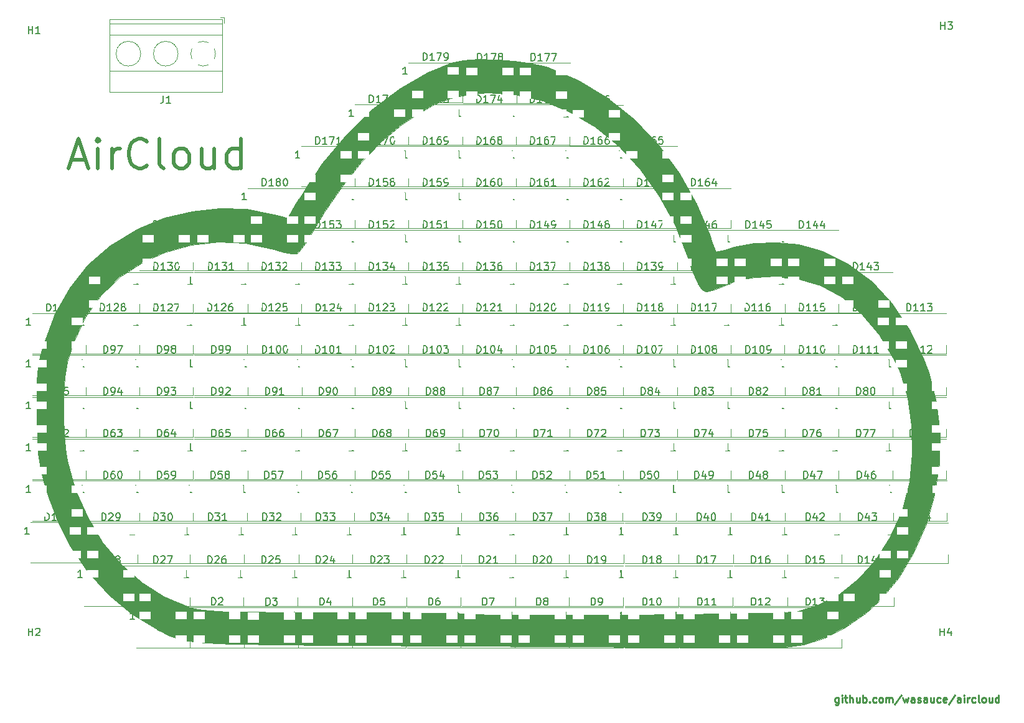
<source format=gto>
G04 #@! TF.GenerationSoftware,KiCad,Pcbnew,(5.1.6)-1*
G04 #@! TF.CreationDate,2020-10-03T14:28:17-05:00*
G04 #@! TF.ProjectId,LEDs_RGB_cloud,4c454473-5f52-4474-925f-636c6f75642e,rev?*
G04 #@! TF.SameCoordinates,Original*
G04 #@! TF.FileFunction,Legend,Top*
G04 #@! TF.FilePolarity,Positive*
%FSLAX46Y46*%
G04 Gerber Fmt 4.6, Leading zero omitted, Abs format (unit mm)*
G04 Created by KiCad (PCBNEW (5.1.6)-1) date 2020-10-03 14:28:17*
%MOMM*%
%LPD*%
G01*
G04 APERTURE LIST*
%ADD10C,0.500000*%
%ADD11C,0.250000*%
%ADD12C,0.120000*%
%ADD13C,0.010000*%
%ADD14C,0.150000*%
%ADD15R,1.600000X1.100000*%
%ADD16C,3.300000*%
%ADD17C,2.700000*%
%ADD18R,2.700000X2.700000*%
G04 APERTURE END LIST*
D10*
X59080952Y-39466666D02*
X60985714Y-39466666D01*
X58700000Y-40609523D02*
X60033333Y-36609523D01*
X61366666Y-40609523D01*
X62700000Y-40609523D02*
X62700000Y-37942857D01*
X62700000Y-36609523D02*
X62509523Y-36800000D01*
X62700000Y-36990476D01*
X62890476Y-36800000D01*
X62700000Y-36609523D01*
X62700000Y-36990476D01*
X64604761Y-40609523D02*
X64604761Y-37942857D01*
X64604761Y-38704761D02*
X64795238Y-38323809D01*
X64985714Y-38133333D01*
X65366666Y-37942857D01*
X65747619Y-37942857D01*
X69366666Y-40228571D02*
X69176190Y-40419047D01*
X68604761Y-40609523D01*
X68223809Y-40609523D01*
X67652380Y-40419047D01*
X67271428Y-40038095D01*
X67080952Y-39657142D01*
X66890476Y-38895238D01*
X66890476Y-38323809D01*
X67080952Y-37561904D01*
X67271428Y-37180952D01*
X67652380Y-36800000D01*
X68223809Y-36609523D01*
X68604761Y-36609523D01*
X69176190Y-36800000D01*
X69366666Y-36990476D01*
X71652380Y-40609523D02*
X71271428Y-40419047D01*
X71080952Y-40038095D01*
X71080952Y-36609523D01*
X73747619Y-40609523D02*
X73366666Y-40419047D01*
X73176190Y-40228571D01*
X72985714Y-39847619D01*
X72985714Y-38704761D01*
X73176190Y-38323809D01*
X73366666Y-38133333D01*
X73747619Y-37942857D01*
X74319047Y-37942857D01*
X74700000Y-38133333D01*
X74890476Y-38323809D01*
X75080952Y-38704761D01*
X75080952Y-39847619D01*
X74890476Y-40228571D01*
X74700000Y-40419047D01*
X74319047Y-40609523D01*
X73747619Y-40609523D01*
X78509523Y-37942857D02*
X78509523Y-40609523D01*
X76795238Y-37942857D02*
X76795238Y-40038095D01*
X76985714Y-40419047D01*
X77366666Y-40609523D01*
X77938095Y-40609523D01*
X78319047Y-40419047D01*
X78509523Y-40228571D01*
X82128571Y-40609523D02*
X82128571Y-36609523D01*
X82128571Y-40419047D02*
X81747619Y-40609523D01*
X80985714Y-40609523D01*
X80604761Y-40419047D01*
X80414285Y-40228571D01*
X80223809Y-39847619D01*
X80223809Y-38704761D01*
X80414285Y-38323809D01*
X80604761Y-38133333D01*
X80985714Y-37942857D01*
X81747619Y-37942857D01*
X82128571Y-38133333D01*
D11*
X163409523Y-112685714D02*
X163409523Y-113495238D01*
X163361904Y-113590476D01*
X163314285Y-113638095D01*
X163219047Y-113685714D01*
X163076190Y-113685714D01*
X162980952Y-113638095D01*
X163409523Y-113304761D02*
X163314285Y-113352380D01*
X163123809Y-113352380D01*
X163028571Y-113304761D01*
X162980952Y-113257142D01*
X162933333Y-113161904D01*
X162933333Y-112876190D01*
X162980952Y-112780952D01*
X163028571Y-112733333D01*
X163123809Y-112685714D01*
X163314285Y-112685714D01*
X163409523Y-112733333D01*
X163885714Y-113352380D02*
X163885714Y-112685714D01*
X163885714Y-112352380D02*
X163838095Y-112400000D01*
X163885714Y-112447619D01*
X163933333Y-112400000D01*
X163885714Y-112352380D01*
X163885714Y-112447619D01*
X164219047Y-112685714D02*
X164600000Y-112685714D01*
X164361904Y-112352380D02*
X164361904Y-113209523D01*
X164409523Y-113304761D01*
X164504761Y-113352380D01*
X164600000Y-113352380D01*
X164933333Y-113352380D02*
X164933333Y-112352380D01*
X165361904Y-113352380D02*
X165361904Y-112828571D01*
X165314285Y-112733333D01*
X165219047Y-112685714D01*
X165076190Y-112685714D01*
X164980952Y-112733333D01*
X164933333Y-112780952D01*
X166266666Y-112685714D02*
X166266666Y-113352380D01*
X165838095Y-112685714D02*
X165838095Y-113209523D01*
X165885714Y-113304761D01*
X165980952Y-113352380D01*
X166123809Y-113352380D01*
X166219047Y-113304761D01*
X166266666Y-113257142D01*
X166742857Y-113352380D02*
X166742857Y-112352380D01*
X166742857Y-112733333D02*
X166838095Y-112685714D01*
X167028571Y-112685714D01*
X167123809Y-112733333D01*
X167171428Y-112780952D01*
X167219047Y-112876190D01*
X167219047Y-113161904D01*
X167171428Y-113257142D01*
X167123809Y-113304761D01*
X167028571Y-113352380D01*
X166838095Y-113352380D01*
X166742857Y-113304761D01*
X167647619Y-113257142D02*
X167695238Y-113304761D01*
X167647619Y-113352380D01*
X167600000Y-113304761D01*
X167647619Y-113257142D01*
X167647619Y-113352380D01*
X168552380Y-113304761D02*
X168457142Y-113352380D01*
X168266666Y-113352380D01*
X168171428Y-113304761D01*
X168123809Y-113257142D01*
X168076190Y-113161904D01*
X168076190Y-112876190D01*
X168123809Y-112780952D01*
X168171428Y-112733333D01*
X168266666Y-112685714D01*
X168457142Y-112685714D01*
X168552380Y-112733333D01*
X169123809Y-113352380D02*
X169028571Y-113304761D01*
X168980952Y-113257142D01*
X168933333Y-113161904D01*
X168933333Y-112876190D01*
X168980952Y-112780952D01*
X169028571Y-112733333D01*
X169123809Y-112685714D01*
X169266666Y-112685714D01*
X169361904Y-112733333D01*
X169409523Y-112780952D01*
X169457142Y-112876190D01*
X169457142Y-113161904D01*
X169409523Y-113257142D01*
X169361904Y-113304761D01*
X169266666Y-113352380D01*
X169123809Y-113352380D01*
X169885714Y-113352380D02*
X169885714Y-112685714D01*
X169885714Y-112780952D02*
X169933333Y-112733333D01*
X170028571Y-112685714D01*
X170171428Y-112685714D01*
X170266666Y-112733333D01*
X170314285Y-112828571D01*
X170314285Y-113352380D01*
X170314285Y-112828571D02*
X170361904Y-112733333D01*
X170457142Y-112685714D01*
X170600000Y-112685714D01*
X170695238Y-112733333D01*
X170742857Y-112828571D01*
X170742857Y-113352380D01*
X171933333Y-112304761D02*
X171076190Y-113590476D01*
X172171428Y-112685714D02*
X172361904Y-113352380D01*
X172552380Y-112876190D01*
X172742857Y-113352380D01*
X172933333Y-112685714D01*
X173742857Y-113352380D02*
X173742857Y-112828571D01*
X173695238Y-112733333D01*
X173600000Y-112685714D01*
X173409523Y-112685714D01*
X173314285Y-112733333D01*
X173742857Y-113304761D02*
X173647619Y-113352380D01*
X173409523Y-113352380D01*
X173314285Y-113304761D01*
X173266666Y-113209523D01*
X173266666Y-113114285D01*
X173314285Y-113019047D01*
X173409523Y-112971428D01*
X173647619Y-112971428D01*
X173742857Y-112923809D01*
X174171428Y-113304761D02*
X174266666Y-113352380D01*
X174457142Y-113352380D01*
X174552380Y-113304761D01*
X174600000Y-113209523D01*
X174600000Y-113161904D01*
X174552380Y-113066666D01*
X174457142Y-113019047D01*
X174314285Y-113019047D01*
X174219047Y-112971428D01*
X174171428Y-112876190D01*
X174171428Y-112828571D01*
X174219047Y-112733333D01*
X174314285Y-112685714D01*
X174457142Y-112685714D01*
X174552380Y-112733333D01*
X175457142Y-113352380D02*
X175457142Y-112828571D01*
X175409523Y-112733333D01*
X175314285Y-112685714D01*
X175123809Y-112685714D01*
X175028571Y-112733333D01*
X175457142Y-113304761D02*
X175361904Y-113352380D01*
X175123809Y-113352380D01*
X175028571Y-113304761D01*
X174980952Y-113209523D01*
X174980952Y-113114285D01*
X175028571Y-113019047D01*
X175123809Y-112971428D01*
X175361904Y-112971428D01*
X175457142Y-112923809D01*
X176361904Y-112685714D02*
X176361904Y-113352380D01*
X175933333Y-112685714D02*
X175933333Y-113209523D01*
X175980952Y-113304761D01*
X176076190Y-113352380D01*
X176219047Y-113352380D01*
X176314285Y-113304761D01*
X176361904Y-113257142D01*
X177266666Y-113304761D02*
X177171428Y-113352380D01*
X176980952Y-113352380D01*
X176885714Y-113304761D01*
X176838095Y-113257142D01*
X176790476Y-113161904D01*
X176790476Y-112876190D01*
X176838095Y-112780952D01*
X176885714Y-112733333D01*
X176980952Y-112685714D01*
X177171428Y-112685714D01*
X177266666Y-112733333D01*
X178076190Y-113304761D02*
X177980952Y-113352380D01*
X177790476Y-113352380D01*
X177695238Y-113304761D01*
X177647619Y-113209523D01*
X177647619Y-112828571D01*
X177695238Y-112733333D01*
X177790476Y-112685714D01*
X177980952Y-112685714D01*
X178076190Y-112733333D01*
X178123809Y-112828571D01*
X178123809Y-112923809D01*
X177647619Y-113019047D01*
X179266666Y-112304761D02*
X178409523Y-113590476D01*
X180028571Y-113352380D02*
X180028571Y-112828571D01*
X179980952Y-112733333D01*
X179885714Y-112685714D01*
X179695238Y-112685714D01*
X179600000Y-112733333D01*
X180028571Y-113304761D02*
X179933333Y-113352380D01*
X179695238Y-113352380D01*
X179600000Y-113304761D01*
X179552380Y-113209523D01*
X179552380Y-113114285D01*
X179600000Y-113019047D01*
X179695238Y-112971428D01*
X179933333Y-112971428D01*
X180028571Y-112923809D01*
X180504761Y-113352380D02*
X180504761Y-112685714D01*
X180504761Y-112352380D02*
X180457142Y-112400000D01*
X180504761Y-112447619D01*
X180552380Y-112400000D01*
X180504761Y-112352380D01*
X180504761Y-112447619D01*
X180980952Y-113352380D02*
X180980952Y-112685714D01*
X180980952Y-112876190D02*
X181028571Y-112780952D01*
X181076190Y-112733333D01*
X181171428Y-112685714D01*
X181266666Y-112685714D01*
X182028571Y-113304761D02*
X181933333Y-113352380D01*
X181742857Y-113352380D01*
X181647619Y-113304761D01*
X181600000Y-113257142D01*
X181552380Y-113161904D01*
X181552380Y-112876190D01*
X181600000Y-112780952D01*
X181647619Y-112733333D01*
X181742857Y-112685714D01*
X181933333Y-112685714D01*
X182028571Y-112733333D01*
X182600000Y-113352380D02*
X182504761Y-113304761D01*
X182457142Y-113209523D01*
X182457142Y-112352380D01*
X183123809Y-113352380D02*
X183028571Y-113304761D01*
X182980952Y-113257142D01*
X182933333Y-113161904D01*
X182933333Y-112876190D01*
X182980952Y-112780952D01*
X183028571Y-112733333D01*
X183123809Y-112685714D01*
X183266666Y-112685714D01*
X183361904Y-112733333D01*
X183409523Y-112780952D01*
X183457142Y-112876190D01*
X183457142Y-113161904D01*
X183409523Y-113257142D01*
X183361904Y-113304761D01*
X183266666Y-113352380D01*
X183123809Y-113352380D01*
X184314285Y-112685714D02*
X184314285Y-113352380D01*
X183885714Y-112685714D02*
X183885714Y-113209523D01*
X183933333Y-113304761D01*
X184028571Y-113352380D01*
X184171428Y-113352380D01*
X184266666Y-113304761D01*
X184314285Y-113257142D01*
X185219047Y-113352380D02*
X185219047Y-112352380D01*
X185219047Y-113304761D02*
X185123809Y-113352380D01*
X184933333Y-113352380D01*
X184838095Y-113304761D01*
X184790476Y-113257142D01*
X184742857Y-113161904D01*
X184742857Y-112876190D01*
X184790476Y-112780952D01*
X184838095Y-112733333D01*
X184933333Y-112685714D01*
X185123809Y-112685714D01*
X185219047Y-112733333D01*
D12*
X53550000Y-88850000D02*
X60850000Y-88850000D01*
X53550000Y-94350000D02*
X60850000Y-94350000D01*
X60850000Y-94350000D02*
X60850000Y-93200000D01*
X53750000Y-60350000D02*
X61050000Y-60350000D01*
X53750000Y-65850000D02*
X61050000Y-65850000D01*
X61050000Y-65850000D02*
X61050000Y-64700000D01*
X90350000Y-43300000D02*
X97650000Y-43300000D01*
X90350000Y-48800000D02*
X97650000Y-48800000D01*
X97650000Y-48800000D02*
X97650000Y-47650000D01*
X83075000Y-43300000D02*
X90375000Y-43300000D01*
X83075000Y-48800000D02*
X90375000Y-48800000D01*
X90375000Y-48800000D02*
X90375000Y-47650000D01*
X170850000Y-83150000D02*
X178150000Y-83150000D01*
X170850000Y-88650000D02*
X178150000Y-88650000D01*
X178150000Y-88650000D02*
X178150000Y-87500000D01*
X149180000Y-88870000D02*
X156480000Y-88870000D01*
X149180000Y-94370000D02*
X156480000Y-94370000D01*
X156480000Y-94370000D02*
X156480000Y-93220000D01*
X104950000Y-26200000D02*
X112250000Y-26200000D01*
X104950000Y-31700000D02*
X112250000Y-31700000D01*
X112250000Y-31700000D02*
X112250000Y-30550000D01*
X68350000Y-60350000D02*
X75650000Y-60350000D01*
X68350000Y-65850000D02*
X75650000Y-65850000D01*
X75650000Y-65850000D02*
X75650000Y-64700000D01*
X83050000Y-54740000D02*
X90350000Y-54740000D01*
X83050000Y-60240000D02*
X90350000Y-60240000D01*
X90350000Y-60240000D02*
X90350000Y-59090000D01*
X60760000Y-94700000D02*
X68060000Y-94700000D01*
X60760000Y-100200000D02*
X68060000Y-100200000D01*
X68060000Y-100200000D02*
X68060000Y-99050000D01*
X67860000Y-94700000D02*
X75160000Y-94700000D01*
X67860000Y-100200000D02*
X75160000Y-100200000D01*
X75160000Y-100200000D02*
X75160000Y-99050000D01*
X75210000Y-94700000D02*
X82510000Y-94700000D01*
X75210000Y-100200000D02*
X82510000Y-100200000D01*
X82510000Y-100200000D02*
X82510000Y-99050000D01*
X82560000Y-94700000D02*
X89860000Y-94700000D01*
X82560000Y-100200000D02*
X89860000Y-100200000D01*
X89860000Y-100200000D02*
X89860000Y-99050000D01*
X89960000Y-94700000D02*
X97260000Y-94700000D01*
X89960000Y-100200000D02*
X97260000Y-100200000D01*
X97260000Y-100200000D02*
X97260000Y-99050000D01*
X97360000Y-94700000D02*
X104660000Y-94700000D01*
X97360000Y-100200000D02*
X104660000Y-100200000D01*
X104660000Y-100200000D02*
X104660000Y-99050000D01*
X104760000Y-94700000D02*
X112060000Y-94700000D01*
X104760000Y-100200000D02*
X112060000Y-100200000D01*
X112060000Y-100200000D02*
X112060000Y-99050000D01*
X112160000Y-94700000D02*
X119460000Y-94700000D01*
X112160000Y-100200000D02*
X119460000Y-100200000D01*
X119460000Y-100200000D02*
X119460000Y-99050000D01*
X119460000Y-94700000D02*
X126760000Y-94700000D01*
X119460000Y-100200000D02*
X126760000Y-100200000D01*
X126760000Y-100200000D02*
X126760000Y-99050000D01*
X126860000Y-94700000D02*
X134160000Y-94700000D01*
X126860000Y-100200000D02*
X134160000Y-100200000D01*
X134160000Y-100200000D02*
X134160000Y-99050000D01*
X134360000Y-94700000D02*
X141660000Y-94700000D01*
X134360000Y-100200000D02*
X141660000Y-100200000D01*
X141660000Y-100200000D02*
X141660000Y-99050000D01*
X141760000Y-94700000D02*
X149060000Y-94700000D01*
X141760000Y-100200000D02*
X149060000Y-100200000D01*
X149060000Y-100200000D02*
X149060000Y-99050000D01*
X149160000Y-94700000D02*
X156460000Y-94700000D01*
X149160000Y-100200000D02*
X156460000Y-100200000D01*
X156460000Y-100200000D02*
X156460000Y-99050000D01*
X156560000Y-94700000D02*
X163860000Y-94700000D01*
X156560000Y-100200000D02*
X163860000Y-100200000D01*
X163860000Y-100200000D02*
X163860000Y-99050000D01*
X163660000Y-94700000D02*
X170960000Y-94700000D01*
X163660000Y-100200000D02*
X170960000Y-100200000D01*
X170960000Y-100200000D02*
X170960000Y-99050000D01*
X156560000Y-100400000D02*
X163860000Y-100400000D01*
X156560000Y-105900000D02*
X163860000Y-105900000D01*
X163860000Y-105900000D02*
X163860000Y-104750000D01*
X149160000Y-100400000D02*
X156460000Y-100400000D01*
X149160000Y-105900000D02*
X156460000Y-105900000D01*
X156460000Y-105900000D02*
X156460000Y-104750000D01*
X141860000Y-100400000D02*
X149160000Y-100400000D01*
X141860000Y-105900000D02*
X149160000Y-105900000D01*
X149160000Y-105900000D02*
X149160000Y-104750000D01*
X134360000Y-100400000D02*
X141660000Y-100400000D01*
X134360000Y-105900000D02*
X141660000Y-105900000D01*
X141660000Y-105900000D02*
X141660000Y-104750000D01*
X126860000Y-100400000D02*
X134160000Y-100400000D01*
X126860000Y-105900000D02*
X134160000Y-105900000D01*
X134160000Y-105900000D02*
X134160000Y-104750000D01*
X119460000Y-100400000D02*
X126760000Y-100400000D01*
X119460000Y-105900000D02*
X126760000Y-105900000D01*
X126760000Y-105900000D02*
X126760000Y-104750000D01*
X112110000Y-100400000D02*
X119410000Y-100400000D01*
X112110000Y-105900000D02*
X119410000Y-105900000D01*
X119410000Y-105900000D02*
X119410000Y-104750000D01*
X104760000Y-100400000D02*
X112060000Y-100400000D01*
X104760000Y-105900000D02*
X112060000Y-105900000D01*
X112060000Y-105900000D02*
X112060000Y-104750000D01*
X97260000Y-100400000D02*
X104560000Y-100400000D01*
X97260000Y-105900000D02*
X104560000Y-105900000D01*
X104560000Y-105900000D02*
X104560000Y-104750000D01*
X89960000Y-100400000D02*
X97260000Y-100400000D01*
X89960000Y-105900000D02*
X97260000Y-105900000D01*
X97260000Y-105900000D02*
X97260000Y-104750000D01*
X82640000Y-100410000D02*
X89940000Y-100410000D01*
X82640000Y-105910000D02*
X89940000Y-105910000D01*
X89940000Y-105910000D02*
X89940000Y-104760000D01*
X75230000Y-100390000D02*
X82530000Y-100390000D01*
X75230000Y-105890000D02*
X82530000Y-105890000D01*
X82530000Y-105890000D02*
X82530000Y-104740000D01*
X67880000Y-100390000D02*
X75180000Y-100390000D01*
X67880000Y-105890000D02*
X75180000Y-105890000D01*
X75180000Y-105890000D02*
X75180000Y-104740000D01*
X61050000Y-54740000D02*
X68350000Y-54740000D01*
X61050000Y-60240000D02*
X68350000Y-60240000D01*
X68350000Y-60240000D02*
X68350000Y-59090000D01*
X53750000Y-71750000D02*
X61050000Y-71750000D01*
X53750000Y-77250000D02*
X61050000Y-77250000D01*
X61050000Y-77250000D02*
X61050000Y-76100000D01*
X170750000Y-77450000D02*
X178050000Y-77450000D01*
X170750000Y-82950000D02*
X178050000Y-82950000D01*
X178050000Y-82950000D02*
X178050000Y-81800000D01*
X156150000Y-66050000D02*
X163450000Y-66050000D01*
X156150000Y-71550000D02*
X163450000Y-71550000D01*
X163450000Y-71550000D02*
X163450000Y-70400000D01*
X163450000Y-60340000D02*
X170750000Y-60340000D01*
X163450000Y-65840000D02*
X170750000Y-65840000D01*
X170750000Y-65840000D02*
X170750000Y-64690000D01*
X163680000Y-88870000D02*
X170980000Y-88870000D01*
X163680000Y-94370000D02*
X170980000Y-94370000D01*
X170980000Y-94370000D02*
X170980000Y-93220000D01*
X68350000Y-83150000D02*
X75650000Y-83150000D01*
X68350000Y-88650000D02*
X75650000Y-88650000D01*
X75650000Y-88650000D02*
X75650000Y-87500000D01*
X73600000Y-25000000D02*
G75*
G03*
X73600000Y-25000000I-1680000J0D01*
G01*
X68520000Y-25000000D02*
G75*
G03*
X68520000Y-25000000I-1680000J0D01*
G01*
X79600000Y-20900000D02*
X64240000Y-20900000D01*
X79600000Y-22400000D02*
X64240000Y-22400000D01*
X79600000Y-27301000D02*
X64240000Y-27301000D01*
X79600000Y-30261000D02*
X64240000Y-30261000D01*
X79600000Y-20340000D02*
X64240000Y-20340000D01*
X79600000Y-30261000D02*
X79600000Y-20340000D01*
X64240000Y-30261000D02*
X64240000Y-20340000D01*
X70645000Y-26069000D02*
X70692000Y-26023000D01*
X72954000Y-23761000D02*
X72989000Y-23726000D01*
X70850000Y-26275000D02*
X70885000Y-26239000D01*
X73147000Y-23977000D02*
X73194000Y-23931000D01*
X65565000Y-26069000D02*
X65612000Y-26023000D01*
X67874000Y-23761000D02*
X67909000Y-23726000D01*
X65770000Y-26275000D02*
X65805000Y-26239000D01*
X68067000Y-23977000D02*
X68114000Y-23931000D01*
X79840000Y-20840000D02*
X79840000Y-20100000D01*
X79840000Y-20100000D02*
X79340000Y-20100000D01*
X76971195Y-23319747D02*
G75*
G02*
X77684000Y-23465000I28805J-1680253D01*
G01*
X78535426Y-24316958D02*
G75*
G02*
X78535000Y-25684000I-1535426J-683042D01*
G01*
X77683042Y-26535426D02*
G75*
G02*
X76316000Y-26535000I-683042J1535426D01*
G01*
X75464574Y-25683042D02*
G75*
G02*
X75465000Y-24316000I1535426J683042D01*
G01*
X76316682Y-23465244D02*
G75*
G02*
X77000000Y-23320000I683318J-1534756D01*
G01*
D13*
G36*
X116860231Y-25783906D02*
G01*
X119319849Y-25964995D01*
X121653319Y-26301567D01*
X123659341Y-26784603D01*
X123868531Y-26851992D01*
X128007187Y-28594165D01*
X131919591Y-30960332D01*
X135546135Y-33888894D01*
X138827211Y-37318254D01*
X141703211Y-41186811D01*
X144114527Y-45432968D01*
X145854399Y-49572222D01*
X146265913Y-50725396D01*
X146574609Y-51575611D01*
X146715881Y-51945009D01*
X146717084Y-51947184D01*
X147053043Y-51898157D01*
X147891744Y-51692586D01*
X149059178Y-51373464D01*
X149189265Y-51336401D01*
X151981634Y-50809461D01*
X155010781Y-50700702D01*
X158015980Y-50998710D01*
X160736506Y-51692072D01*
X161184722Y-51861539D01*
X164774530Y-53672224D01*
X167960285Y-56058561D01*
X170735846Y-59013561D01*
X173095074Y-62530234D01*
X175031831Y-66601588D01*
X175680949Y-68366480D01*
X176729194Y-72426407D01*
X177193487Y-76621598D01*
X177098243Y-80858464D01*
X176467874Y-85043411D01*
X175326796Y-89082847D01*
X173699423Y-92883182D01*
X171610168Y-96350824D01*
X169083446Y-99392179D01*
X167123174Y-101172809D01*
X164341867Y-103155917D01*
X161581495Y-104566962D01*
X158677594Y-105459894D01*
X155465698Y-105888665D01*
X152606798Y-105934792D01*
X151781977Y-105921609D01*
X150303847Y-105905340D01*
X148224646Y-105886345D01*
X145596611Y-105864983D01*
X142471981Y-105841611D01*
X138902993Y-105816590D01*
X134941886Y-105790277D01*
X130640897Y-105763031D01*
X126052265Y-105735212D01*
X121228226Y-105707178D01*
X116221020Y-105679288D01*
X112501389Y-105659337D01*
X106537694Y-105628604D01*
X101236457Y-105601428D01*
X96554605Y-105575477D01*
X92449066Y-105548415D01*
X88876766Y-105517910D01*
X85794632Y-105481627D01*
X83159591Y-105437234D01*
X80928571Y-105382396D01*
X79058498Y-105314780D01*
X77506300Y-105232052D01*
X76228903Y-105131878D01*
X75183235Y-105011926D01*
X74326223Y-104869861D01*
X73614794Y-104703349D01*
X73005874Y-104510057D01*
X72456392Y-104287652D01*
X71923273Y-104033799D01*
X71363446Y-103746165D01*
X70733836Y-103422416D01*
X70675958Y-103393276D01*
X67301464Y-101329143D01*
X64157560Y-98683783D01*
X61343656Y-95569225D01*
X58959157Y-92097494D01*
X57103474Y-88380620D01*
X56899659Y-87868162D01*
X55987048Y-85407666D01*
X55318590Y-83320190D01*
X54857584Y-81402477D01*
X54567329Y-79451271D01*
X54411121Y-77263314D01*
X54352260Y-74635350D01*
X54350286Y-74208146D01*
X57967537Y-74208146D01*
X58083539Y-76926830D01*
X58353584Y-79412759D01*
X58536464Y-80448461D01*
X59654798Y-84443643D01*
X61283717Y-88172815D01*
X63365129Y-91564584D01*
X65840944Y-94547552D01*
X68653071Y-97050324D01*
X71743420Y-99001504D01*
X74599386Y-100190367D01*
X75199207Y-100379736D01*
X75762305Y-100538480D01*
X76354530Y-100669408D01*
X77041733Y-100775331D01*
X77889767Y-100859059D01*
X78964481Y-100923402D01*
X80331729Y-100971169D01*
X82057360Y-101005171D01*
X84207227Y-101028219D01*
X86847180Y-101043121D01*
X90043071Y-101052688D01*
X93860751Y-101059730D01*
X95015530Y-101061578D01*
X98491475Y-101070747D01*
X101750340Y-101086385D01*
X104724673Y-101107677D01*
X107347019Y-101133804D01*
X109549923Y-101163948D01*
X111265933Y-101197293D01*
X112427594Y-101233022D01*
X112967452Y-101270316D01*
X112997062Y-101279470D01*
X113396070Y-101332526D01*
X114427291Y-101375061D01*
X116017471Y-101407570D01*
X118093354Y-101430548D01*
X120581685Y-101444490D01*
X123409208Y-101449891D01*
X126502667Y-101447246D01*
X129788807Y-101437051D01*
X133194374Y-101419800D01*
X136646110Y-101395989D01*
X140070761Y-101366112D01*
X143395071Y-101330664D01*
X146545785Y-101290142D01*
X149449647Y-101245039D01*
X152033402Y-101195851D01*
X154223794Y-101143073D01*
X155947567Y-101087201D01*
X157131467Y-101028728D01*
X157656944Y-100977645D01*
X160640556Y-100100455D01*
X163475023Y-98591341D01*
X166088833Y-96519648D01*
X168410470Y-93954725D01*
X170368420Y-90965918D01*
X171891168Y-87622575D01*
X172127985Y-86945191D01*
X173028769Y-83327571D01*
X173433228Y-79502500D01*
X173350376Y-75634669D01*
X172789230Y-71888770D01*
X171758804Y-68429495D01*
X171023286Y-66764212D01*
X168960881Y-63277811D01*
X166592787Y-60415166D01*
X163929239Y-58183065D01*
X160980474Y-56588294D01*
X157756728Y-55637639D01*
X154268236Y-55337887D01*
X153802550Y-55346874D01*
X151980147Y-55449778D01*
X150545312Y-55671157D01*
X149182105Y-56075828D01*
X148038109Y-56529525D01*
X146739533Y-57063289D01*
X145914115Y-57335401D01*
X145390948Y-57372285D01*
X144999126Y-57200369D01*
X144784974Y-57032535D01*
X144394613Y-56462757D01*
X143877677Y-55370041D01*
X143301856Y-53909734D01*
X142840930Y-52570833D01*
X141137316Y-48225736D01*
X138980261Y-44252111D01*
X136420886Y-40691785D01*
X133510313Y-37586586D01*
X130299663Y-34978341D01*
X126840057Y-32908877D01*
X123182619Y-31420021D01*
X119378468Y-30553600D01*
X115676389Y-30345096D01*
X113054220Y-30552382D01*
X110696678Y-31063612D01*
X108425791Y-31945890D01*
X106063589Y-33266320D01*
X103792720Y-34825910D01*
X101172153Y-37030519D01*
X98510571Y-39805236D01*
X95908016Y-43028857D01*
X93464531Y-46580180D01*
X91841326Y-49305249D01*
X91088060Y-50556627D01*
X90382602Y-51556257D01*
X89839594Y-52147777D01*
X89693153Y-52235217D01*
X89084869Y-52223829D01*
X88007760Y-52020997D01*
X86659419Y-51666987D01*
X86163549Y-51515944D01*
X82745002Y-50785959D01*
X79109210Y-50646566D01*
X75400130Y-51082270D01*
X71761720Y-52077578D01*
X68761395Y-53388967D01*
X65705698Y-55381970D01*
X63093196Y-57902801D01*
X60960789Y-60902454D01*
X59345382Y-64331923D01*
X58542713Y-66959020D01*
X58197230Y-68993894D01*
X58005469Y-71487051D01*
X57967537Y-74208146D01*
X54350286Y-74208146D01*
X54348110Y-73737500D01*
X54351839Y-71475901D01*
X54384126Y-69759356D01*
X54461713Y-68427462D01*
X54601341Y-67319817D01*
X54819750Y-66276020D01*
X55133680Y-65135666D01*
X55305381Y-64565278D01*
X56861874Y-60444828D01*
X58865286Y-56858583D01*
X61342928Y-53773531D01*
X64322110Y-51156656D01*
X67830143Y-48974946D01*
X68471859Y-48649490D01*
X71850838Y-47311416D01*
X75511257Y-46438673D01*
X79268330Y-46050792D01*
X82937275Y-46167301D01*
X86214370Y-46774388D01*
X87366054Y-47083110D01*
X88196591Y-47287360D01*
X88528282Y-47343471D01*
X88528522Y-47343038D01*
X88888080Y-46648379D01*
X89544552Y-45534982D01*
X90394666Y-44165196D01*
X91335152Y-42701369D01*
X92262738Y-41305848D01*
X93074154Y-40140982D01*
X93336259Y-39785002D01*
X96622199Y-35855641D01*
X100128235Y-32476216D01*
X103802001Y-29687416D01*
X107591131Y-27529932D01*
X110737500Y-26263720D01*
X112367757Y-25924250D01*
X114475767Y-25767318D01*
X116860231Y-25783906D01*
G37*
X116860231Y-25783906D02*
X119319849Y-25964995D01*
X121653319Y-26301567D01*
X123659341Y-26784603D01*
X123868531Y-26851992D01*
X128007187Y-28594165D01*
X131919591Y-30960332D01*
X135546135Y-33888894D01*
X138827211Y-37318254D01*
X141703211Y-41186811D01*
X144114527Y-45432968D01*
X145854399Y-49572222D01*
X146265913Y-50725396D01*
X146574609Y-51575611D01*
X146715881Y-51945009D01*
X146717084Y-51947184D01*
X147053043Y-51898157D01*
X147891744Y-51692586D01*
X149059178Y-51373464D01*
X149189265Y-51336401D01*
X151981634Y-50809461D01*
X155010781Y-50700702D01*
X158015980Y-50998710D01*
X160736506Y-51692072D01*
X161184722Y-51861539D01*
X164774530Y-53672224D01*
X167960285Y-56058561D01*
X170735846Y-59013561D01*
X173095074Y-62530234D01*
X175031831Y-66601588D01*
X175680949Y-68366480D01*
X176729194Y-72426407D01*
X177193487Y-76621598D01*
X177098243Y-80858464D01*
X176467874Y-85043411D01*
X175326796Y-89082847D01*
X173699423Y-92883182D01*
X171610168Y-96350824D01*
X169083446Y-99392179D01*
X167123174Y-101172809D01*
X164341867Y-103155917D01*
X161581495Y-104566962D01*
X158677594Y-105459894D01*
X155465698Y-105888665D01*
X152606798Y-105934792D01*
X151781977Y-105921609D01*
X150303847Y-105905340D01*
X148224646Y-105886345D01*
X145596611Y-105864983D01*
X142471981Y-105841611D01*
X138902993Y-105816590D01*
X134941886Y-105790277D01*
X130640897Y-105763031D01*
X126052265Y-105735212D01*
X121228226Y-105707178D01*
X116221020Y-105679288D01*
X112501389Y-105659337D01*
X106537694Y-105628604D01*
X101236457Y-105601428D01*
X96554605Y-105575477D01*
X92449066Y-105548415D01*
X88876766Y-105517910D01*
X85794632Y-105481627D01*
X83159591Y-105437234D01*
X80928571Y-105382396D01*
X79058498Y-105314780D01*
X77506300Y-105232052D01*
X76228903Y-105131878D01*
X75183235Y-105011926D01*
X74326223Y-104869861D01*
X73614794Y-104703349D01*
X73005874Y-104510057D01*
X72456392Y-104287652D01*
X71923273Y-104033799D01*
X71363446Y-103746165D01*
X70733836Y-103422416D01*
X70675958Y-103393276D01*
X67301464Y-101329143D01*
X64157560Y-98683783D01*
X61343656Y-95569225D01*
X58959157Y-92097494D01*
X57103474Y-88380620D01*
X56899659Y-87868162D01*
X55987048Y-85407666D01*
X55318590Y-83320190D01*
X54857584Y-81402477D01*
X54567329Y-79451271D01*
X54411121Y-77263314D01*
X54352260Y-74635350D01*
X54350286Y-74208146D01*
X57967537Y-74208146D01*
X58083539Y-76926830D01*
X58353584Y-79412759D01*
X58536464Y-80448461D01*
X59654798Y-84443643D01*
X61283717Y-88172815D01*
X63365129Y-91564584D01*
X65840944Y-94547552D01*
X68653071Y-97050324D01*
X71743420Y-99001504D01*
X74599386Y-100190367D01*
X75199207Y-100379736D01*
X75762305Y-100538480D01*
X76354530Y-100669408D01*
X77041733Y-100775331D01*
X77889767Y-100859059D01*
X78964481Y-100923402D01*
X80331729Y-100971169D01*
X82057360Y-101005171D01*
X84207227Y-101028219D01*
X86847180Y-101043121D01*
X90043071Y-101052688D01*
X93860751Y-101059730D01*
X95015530Y-101061578D01*
X98491475Y-101070747D01*
X101750340Y-101086385D01*
X104724673Y-101107677D01*
X107347019Y-101133804D01*
X109549923Y-101163948D01*
X111265933Y-101197293D01*
X112427594Y-101233022D01*
X112967452Y-101270316D01*
X112997062Y-101279470D01*
X113396070Y-101332526D01*
X114427291Y-101375061D01*
X116017471Y-101407570D01*
X118093354Y-101430548D01*
X120581685Y-101444490D01*
X123409208Y-101449891D01*
X126502667Y-101447246D01*
X129788807Y-101437051D01*
X133194374Y-101419800D01*
X136646110Y-101395989D01*
X140070761Y-101366112D01*
X143395071Y-101330664D01*
X146545785Y-101290142D01*
X149449647Y-101245039D01*
X152033402Y-101195851D01*
X154223794Y-101143073D01*
X155947567Y-101087201D01*
X157131467Y-101028728D01*
X157656944Y-100977645D01*
X160640556Y-100100455D01*
X163475023Y-98591341D01*
X166088833Y-96519648D01*
X168410470Y-93954725D01*
X170368420Y-90965918D01*
X171891168Y-87622575D01*
X172127985Y-86945191D01*
X173028769Y-83327571D01*
X173433228Y-79502500D01*
X173350376Y-75634669D01*
X172789230Y-71888770D01*
X171758804Y-68429495D01*
X171023286Y-66764212D01*
X168960881Y-63277811D01*
X166592787Y-60415166D01*
X163929239Y-58183065D01*
X160980474Y-56588294D01*
X157756728Y-55637639D01*
X154268236Y-55337887D01*
X153802550Y-55346874D01*
X151980147Y-55449778D01*
X150545312Y-55671157D01*
X149182105Y-56075828D01*
X148038109Y-56529525D01*
X146739533Y-57063289D01*
X145914115Y-57335401D01*
X145390948Y-57372285D01*
X144999126Y-57200369D01*
X144784974Y-57032535D01*
X144394613Y-56462757D01*
X143877677Y-55370041D01*
X143301856Y-53909734D01*
X142840930Y-52570833D01*
X141137316Y-48225736D01*
X138980261Y-44252111D01*
X136420886Y-40691785D01*
X133510313Y-37586586D01*
X130299663Y-34978341D01*
X126840057Y-32908877D01*
X123182619Y-31420021D01*
X119378468Y-30553600D01*
X115676389Y-30345096D01*
X113054220Y-30552382D01*
X110696678Y-31063612D01*
X108425791Y-31945890D01*
X106063589Y-33266320D01*
X103792720Y-34825910D01*
X101172153Y-37030519D01*
X98510571Y-39805236D01*
X95908016Y-43028857D01*
X93464531Y-46580180D01*
X91841326Y-49305249D01*
X91088060Y-50556627D01*
X90382602Y-51556257D01*
X89839594Y-52147777D01*
X89693153Y-52235217D01*
X89084869Y-52223829D01*
X88007760Y-52020997D01*
X86659419Y-51666987D01*
X86163549Y-51515944D01*
X82745002Y-50785959D01*
X79109210Y-50646566D01*
X75400130Y-51082270D01*
X71761720Y-52077578D01*
X68761395Y-53388967D01*
X65705698Y-55381970D01*
X63093196Y-57902801D01*
X60960789Y-60902454D01*
X59345382Y-64331923D01*
X58542713Y-66959020D01*
X58197230Y-68993894D01*
X58005469Y-71487051D01*
X57967537Y-74208146D01*
X54350286Y-74208146D01*
X54348110Y-73737500D01*
X54351839Y-71475901D01*
X54384126Y-69759356D01*
X54461713Y-68427462D01*
X54601341Y-67319817D01*
X54819750Y-66276020D01*
X55133680Y-65135666D01*
X55305381Y-64565278D01*
X56861874Y-60444828D01*
X58865286Y-56858583D01*
X61342928Y-53773531D01*
X64322110Y-51156656D01*
X67830143Y-48974946D01*
X68471859Y-48649490D01*
X71850838Y-47311416D01*
X75511257Y-46438673D01*
X79268330Y-46050792D01*
X82937275Y-46167301D01*
X86214370Y-46774388D01*
X87366054Y-47083110D01*
X88196591Y-47287360D01*
X88528282Y-47343471D01*
X88528522Y-47343038D01*
X88888080Y-46648379D01*
X89544552Y-45534982D01*
X90394666Y-44165196D01*
X91335152Y-42701369D01*
X92262738Y-41305848D01*
X93074154Y-40140982D01*
X93336259Y-39785002D01*
X96622199Y-35855641D01*
X100128235Y-32476216D01*
X103802001Y-29687416D01*
X107591131Y-27529932D01*
X110737500Y-26263720D01*
X112367757Y-25924250D01*
X114475767Y-25767318D01*
X116860231Y-25783906D01*
D12*
X112350000Y-26250000D02*
X119650000Y-26250000D01*
X112350000Y-31750000D02*
X119650000Y-31750000D01*
X119650000Y-31750000D02*
X119650000Y-30600000D01*
X119650000Y-26250000D02*
X126950000Y-26250000D01*
X119650000Y-31750000D02*
X126950000Y-31750000D01*
X126950000Y-31750000D02*
X126950000Y-30600000D01*
X126850000Y-32000000D02*
X134150000Y-32000000D01*
X126850000Y-37500000D02*
X134150000Y-37500000D01*
X134150000Y-37500000D02*
X134150000Y-36350000D01*
X119550000Y-31950000D02*
X126850000Y-31950000D01*
X119550000Y-37450000D02*
X126850000Y-37450000D01*
X126850000Y-37450000D02*
X126850000Y-36300000D01*
X112250000Y-31950000D02*
X119550000Y-31950000D01*
X112250000Y-37450000D02*
X119550000Y-37450000D01*
X119550000Y-37450000D02*
X119550000Y-36300000D01*
X104950000Y-31950000D02*
X112250000Y-31950000D01*
X104950000Y-37450000D02*
X112250000Y-37450000D01*
X112250000Y-37450000D02*
X112250000Y-36300000D01*
X97650000Y-31950000D02*
X104950000Y-31950000D01*
X97650000Y-37450000D02*
X104950000Y-37450000D01*
X104950000Y-37450000D02*
X104950000Y-36300000D01*
X90350000Y-37600000D02*
X97650000Y-37600000D01*
X90350000Y-43100000D02*
X97650000Y-43100000D01*
X97650000Y-43100000D02*
X97650000Y-41950000D01*
X97650000Y-37600000D02*
X104950000Y-37600000D01*
X97650000Y-43100000D02*
X104950000Y-43100000D01*
X104950000Y-43100000D02*
X104950000Y-41950000D01*
X104950000Y-37600000D02*
X112250000Y-37600000D01*
X104950000Y-43100000D02*
X112250000Y-43100000D01*
X112250000Y-43100000D02*
X112250000Y-41950000D01*
X112250000Y-37600000D02*
X119550000Y-37600000D01*
X112250000Y-43100000D02*
X119550000Y-43100000D01*
X119550000Y-43100000D02*
X119550000Y-41950000D01*
X119550000Y-37600000D02*
X126850000Y-37600000D01*
X119550000Y-43100000D02*
X126850000Y-43100000D01*
X126850000Y-43100000D02*
X126850000Y-41950000D01*
X126850000Y-37600000D02*
X134150000Y-37600000D01*
X126850000Y-43100000D02*
X134150000Y-43100000D01*
X134150000Y-43100000D02*
X134150000Y-41950000D01*
X134150000Y-37600000D02*
X141450000Y-37600000D01*
X134150000Y-43100000D02*
X141450000Y-43100000D01*
X141450000Y-43100000D02*
X141450000Y-41950000D01*
X141450000Y-43300000D02*
X148750000Y-43300000D01*
X141450000Y-48800000D02*
X148750000Y-48800000D01*
X148750000Y-48800000D02*
X148750000Y-47650000D01*
X134150000Y-43300000D02*
X141450000Y-43300000D01*
X134150000Y-48800000D02*
X141450000Y-48800000D01*
X141450000Y-48800000D02*
X141450000Y-47650000D01*
X126850000Y-43300000D02*
X134150000Y-43300000D01*
X126850000Y-48800000D02*
X134150000Y-48800000D01*
X134150000Y-48800000D02*
X134150000Y-47650000D01*
X119550000Y-43300000D02*
X126850000Y-43300000D01*
X119550000Y-48800000D02*
X126850000Y-48800000D01*
X126850000Y-48800000D02*
X126850000Y-47650000D01*
X112250000Y-43300000D02*
X119550000Y-43300000D01*
X112250000Y-48800000D02*
X119550000Y-48800000D01*
X119550000Y-48800000D02*
X119550000Y-47650000D01*
X104950000Y-43300000D02*
X112250000Y-43300000D01*
X104950000Y-48800000D02*
X112250000Y-48800000D01*
X112250000Y-48800000D02*
X112250000Y-47650000D01*
X97650000Y-43300000D02*
X104950000Y-43300000D01*
X97650000Y-48800000D02*
X104950000Y-48800000D01*
X104950000Y-48800000D02*
X104950000Y-47650000D01*
X68350000Y-49050000D02*
X75650000Y-49050000D01*
X68350000Y-54550000D02*
X75650000Y-54550000D01*
X75650000Y-54550000D02*
X75650000Y-53400000D01*
X75750000Y-49050000D02*
X83050000Y-49050000D01*
X75750000Y-54550000D02*
X83050000Y-54550000D01*
X83050000Y-54550000D02*
X83050000Y-53400000D01*
X83050000Y-49050000D02*
X90350000Y-49050000D01*
X83050000Y-54550000D02*
X90350000Y-54550000D01*
X90350000Y-54550000D02*
X90350000Y-53400000D01*
X90350000Y-49050000D02*
X97650000Y-49050000D01*
X90350000Y-54550000D02*
X97650000Y-54550000D01*
X97650000Y-54550000D02*
X97650000Y-53400000D01*
X97650000Y-49050000D02*
X104950000Y-49050000D01*
X97650000Y-54550000D02*
X104950000Y-54550000D01*
X104950000Y-54550000D02*
X104950000Y-53400000D01*
X104950000Y-49050000D02*
X112250000Y-49050000D01*
X104950000Y-54550000D02*
X112250000Y-54550000D01*
X112250000Y-54550000D02*
X112250000Y-53400000D01*
X112250000Y-49050000D02*
X119550000Y-49050000D01*
X112250000Y-54550000D02*
X119550000Y-54550000D01*
X119550000Y-54550000D02*
X119550000Y-53400000D01*
X119550000Y-49050000D02*
X126850000Y-49050000D01*
X119550000Y-54550000D02*
X126850000Y-54550000D01*
X126850000Y-54550000D02*
X126850000Y-53400000D01*
X126850000Y-49050000D02*
X134150000Y-49050000D01*
X126850000Y-54550000D02*
X134150000Y-54550000D01*
X134150000Y-54550000D02*
X134150000Y-53400000D01*
X134150000Y-49050000D02*
X141450000Y-49050000D01*
X134150000Y-54550000D02*
X141450000Y-54550000D01*
X141450000Y-54550000D02*
X141450000Y-53400000D01*
X141450000Y-49050000D02*
X148750000Y-49050000D01*
X141450000Y-54550000D02*
X148750000Y-54550000D01*
X148750000Y-54550000D02*
X148750000Y-53400000D01*
X148850000Y-49050000D02*
X156150000Y-49050000D01*
X148850000Y-54550000D02*
X156150000Y-54550000D01*
X156150000Y-54550000D02*
X156150000Y-53400000D01*
X156150000Y-49050000D02*
X163450000Y-49050000D01*
X156150000Y-54550000D02*
X163450000Y-54550000D01*
X163450000Y-54550000D02*
X163450000Y-53400000D01*
X163470000Y-54750000D02*
X170770000Y-54750000D01*
X163470000Y-60250000D02*
X170770000Y-60250000D01*
X170770000Y-60250000D02*
X170770000Y-59100000D01*
X156150000Y-54740000D02*
X163450000Y-54740000D01*
X156150000Y-60240000D02*
X163450000Y-60240000D01*
X163450000Y-60240000D02*
X163450000Y-59090000D01*
X148850000Y-54740000D02*
X156150000Y-54740000D01*
X148850000Y-60240000D02*
X156150000Y-60240000D01*
X156150000Y-60240000D02*
X156150000Y-59090000D01*
X141450000Y-54740000D02*
X148750000Y-54740000D01*
X141450000Y-60240000D02*
X148750000Y-60240000D01*
X148750000Y-60240000D02*
X148750000Y-59090000D01*
X134150000Y-54740000D02*
X141450000Y-54740000D01*
X134150000Y-60240000D02*
X141450000Y-60240000D01*
X141450000Y-60240000D02*
X141450000Y-59090000D01*
X126850000Y-54740000D02*
X134150000Y-54740000D01*
X126850000Y-60240000D02*
X134150000Y-60240000D01*
X134150000Y-60240000D02*
X134150000Y-59090000D01*
X119550000Y-54740000D02*
X126850000Y-54740000D01*
X119550000Y-60240000D02*
X126850000Y-60240000D01*
X126850000Y-60240000D02*
X126850000Y-59090000D01*
X112250000Y-54740000D02*
X119550000Y-54740000D01*
X112250000Y-60240000D02*
X119550000Y-60240000D01*
X119550000Y-60240000D02*
X119550000Y-59090000D01*
X104950000Y-54740000D02*
X112250000Y-54740000D01*
X104950000Y-60240000D02*
X112250000Y-60240000D01*
X112250000Y-60240000D02*
X112250000Y-59090000D01*
X97650000Y-54740000D02*
X104950000Y-54740000D01*
X97650000Y-60240000D02*
X104950000Y-60240000D01*
X104950000Y-60240000D02*
X104950000Y-59090000D01*
X90350000Y-54740000D02*
X97650000Y-54740000D01*
X90350000Y-60240000D02*
X97650000Y-60240000D01*
X97650000Y-60240000D02*
X97650000Y-59090000D01*
X75750000Y-54740000D02*
X83050000Y-54740000D01*
X75750000Y-60240000D02*
X83050000Y-60240000D01*
X83050000Y-60240000D02*
X83050000Y-59090000D01*
X68350000Y-54740000D02*
X75650000Y-54740000D01*
X68350000Y-60240000D02*
X75650000Y-60240000D01*
X75650000Y-60240000D02*
X75650000Y-59090000D01*
X61050000Y-60340000D02*
X68350000Y-60340000D01*
X61050000Y-65840000D02*
X68350000Y-65840000D01*
X68350000Y-65840000D02*
X68350000Y-64690000D01*
X75650000Y-60340000D02*
X82950000Y-60340000D01*
X75650000Y-65840000D02*
X82950000Y-65840000D01*
X82950000Y-65840000D02*
X82950000Y-64690000D01*
X83050000Y-60340000D02*
X90350000Y-60340000D01*
X83050000Y-65840000D02*
X90350000Y-65840000D01*
X90350000Y-65840000D02*
X90350000Y-64690000D01*
X90410000Y-60350000D02*
X97710000Y-60350000D01*
X90410000Y-65850000D02*
X97710000Y-65850000D01*
X97710000Y-65850000D02*
X97710000Y-64700000D01*
X97650000Y-60340000D02*
X104950000Y-60340000D01*
X97650000Y-65840000D02*
X104950000Y-65840000D01*
X104950000Y-65840000D02*
X104950000Y-64690000D01*
X104950000Y-60340000D02*
X112250000Y-60340000D01*
X104950000Y-65840000D02*
X112250000Y-65840000D01*
X112250000Y-65840000D02*
X112250000Y-64690000D01*
X112250000Y-60340000D02*
X119550000Y-60340000D01*
X112250000Y-65840000D02*
X119550000Y-65840000D01*
X119550000Y-65840000D02*
X119550000Y-64690000D01*
X119550000Y-60340000D02*
X126850000Y-60340000D01*
X119550000Y-65840000D02*
X126850000Y-65840000D01*
X126850000Y-65840000D02*
X126850000Y-64690000D01*
X126850000Y-60340000D02*
X134150000Y-60340000D01*
X126850000Y-65840000D02*
X134150000Y-65840000D01*
X134150000Y-65840000D02*
X134150000Y-64690000D01*
X134150000Y-60340000D02*
X141450000Y-60340000D01*
X134150000Y-65840000D02*
X141450000Y-65840000D01*
X141450000Y-65840000D02*
X141450000Y-64690000D01*
X141450000Y-60340000D02*
X148750000Y-60340000D01*
X141450000Y-65840000D02*
X148750000Y-65840000D01*
X148750000Y-65840000D02*
X148750000Y-64690000D01*
X148750000Y-60340000D02*
X156050000Y-60340000D01*
X148750000Y-65840000D02*
X156050000Y-65840000D01*
X156050000Y-65840000D02*
X156050000Y-64690000D01*
X156150000Y-60340000D02*
X163450000Y-60340000D01*
X156150000Y-65840000D02*
X163450000Y-65840000D01*
X163450000Y-65840000D02*
X163450000Y-64690000D01*
X170750000Y-60340000D02*
X178050000Y-60340000D01*
X170750000Y-65840000D02*
X178050000Y-65840000D01*
X178050000Y-65840000D02*
X178050000Y-64690000D01*
X170750000Y-66050000D02*
X178050000Y-66050000D01*
X170750000Y-71550000D02*
X178050000Y-71550000D01*
X178050000Y-71550000D02*
X178050000Y-70400000D01*
X163450000Y-66050000D02*
X170750000Y-66050000D01*
X163450000Y-71550000D02*
X170750000Y-71550000D01*
X170750000Y-71550000D02*
X170750000Y-70400000D01*
X148850000Y-66050000D02*
X156150000Y-66050000D01*
X148850000Y-71550000D02*
X156150000Y-71550000D01*
X156150000Y-71550000D02*
X156150000Y-70400000D01*
X141450000Y-66050000D02*
X148750000Y-66050000D01*
X141450000Y-71550000D02*
X148750000Y-71550000D01*
X148750000Y-71550000D02*
X148750000Y-70400000D01*
X134150000Y-66050000D02*
X141450000Y-66050000D01*
X134150000Y-71550000D02*
X141450000Y-71550000D01*
X141450000Y-71550000D02*
X141450000Y-70400000D01*
X126850000Y-66050000D02*
X134150000Y-66050000D01*
X126850000Y-71550000D02*
X134150000Y-71550000D01*
X134150000Y-71550000D02*
X134150000Y-70400000D01*
X119550000Y-66050000D02*
X126850000Y-66050000D01*
X119550000Y-71550000D02*
X126850000Y-71550000D01*
X126850000Y-71550000D02*
X126850000Y-70400000D01*
X112250000Y-66050000D02*
X119550000Y-66050000D01*
X112250000Y-71550000D02*
X119550000Y-71550000D01*
X119550000Y-71550000D02*
X119550000Y-70400000D01*
X104950000Y-66050000D02*
X112250000Y-66050000D01*
X104950000Y-71550000D02*
X112250000Y-71550000D01*
X112250000Y-71550000D02*
X112250000Y-70400000D01*
X97650000Y-66050000D02*
X104950000Y-66050000D01*
X97650000Y-71550000D02*
X104950000Y-71550000D01*
X104950000Y-71550000D02*
X104950000Y-70400000D01*
X90350000Y-66050000D02*
X97650000Y-66050000D01*
X90350000Y-71550000D02*
X97650000Y-71550000D01*
X97650000Y-71550000D02*
X97650000Y-70400000D01*
X83100000Y-66050000D02*
X90400000Y-66050000D01*
X83100000Y-71550000D02*
X90400000Y-71550000D01*
X90400000Y-71550000D02*
X90400000Y-70400000D01*
X75750000Y-66050000D02*
X83050000Y-66050000D01*
X75750000Y-71550000D02*
X83050000Y-71550000D01*
X83050000Y-71550000D02*
X83050000Y-70400000D01*
X68350000Y-66050000D02*
X75650000Y-66050000D01*
X68350000Y-71550000D02*
X75650000Y-71550000D01*
X75650000Y-71550000D02*
X75650000Y-70400000D01*
X61050000Y-66050000D02*
X68350000Y-66050000D01*
X61050000Y-71550000D02*
X68350000Y-71550000D01*
X68350000Y-71550000D02*
X68350000Y-70400000D01*
X53750000Y-66050000D02*
X61050000Y-66050000D01*
X53750000Y-71550000D02*
X61050000Y-71550000D01*
X61050000Y-71550000D02*
X61050000Y-70400000D01*
X61050000Y-71750000D02*
X68350000Y-71750000D01*
X61050000Y-77250000D02*
X68350000Y-77250000D01*
X68350000Y-77250000D02*
X68350000Y-76100000D01*
X68350000Y-71750000D02*
X75650000Y-71750000D01*
X68350000Y-77250000D02*
X75650000Y-77250000D01*
X75650000Y-77250000D02*
X75650000Y-76100000D01*
X75750000Y-71750000D02*
X83050000Y-71750000D01*
X75750000Y-77250000D02*
X83050000Y-77250000D01*
X83050000Y-77250000D02*
X83050000Y-76100000D01*
X83050000Y-71750000D02*
X90350000Y-71750000D01*
X83050000Y-77250000D02*
X90350000Y-77250000D01*
X90350000Y-77250000D02*
X90350000Y-76100000D01*
X90350000Y-71750000D02*
X97650000Y-71750000D01*
X90350000Y-77250000D02*
X97650000Y-77250000D01*
X97650000Y-77250000D02*
X97650000Y-76100000D01*
X97650000Y-71750000D02*
X104950000Y-71750000D01*
X97650000Y-77250000D02*
X104950000Y-77250000D01*
X104950000Y-77250000D02*
X104950000Y-76100000D01*
X104950000Y-71750000D02*
X112250000Y-71750000D01*
X104950000Y-77250000D02*
X112250000Y-77250000D01*
X112250000Y-77250000D02*
X112250000Y-76100000D01*
X112250000Y-71750000D02*
X119550000Y-71750000D01*
X112250000Y-77250000D02*
X119550000Y-77250000D01*
X119550000Y-77250000D02*
X119550000Y-76100000D01*
X119550000Y-71750000D02*
X126850000Y-71750000D01*
X119550000Y-77250000D02*
X126850000Y-77250000D01*
X126850000Y-77250000D02*
X126850000Y-76100000D01*
X126850000Y-71750000D02*
X134150000Y-71750000D01*
X126850000Y-77250000D02*
X134150000Y-77250000D01*
X134150000Y-77250000D02*
X134150000Y-76100000D01*
X134150000Y-71750000D02*
X141450000Y-71750000D01*
X134150000Y-77250000D02*
X141450000Y-77250000D01*
X141450000Y-77250000D02*
X141450000Y-76100000D01*
X141450000Y-71750000D02*
X148750000Y-71750000D01*
X141450000Y-77250000D02*
X148750000Y-77250000D01*
X148750000Y-77250000D02*
X148750000Y-76100000D01*
X148850000Y-71750000D02*
X156150000Y-71750000D01*
X148850000Y-77250000D02*
X156150000Y-77250000D01*
X156150000Y-77250000D02*
X156150000Y-76100000D01*
X156150000Y-71750000D02*
X163450000Y-71750000D01*
X156150000Y-77250000D02*
X163450000Y-77250000D01*
X163450000Y-77250000D02*
X163450000Y-76100000D01*
X163450000Y-71750000D02*
X170750000Y-71750000D01*
X163450000Y-77250000D02*
X170750000Y-77250000D01*
X170750000Y-77250000D02*
X170750000Y-76100000D01*
X170750000Y-71750000D02*
X178050000Y-71750000D01*
X170750000Y-77250000D02*
X178050000Y-77250000D01*
X178050000Y-77250000D02*
X178050000Y-76100000D01*
X163450000Y-77450000D02*
X170750000Y-77450000D01*
X163450000Y-82950000D02*
X170750000Y-82950000D01*
X170750000Y-82950000D02*
X170750000Y-81800000D01*
X156150000Y-77450000D02*
X163450000Y-77450000D01*
X156150000Y-82950000D02*
X163450000Y-82950000D01*
X163450000Y-82950000D02*
X163450000Y-81800000D01*
X148850000Y-77450000D02*
X156150000Y-77450000D01*
X148850000Y-82950000D02*
X156150000Y-82950000D01*
X156150000Y-82950000D02*
X156150000Y-81800000D01*
X141450000Y-77450000D02*
X148750000Y-77450000D01*
X141450000Y-82950000D02*
X148750000Y-82950000D01*
X148750000Y-82950000D02*
X148750000Y-81800000D01*
X134150000Y-77450000D02*
X141450000Y-77450000D01*
X134150000Y-82950000D02*
X141450000Y-82950000D01*
X141450000Y-82950000D02*
X141450000Y-81800000D01*
X126850000Y-77450000D02*
X134150000Y-77450000D01*
X126850000Y-82950000D02*
X134150000Y-82950000D01*
X134150000Y-82950000D02*
X134150000Y-81800000D01*
X119550000Y-77450000D02*
X126850000Y-77450000D01*
X119550000Y-82950000D02*
X126850000Y-82950000D01*
X126850000Y-82950000D02*
X126850000Y-81800000D01*
X112250000Y-77450000D02*
X119550000Y-77450000D01*
X112250000Y-82950000D02*
X119550000Y-82950000D01*
X119550000Y-82950000D02*
X119550000Y-81800000D01*
X104950000Y-77450000D02*
X112250000Y-77450000D01*
X104950000Y-82950000D02*
X112250000Y-82950000D01*
X112250000Y-82950000D02*
X112250000Y-81800000D01*
X97650000Y-77450000D02*
X104950000Y-77450000D01*
X97650000Y-82950000D02*
X104950000Y-82950000D01*
X104950000Y-82950000D02*
X104950000Y-81800000D01*
X90350000Y-77450000D02*
X97650000Y-77450000D01*
X90350000Y-82950000D02*
X97650000Y-82950000D01*
X97650000Y-82950000D02*
X97650000Y-81800000D01*
X83050000Y-77450000D02*
X90350000Y-77450000D01*
X83050000Y-82950000D02*
X90350000Y-82950000D01*
X90350000Y-82950000D02*
X90350000Y-81800000D01*
X75750000Y-77450000D02*
X83050000Y-77450000D01*
X75750000Y-82950000D02*
X83050000Y-82950000D01*
X83050000Y-82950000D02*
X83050000Y-81800000D01*
X68350000Y-77450000D02*
X75650000Y-77450000D01*
X68350000Y-82950000D02*
X75650000Y-82950000D01*
X75650000Y-82950000D02*
X75650000Y-81800000D01*
X61050000Y-77450000D02*
X68350000Y-77450000D01*
X61050000Y-82950000D02*
X68350000Y-82950000D01*
X68350000Y-82950000D02*
X68350000Y-81800000D01*
X53750000Y-77450000D02*
X61050000Y-77450000D01*
X53750000Y-82950000D02*
X61050000Y-82950000D01*
X61050000Y-82950000D02*
X61050000Y-81800000D01*
X53750000Y-83150000D02*
X61050000Y-83150000D01*
X53750000Y-88650000D02*
X61050000Y-88650000D01*
X61050000Y-88650000D02*
X61050000Y-87500000D01*
X61050000Y-83150000D02*
X68350000Y-83150000D01*
X61050000Y-88650000D02*
X68350000Y-88650000D01*
X68350000Y-88650000D02*
X68350000Y-87500000D01*
X75650000Y-83150000D02*
X82950000Y-83150000D01*
X75650000Y-88650000D02*
X82950000Y-88650000D01*
X82950000Y-88650000D02*
X82950000Y-87500000D01*
X82950000Y-83150000D02*
X90250000Y-83150000D01*
X82950000Y-88650000D02*
X90250000Y-88650000D01*
X90250000Y-88650000D02*
X90250000Y-87500000D01*
X90250000Y-83150000D02*
X97550000Y-83150000D01*
X90250000Y-88650000D02*
X97550000Y-88650000D01*
X97550000Y-88650000D02*
X97550000Y-87500000D01*
X97550000Y-83150000D02*
X104850000Y-83150000D01*
X97550000Y-88650000D02*
X104850000Y-88650000D01*
X104850000Y-88650000D02*
X104850000Y-87500000D01*
X104850000Y-83150000D02*
X112150000Y-83150000D01*
X104850000Y-88650000D02*
X112150000Y-88650000D01*
X112150000Y-88650000D02*
X112150000Y-87500000D01*
X112150000Y-83150000D02*
X119450000Y-83150000D01*
X112150000Y-88650000D02*
X119450000Y-88650000D01*
X119450000Y-88650000D02*
X119450000Y-87500000D01*
X119450000Y-83150000D02*
X126750000Y-83150000D01*
X119450000Y-88650000D02*
X126750000Y-88650000D01*
X126750000Y-88650000D02*
X126750000Y-87500000D01*
X126750000Y-83150000D02*
X134050000Y-83150000D01*
X126750000Y-88650000D02*
X134050000Y-88650000D01*
X134050000Y-88650000D02*
X134050000Y-87500000D01*
X134050000Y-83150000D02*
X141350000Y-83150000D01*
X134050000Y-88650000D02*
X141350000Y-88650000D01*
X141350000Y-88650000D02*
X141350000Y-87500000D01*
X141450000Y-83150000D02*
X148750000Y-83150000D01*
X141450000Y-88650000D02*
X148750000Y-88650000D01*
X148750000Y-88650000D02*
X148750000Y-87500000D01*
X148850000Y-83150000D02*
X156150000Y-83150000D01*
X148850000Y-88650000D02*
X156150000Y-88650000D01*
X156150000Y-88650000D02*
X156150000Y-87500000D01*
X156250000Y-83150000D02*
X163550000Y-83150000D01*
X156250000Y-88650000D02*
X163550000Y-88650000D01*
X163550000Y-88650000D02*
X163550000Y-87500000D01*
X163550000Y-83150000D02*
X170850000Y-83150000D01*
X163550000Y-88650000D02*
X170850000Y-88650000D01*
X170850000Y-88650000D02*
X170850000Y-87500000D01*
X170980000Y-88870000D02*
X178280000Y-88870000D01*
X170980000Y-94370000D02*
X178280000Y-94370000D01*
X178280000Y-94370000D02*
X178280000Y-93220000D01*
X156580000Y-88870000D02*
X163880000Y-88870000D01*
X156580000Y-94370000D02*
X163880000Y-94370000D01*
X163880000Y-94370000D02*
X163880000Y-93220000D01*
X141780000Y-88870000D02*
X149080000Y-88870000D01*
X141780000Y-94370000D02*
X149080000Y-94370000D01*
X149080000Y-94370000D02*
X149080000Y-93220000D01*
X134380000Y-88870000D02*
X141680000Y-88870000D01*
X134380000Y-94370000D02*
X141680000Y-94370000D01*
X141680000Y-94370000D02*
X141680000Y-93220000D01*
X126880000Y-88870000D02*
X134180000Y-88870000D01*
X126880000Y-94370000D02*
X134180000Y-94370000D01*
X134180000Y-94370000D02*
X134180000Y-93220000D01*
X119480000Y-88870000D02*
X126780000Y-88870000D01*
X119480000Y-94370000D02*
X126780000Y-94370000D01*
X126780000Y-94370000D02*
X126780000Y-93220000D01*
X112180000Y-88870000D02*
X119480000Y-88870000D01*
X112180000Y-94370000D02*
X119480000Y-94370000D01*
X119480000Y-94370000D02*
X119480000Y-93220000D01*
X104780000Y-88870000D02*
X112080000Y-88870000D01*
X104780000Y-94370000D02*
X112080000Y-94370000D01*
X112080000Y-94370000D02*
X112080000Y-93220000D01*
X97380000Y-88870000D02*
X104680000Y-88870000D01*
X97380000Y-94370000D02*
X104680000Y-94370000D01*
X104680000Y-94370000D02*
X104680000Y-93220000D01*
X89980000Y-88870000D02*
X97280000Y-88870000D01*
X89980000Y-94370000D02*
X97280000Y-94370000D01*
X97280000Y-94370000D02*
X97280000Y-93220000D01*
X82680000Y-88870000D02*
X89980000Y-88870000D01*
X82680000Y-94370000D02*
X89980000Y-94370000D01*
X89980000Y-94370000D02*
X89980000Y-93220000D01*
X75280000Y-88870000D02*
X82580000Y-88870000D01*
X75280000Y-94370000D02*
X82580000Y-94370000D01*
X82580000Y-94370000D02*
X82580000Y-93220000D01*
X67880000Y-88870000D02*
X75180000Y-88870000D01*
X67880000Y-94370000D02*
X75180000Y-94370000D01*
X75180000Y-94370000D02*
X75180000Y-93220000D01*
X60780000Y-88870000D02*
X68080000Y-88870000D01*
X60780000Y-94370000D02*
X68080000Y-94370000D01*
X68080000Y-94370000D02*
X68080000Y-93220000D01*
D14*
X55509523Y-88552380D02*
X55509523Y-87552380D01*
X55747619Y-87552380D01*
X55890476Y-87600000D01*
X55985714Y-87695238D01*
X56033333Y-87790476D01*
X56080952Y-87980952D01*
X56080952Y-88123809D01*
X56033333Y-88314285D01*
X55985714Y-88409523D01*
X55890476Y-88504761D01*
X55747619Y-88552380D01*
X55509523Y-88552380D01*
X57033333Y-88552380D02*
X56461904Y-88552380D01*
X56747619Y-88552380D02*
X56747619Y-87552380D01*
X56652380Y-87695238D01*
X56557142Y-87790476D01*
X56461904Y-87838095D01*
X57604761Y-87980952D02*
X57509523Y-87933333D01*
X57461904Y-87885714D01*
X57414285Y-87790476D01*
X57414285Y-87742857D01*
X57461904Y-87647619D01*
X57509523Y-87600000D01*
X57604761Y-87552380D01*
X57795238Y-87552380D01*
X57890476Y-87600000D01*
X57938095Y-87647619D01*
X57985714Y-87742857D01*
X57985714Y-87790476D01*
X57938095Y-87885714D01*
X57890476Y-87933333D01*
X57795238Y-87980952D01*
X57604761Y-87980952D01*
X57509523Y-88028571D01*
X57461904Y-88076190D01*
X57414285Y-88171428D01*
X57414285Y-88361904D01*
X57461904Y-88457142D01*
X57509523Y-88504761D01*
X57604761Y-88552380D01*
X57795238Y-88552380D01*
X57890476Y-88504761D01*
X57938095Y-88457142D01*
X57985714Y-88361904D01*
X57985714Y-88171428D01*
X57938095Y-88076190D01*
X57890476Y-88028571D01*
X57795238Y-87980952D01*
X58366666Y-87647619D02*
X58414285Y-87600000D01*
X58509523Y-87552380D01*
X58747619Y-87552380D01*
X58842857Y-87600000D01*
X58890476Y-87647619D01*
X58938095Y-87742857D01*
X58938095Y-87838095D01*
X58890476Y-87980952D01*
X58319047Y-88552380D01*
X58938095Y-88552380D01*
X53335714Y-90452380D02*
X52764285Y-90452380D01*
X53050000Y-90452380D02*
X53050000Y-89452380D01*
X52954761Y-89595238D01*
X52859523Y-89690476D01*
X52764285Y-89738095D01*
X55709523Y-60052380D02*
X55709523Y-59052380D01*
X55947619Y-59052380D01*
X56090476Y-59100000D01*
X56185714Y-59195238D01*
X56233333Y-59290476D01*
X56280952Y-59480952D01*
X56280952Y-59623809D01*
X56233333Y-59814285D01*
X56185714Y-59909523D01*
X56090476Y-60004761D01*
X55947619Y-60052380D01*
X55709523Y-60052380D01*
X57233333Y-60052380D02*
X56661904Y-60052380D01*
X56947619Y-60052380D02*
X56947619Y-59052380D01*
X56852380Y-59195238D01*
X56757142Y-59290476D01*
X56661904Y-59338095D01*
X57804761Y-59480952D02*
X57709523Y-59433333D01*
X57661904Y-59385714D01*
X57614285Y-59290476D01*
X57614285Y-59242857D01*
X57661904Y-59147619D01*
X57709523Y-59100000D01*
X57804761Y-59052380D01*
X57995238Y-59052380D01*
X58090476Y-59100000D01*
X58138095Y-59147619D01*
X58185714Y-59242857D01*
X58185714Y-59290476D01*
X58138095Y-59385714D01*
X58090476Y-59433333D01*
X57995238Y-59480952D01*
X57804761Y-59480952D01*
X57709523Y-59528571D01*
X57661904Y-59576190D01*
X57614285Y-59671428D01*
X57614285Y-59861904D01*
X57661904Y-59957142D01*
X57709523Y-60004761D01*
X57804761Y-60052380D01*
X57995238Y-60052380D01*
X58090476Y-60004761D01*
X58138095Y-59957142D01*
X58185714Y-59861904D01*
X58185714Y-59671428D01*
X58138095Y-59576190D01*
X58090476Y-59528571D01*
X57995238Y-59480952D01*
X59138095Y-60052380D02*
X58566666Y-60052380D01*
X58852380Y-60052380D02*
X58852380Y-59052380D01*
X58757142Y-59195238D01*
X58661904Y-59290476D01*
X58566666Y-59338095D01*
X53535714Y-61952380D02*
X52964285Y-61952380D01*
X53250000Y-61952380D02*
X53250000Y-60952380D01*
X53154761Y-61095238D01*
X53059523Y-61190476D01*
X52964285Y-61238095D01*
X92309523Y-43002380D02*
X92309523Y-42002380D01*
X92547619Y-42002380D01*
X92690476Y-42050000D01*
X92785714Y-42145238D01*
X92833333Y-42240476D01*
X92880952Y-42430952D01*
X92880952Y-42573809D01*
X92833333Y-42764285D01*
X92785714Y-42859523D01*
X92690476Y-42954761D01*
X92547619Y-43002380D01*
X92309523Y-43002380D01*
X93833333Y-43002380D02*
X93261904Y-43002380D01*
X93547619Y-43002380D02*
X93547619Y-42002380D01*
X93452380Y-42145238D01*
X93357142Y-42240476D01*
X93261904Y-42288095D01*
X94738095Y-42002380D02*
X94261904Y-42002380D01*
X94214285Y-42478571D01*
X94261904Y-42430952D01*
X94357142Y-42383333D01*
X94595238Y-42383333D01*
X94690476Y-42430952D01*
X94738095Y-42478571D01*
X94785714Y-42573809D01*
X94785714Y-42811904D01*
X94738095Y-42907142D01*
X94690476Y-42954761D01*
X94595238Y-43002380D01*
X94357142Y-43002380D01*
X94261904Y-42954761D01*
X94214285Y-42907142D01*
X95119047Y-42002380D02*
X95785714Y-42002380D01*
X95357142Y-43002380D01*
X90135714Y-44902380D02*
X89564285Y-44902380D01*
X89850000Y-44902380D02*
X89850000Y-43902380D01*
X89754761Y-44045238D01*
X89659523Y-44140476D01*
X89564285Y-44188095D01*
X85034523Y-43002380D02*
X85034523Y-42002380D01*
X85272619Y-42002380D01*
X85415476Y-42050000D01*
X85510714Y-42145238D01*
X85558333Y-42240476D01*
X85605952Y-42430952D01*
X85605952Y-42573809D01*
X85558333Y-42764285D01*
X85510714Y-42859523D01*
X85415476Y-42954761D01*
X85272619Y-43002380D01*
X85034523Y-43002380D01*
X86558333Y-43002380D02*
X85986904Y-43002380D01*
X86272619Y-43002380D02*
X86272619Y-42002380D01*
X86177380Y-42145238D01*
X86082142Y-42240476D01*
X85986904Y-42288095D01*
X87129761Y-42430952D02*
X87034523Y-42383333D01*
X86986904Y-42335714D01*
X86939285Y-42240476D01*
X86939285Y-42192857D01*
X86986904Y-42097619D01*
X87034523Y-42050000D01*
X87129761Y-42002380D01*
X87320238Y-42002380D01*
X87415476Y-42050000D01*
X87463095Y-42097619D01*
X87510714Y-42192857D01*
X87510714Y-42240476D01*
X87463095Y-42335714D01*
X87415476Y-42383333D01*
X87320238Y-42430952D01*
X87129761Y-42430952D01*
X87034523Y-42478571D01*
X86986904Y-42526190D01*
X86939285Y-42621428D01*
X86939285Y-42811904D01*
X86986904Y-42907142D01*
X87034523Y-42954761D01*
X87129761Y-43002380D01*
X87320238Y-43002380D01*
X87415476Y-42954761D01*
X87463095Y-42907142D01*
X87510714Y-42811904D01*
X87510714Y-42621428D01*
X87463095Y-42526190D01*
X87415476Y-42478571D01*
X87320238Y-42430952D01*
X88129761Y-42002380D02*
X88225000Y-42002380D01*
X88320238Y-42050000D01*
X88367857Y-42097619D01*
X88415476Y-42192857D01*
X88463095Y-42383333D01*
X88463095Y-42621428D01*
X88415476Y-42811904D01*
X88367857Y-42907142D01*
X88320238Y-42954761D01*
X88225000Y-43002380D01*
X88129761Y-43002380D01*
X88034523Y-42954761D01*
X87986904Y-42907142D01*
X87939285Y-42811904D01*
X87891666Y-42621428D01*
X87891666Y-42383333D01*
X87939285Y-42192857D01*
X87986904Y-42097619D01*
X88034523Y-42050000D01*
X88129761Y-42002380D01*
X82860714Y-44902380D02*
X82289285Y-44902380D01*
X82575000Y-44902380D02*
X82575000Y-43902380D01*
X82479761Y-44045238D01*
X82384523Y-44140476D01*
X82289285Y-44188095D01*
X173285714Y-82852380D02*
X173285714Y-81852380D01*
X173523809Y-81852380D01*
X173666666Y-81900000D01*
X173761904Y-81995238D01*
X173809523Y-82090476D01*
X173857142Y-82280952D01*
X173857142Y-82423809D01*
X173809523Y-82614285D01*
X173761904Y-82709523D01*
X173666666Y-82804761D01*
X173523809Y-82852380D01*
X173285714Y-82852380D01*
X174714285Y-82185714D02*
X174714285Y-82852380D01*
X174476190Y-81804761D02*
X174238095Y-82519047D01*
X174857142Y-82519047D01*
X175714285Y-81852380D02*
X175238095Y-81852380D01*
X175190476Y-82328571D01*
X175238095Y-82280952D01*
X175333333Y-82233333D01*
X175571428Y-82233333D01*
X175666666Y-82280952D01*
X175714285Y-82328571D01*
X175761904Y-82423809D01*
X175761904Y-82661904D01*
X175714285Y-82757142D01*
X175666666Y-82804761D01*
X175571428Y-82852380D01*
X175333333Y-82852380D01*
X175238095Y-82804761D01*
X175190476Y-82757142D01*
X170635714Y-84752380D02*
X170064285Y-84752380D01*
X170350000Y-84752380D02*
X170350000Y-83752380D01*
X170254761Y-83895238D01*
X170159523Y-83990476D01*
X170064285Y-84038095D01*
X151615714Y-88572380D02*
X151615714Y-87572380D01*
X151853809Y-87572380D01*
X151996666Y-87620000D01*
X152091904Y-87715238D01*
X152139523Y-87810476D01*
X152187142Y-88000952D01*
X152187142Y-88143809D01*
X152139523Y-88334285D01*
X152091904Y-88429523D01*
X151996666Y-88524761D01*
X151853809Y-88572380D01*
X151615714Y-88572380D01*
X153044285Y-87905714D02*
X153044285Y-88572380D01*
X152806190Y-87524761D02*
X152568095Y-88239047D01*
X153187142Y-88239047D01*
X154091904Y-88572380D02*
X153520476Y-88572380D01*
X153806190Y-88572380D02*
X153806190Y-87572380D01*
X153710952Y-87715238D01*
X153615714Y-87810476D01*
X153520476Y-87858095D01*
X148965714Y-90472380D02*
X148394285Y-90472380D01*
X148680000Y-90472380D02*
X148680000Y-89472380D01*
X148584761Y-89615238D01*
X148489523Y-89710476D01*
X148394285Y-89758095D01*
X106909523Y-25902380D02*
X106909523Y-24902380D01*
X107147619Y-24902380D01*
X107290476Y-24950000D01*
X107385714Y-25045238D01*
X107433333Y-25140476D01*
X107480952Y-25330952D01*
X107480952Y-25473809D01*
X107433333Y-25664285D01*
X107385714Y-25759523D01*
X107290476Y-25854761D01*
X107147619Y-25902380D01*
X106909523Y-25902380D01*
X108433333Y-25902380D02*
X107861904Y-25902380D01*
X108147619Y-25902380D02*
X108147619Y-24902380D01*
X108052380Y-25045238D01*
X107957142Y-25140476D01*
X107861904Y-25188095D01*
X108766666Y-24902380D02*
X109433333Y-24902380D01*
X109004761Y-25902380D01*
X109861904Y-25902380D02*
X110052380Y-25902380D01*
X110147619Y-25854761D01*
X110195238Y-25807142D01*
X110290476Y-25664285D01*
X110338095Y-25473809D01*
X110338095Y-25092857D01*
X110290476Y-24997619D01*
X110242857Y-24950000D01*
X110147619Y-24902380D01*
X109957142Y-24902380D01*
X109861904Y-24950000D01*
X109814285Y-24997619D01*
X109766666Y-25092857D01*
X109766666Y-25330952D01*
X109814285Y-25426190D01*
X109861904Y-25473809D01*
X109957142Y-25521428D01*
X110147619Y-25521428D01*
X110242857Y-25473809D01*
X110290476Y-25426190D01*
X110338095Y-25330952D01*
X104735714Y-27802380D02*
X104164285Y-27802380D01*
X104450000Y-27802380D02*
X104450000Y-26802380D01*
X104354761Y-26945238D01*
X104259523Y-27040476D01*
X104164285Y-27088095D01*
X70309523Y-60052380D02*
X70309523Y-59052380D01*
X70547619Y-59052380D01*
X70690476Y-59100000D01*
X70785714Y-59195238D01*
X70833333Y-59290476D01*
X70880952Y-59480952D01*
X70880952Y-59623809D01*
X70833333Y-59814285D01*
X70785714Y-59909523D01*
X70690476Y-60004761D01*
X70547619Y-60052380D01*
X70309523Y-60052380D01*
X71833333Y-60052380D02*
X71261904Y-60052380D01*
X71547619Y-60052380D02*
X71547619Y-59052380D01*
X71452380Y-59195238D01*
X71357142Y-59290476D01*
X71261904Y-59338095D01*
X72214285Y-59147619D02*
X72261904Y-59100000D01*
X72357142Y-59052380D01*
X72595238Y-59052380D01*
X72690476Y-59100000D01*
X72738095Y-59147619D01*
X72785714Y-59242857D01*
X72785714Y-59338095D01*
X72738095Y-59480952D01*
X72166666Y-60052380D01*
X72785714Y-60052380D01*
X73119047Y-59052380D02*
X73785714Y-59052380D01*
X73357142Y-60052380D01*
X68135714Y-61952380D02*
X67564285Y-61952380D01*
X67850000Y-61952380D02*
X67850000Y-60952380D01*
X67754761Y-61095238D01*
X67659523Y-61190476D01*
X67564285Y-61238095D01*
X85009523Y-54442380D02*
X85009523Y-53442380D01*
X85247619Y-53442380D01*
X85390476Y-53490000D01*
X85485714Y-53585238D01*
X85533333Y-53680476D01*
X85580952Y-53870952D01*
X85580952Y-54013809D01*
X85533333Y-54204285D01*
X85485714Y-54299523D01*
X85390476Y-54394761D01*
X85247619Y-54442380D01*
X85009523Y-54442380D01*
X86533333Y-54442380D02*
X85961904Y-54442380D01*
X86247619Y-54442380D02*
X86247619Y-53442380D01*
X86152380Y-53585238D01*
X86057142Y-53680476D01*
X85961904Y-53728095D01*
X86866666Y-53442380D02*
X87485714Y-53442380D01*
X87152380Y-53823333D01*
X87295238Y-53823333D01*
X87390476Y-53870952D01*
X87438095Y-53918571D01*
X87485714Y-54013809D01*
X87485714Y-54251904D01*
X87438095Y-54347142D01*
X87390476Y-54394761D01*
X87295238Y-54442380D01*
X87009523Y-54442380D01*
X86914285Y-54394761D01*
X86866666Y-54347142D01*
X87866666Y-53537619D02*
X87914285Y-53490000D01*
X88009523Y-53442380D01*
X88247619Y-53442380D01*
X88342857Y-53490000D01*
X88390476Y-53537619D01*
X88438095Y-53632857D01*
X88438095Y-53728095D01*
X88390476Y-53870952D01*
X87819047Y-54442380D01*
X88438095Y-54442380D01*
X82835714Y-56342380D02*
X82264285Y-56342380D01*
X82550000Y-56342380D02*
X82550000Y-55342380D01*
X82454761Y-55485238D01*
X82359523Y-55580476D01*
X82264285Y-55628095D01*
X63195714Y-94402380D02*
X63195714Y-93402380D01*
X63433809Y-93402380D01*
X63576666Y-93450000D01*
X63671904Y-93545238D01*
X63719523Y-93640476D01*
X63767142Y-93830952D01*
X63767142Y-93973809D01*
X63719523Y-94164285D01*
X63671904Y-94259523D01*
X63576666Y-94354761D01*
X63433809Y-94402380D01*
X63195714Y-94402380D01*
X64148095Y-93497619D02*
X64195714Y-93450000D01*
X64290952Y-93402380D01*
X64529047Y-93402380D01*
X64624285Y-93450000D01*
X64671904Y-93497619D01*
X64719523Y-93592857D01*
X64719523Y-93688095D01*
X64671904Y-93830952D01*
X64100476Y-94402380D01*
X64719523Y-94402380D01*
X65290952Y-93830952D02*
X65195714Y-93783333D01*
X65148095Y-93735714D01*
X65100476Y-93640476D01*
X65100476Y-93592857D01*
X65148095Y-93497619D01*
X65195714Y-93450000D01*
X65290952Y-93402380D01*
X65481428Y-93402380D01*
X65576666Y-93450000D01*
X65624285Y-93497619D01*
X65671904Y-93592857D01*
X65671904Y-93640476D01*
X65624285Y-93735714D01*
X65576666Y-93783333D01*
X65481428Y-93830952D01*
X65290952Y-93830952D01*
X65195714Y-93878571D01*
X65148095Y-93926190D01*
X65100476Y-94021428D01*
X65100476Y-94211904D01*
X65148095Y-94307142D01*
X65195714Y-94354761D01*
X65290952Y-94402380D01*
X65481428Y-94402380D01*
X65576666Y-94354761D01*
X65624285Y-94307142D01*
X65671904Y-94211904D01*
X65671904Y-94021428D01*
X65624285Y-93926190D01*
X65576666Y-93878571D01*
X65481428Y-93830952D01*
X60545714Y-96302380D02*
X59974285Y-96302380D01*
X60260000Y-96302380D02*
X60260000Y-95302380D01*
X60164761Y-95445238D01*
X60069523Y-95540476D01*
X59974285Y-95588095D01*
X70295714Y-94402380D02*
X70295714Y-93402380D01*
X70533809Y-93402380D01*
X70676666Y-93450000D01*
X70771904Y-93545238D01*
X70819523Y-93640476D01*
X70867142Y-93830952D01*
X70867142Y-93973809D01*
X70819523Y-94164285D01*
X70771904Y-94259523D01*
X70676666Y-94354761D01*
X70533809Y-94402380D01*
X70295714Y-94402380D01*
X71248095Y-93497619D02*
X71295714Y-93450000D01*
X71390952Y-93402380D01*
X71629047Y-93402380D01*
X71724285Y-93450000D01*
X71771904Y-93497619D01*
X71819523Y-93592857D01*
X71819523Y-93688095D01*
X71771904Y-93830952D01*
X71200476Y-94402380D01*
X71819523Y-94402380D01*
X72152857Y-93402380D02*
X72819523Y-93402380D01*
X72390952Y-94402380D01*
X67645714Y-96302380D02*
X67074285Y-96302380D01*
X67360000Y-96302380D02*
X67360000Y-95302380D01*
X67264761Y-95445238D01*
X67169523Y-95540476D01*
X67074285Y-95588095D01*
X77645714Y-94402380D02*
X77645714Y-93402380D01*
X77883809Y-93402380D01*
X78026666Y-93450000D01*
X78121904Y-93545238D01*
X78169523Y-93640476D01*
X78217142Y-93830952D01*
X78217142Y-93973809D01*
X78169523Y-94164285D01*
X78121904Y-94259523D01*
X78026666Y-94354761D01*
X77883809Y-94402380D01*
X77645714Y-94402380D01*
X78598095Y-93497619D02*
X78645714Y-93450000D01*
X78740952Y-93402380D01*
X78979047Y-93402380D01*
X79074285Y-93450000D01*
X79121904Y-93497619D01*
X79169523Y-93592857D01*
X79169523Y-93688095D01*
X79121904Y-93830952D01*
X78550476Y-94402380D01*
X79169523Y-94402380D01*
X80026666Y-93402380D02*
X79836190Y-93402380D01*
X79740952Y-93450000D01*
X79693333Y-93497619D01*
X79598095Y-93640476D01*
X79550476Y-93830952D01*
X79550476Y-94211904D01*
X79598095Y-94307142D01*
X79645714Y-94354761D01*
X79740952Y-94402380D01*
X79931428Y-94402380D01*
X80026666Y-94354761D01*
X80074285Y-94307142D01*
X80121904Y-94211904D01*
X80121904Y-93973809D01*
X80074285Y-93878571D01*
X80026666Y-93830952D01*
X79931428Y-93783333D01*
X79740952Y-93783333D01*
X79645714Y-93830952D01*
X79598095Y-93878571D01*
X79550476Y-93973809D01*
X74995714Y-96302380D02*
X74424285Y-96302380D01*
X74710000Y-96302380D02*
X74710000Y-95302380D01*
X74614761Y-95445238D01*
X74519523Y-95540476D01*
X74424285Y-95588095D01*
X84995714Y-94402380D02*
X84995714Y-93402380D01*
X85233809Y-93402380D01*
X85376666Y-93450000D01*
X85471904Y-93545238D01*
X85519523Y-93640476D01*
X85567142Y-93830952D01*
X85567142Y-93973809D01*
X85519523Y-94164285D01*
X85471904Y-94259523D01*
X85376666Y-94354761D01*
X85233809Y-94402380D01*
X84995714Y-94402380D01*
X85948095Y-93497619D02*
X85995714Y-93450000D01*
X86090952Y-93402380D01*
X86329047Y-93402380D01*
X86424285Y-93450000D01*
X86471904Y-93497619D01*
X86519523Y-93592857D01*
X86519523Y-93688095D01*
X86471904Y-93830952D01*
X85900476Y-94402380D01*
X86519523Y-94402380D01*
X87424285Y-93402380D02*
X86948095Y-93402380D01*
X86900476Y-93878571D01*
X86948095Y-93830952D01*
X87043333Y-93783333D01*
X87281428Y-93783333D01*
X87376666Y-93830952D01*
X87424285Y-93878571D01*
X87471904Y-93973809D01*
X87471904Y-94211904D01*
X87424285Y-94307142D01*
X87376666Y-94354761D01*
X87281428Y-94402380D01*
X87043333Y-94402380D01*
X86948095Y-94354761D01*
X86900476Y-94307142D01*
X82345714Y-96302380D02*
X81774285Y-96302380D01*
X82060000Y-96302380D02*
X82060000Y-95302380D01*
X81964761Y-95445238D01*
X81869523Y-95540476D01*
X81774285Y-95588095D01*
X92395714Y-94402380D02*
X92395714Y-93402380D01*
X92633809Y-93402380D01*
X92776666Y-93450000D01*
X92871904Y-93545238D01*
X92919523Y-93640476D01*
X92967142Y-93830952D01*
X92967142Y-93973809D01*
X92919523Y-94164285D01*
X92871904Y-94259523D01*
X92776666Y-94354761D01*
X92633809Y-94402380D01*
X92395714Y-94402380D01*
X93348095Y-93497619D02*
X93395714Y-93450000D01*
X93490952Y-93402380D01*
X93729047Y-93402380D01*
X93824285Y-93450000D01*
X93871904Y-93497619D01*
X93919523Y-93592857D01*
X93919523Y-93688095D01*
X93871904Y-93830952D01*
X93300476Y-94402380D01*
X93919523Y-94402380D01*
X94776666Y-93735714D02*
X94776666Y-94402380D01*
X94538571Y-93354761D02*
X94300476Y-94069047D01*
X94919523Y-94069047D01*
X89745714Y-96302380D02*
X89174285Y-96302380D01*
X89460000Y-96302380D02*
X89460000Y-95302380D01*
X89364761Y-95445238D01*
X89269523Y-95540476D01*
X89174285Y-95588095D01*
X99795714Y-94402380D02*
X99795714Y-93402380D01*
X100033809Y-93402380D01*
X100176666Y-93450000D01*
X100271904Y-93545238D01*
X100319523Y-93640476D01*
X100367142Y-93830952D01*
X100367142Y-93973809D01*
X100319523Y-94164285D01*
X100271904Y-94259523D01*
X100176666Y-94354761D01*
X100033809Y-94402380D01*
X99795714Y-94402380D01*
X100748095Y-93497619D02*
X100795714Y-93450000D01*
X100890952Y-93402380D01*
X101129047Y-93402380D01*
X101224285Y-93450000D01*
X101271904Y-93497619D01*
X101319523Y-93592857D01*
X101319523Y-93688095D01*
X101271904Y-93830952D01*
X100700476Y-94402380D01*
X101319523Y-94402380D01*
X101652857Y-93402380D02*
X102271904Y-93402380D01*
X101938571Y-93783333D01*
X102081428Y-93783333D01*
X102176666Y-93830952D01*
X102224285Y-93878571D01*
X102271904Y-93973809D01*
X102271904Y-94211904D01*
X102224285Y-94307142D01*
X102176666Y-94354761D01*
X102081428Y-94402380D01*
X101795714Y-94402380D01*
X101700476Y-94354761D01*
X101652857Y-94307142D01*
X97145714Y-96302380D02*
X96574285Y-96302380D01*
X96860000Y-96302380D02*
X96860000Y-95302380D01*
X96764761Y-95445238D01*
X96669523Y-95540476D01*
X96574285Y-95588095D01*
X107195714Y-94402380D02*
X107195714Y-93402380D01*
X107433809Y-93402380D01*
X107576666Y-93450000D01*
X107671904Y-93545238D01*
X107719523Y-93640476D01*
X107767142Y-93830952D01*
X107767142Y-93973809D01*
X107719523Y-94164285D01*
X107671904Y-94259523D01*
X107576666Y-94354761D01*
X107433809Y-94402380D01*
X107195714Y-94402380D01*
X108148095Y-93497619D02*
X108195714Y-93450000D01*
X108290952Y-93402380D01*
X108529047Y-93402380D01*
X108624285Y-93450000D01*
X108671904Y-93497619D01*
X108719523Y-93592857D01*
X108719523Y-93688095D01*
X108671904Y-93830952D01*
X108100476Y-94402380D01*
X108719523Y-94402380D01*
X109100476Y-93497619D02*
X109148095Y-93450000D01*
X109243333Y-93402380D01*
X109481428Y-93402380D01*
X109576666Y-93450000D01*
X109624285Y-93497619D01*
X109671904Y-93592857D01*
X109671904Y-93688095D01*
X109624285Y-93830952D01*
X109052857Y-94402380D01*
X109671904Y-94402380D01*
X104545714Y-96302380D02*
X103974285Y-96302380D01*
X104260000Y-96302380D02*
X104260000Y-95302380D01*
X104164761Y-95445238D01*
X104069523Y-95540476D01*
X103974285Y-95588095D01*
X114595714Y-94402380D02*
X114595714Y-93402380D01*
X114833809Y-93402380D01*
X114976666Y-93450000D01*
X115071904Y-93545238D01*
X115119523Y-93640476D01*
X115167142Y-93830952D01*
X115167142Y-93973809D01*
X115119523Y-94164285D01*
X115071904Y-94259523D01*
X114976666Y-94354761D01*
X114833809Y-94402380D01*
X114595714Y-94402380D01*
X115548095Y-93497619D02*
X115595714Y-93450000D01*
X115690952Y-93402380D01*
X115929047Y-93402380D01*
X116024285Y-93450000D01*
X116071904Y-93497619D01*
X116119523Y-93592857D01*
X116119523Y-93688095D01*
X116071904Y-93830952D01*
X115500476Y-94402380D01*
X116119523Y-94402380D01*
X117071904Y-94402380D02*
X116500476Y-94402380D01*
X116786190Y-94402380D02*
X116786190Y-93402380D01*
X116690952Y-93545238D01*
X116595714Y-93640476D01*
X116500476Y-93688095D01*
X111945714Y-96302380D02*
X111374285Y-96302380D01*
X111660000Y-96302380D02*
X111660000Y-95302380D01*
X111564761Y-95445238D01*
X111469523Y-95540476D01*
X111374285Y-95588095D01*
X121895714Y-94402380D02*
X121895714Y-93402380D01*
X122133809Y-93402380D01*
X122276666Y-93450000D01*
X122371904Y-93545238D01*
X122419523Y-93640476D01*
X122467142Y-93830952D01*
X122467142Y-93973809D01*
X122419523Y-94164285D01*
X122371904Y-94259523D01*
X122276666Y-94354761D01*
X122133809Y-94402380D01*
X121895714Y-94402380D01*
X122848095Y-93497619D02*
X122895714Y-93450000D01*
X122990952Y-93402380D01*
X123229047Y-93402380D01*
X123324285Y-93450000D01*
X123371904Y-93497619D01*
X123419523Y-93592857D01*
X123419523Y-93688095D01*
X123371904Y-93830952D01*
X122800476Y-94402380D01*
X123419523Y-94402380D01*
X124038571Y-93402380D02*
X124133809Y-93402380D01*
X124229047Y-93450000D01*
X124276666Y-93497619D01*
X124324285Y-93592857D01*
X124371904Y-93783333D01*
X124371904Y-94021428D01*
X124324285Y-94211904D01*
X124276666Y-94307142D01*
X124229047Y-94354761D01*
X124133809Y-94402380D01*
X124038571Y-94402380D01*
X123943333Y-94354761D01*
X123895714Y-94307142D01*
X123848095Y-94211904D01*
X123800476Y-94021428D01*
X123800476Y-93783333D01*
X123848095Y-93592857D01*
X123895714Y-93497619D01*
X123943333Y-93450000D01*
X124038571Y-93402380D01*
X119245714Y-96302380D02*
X118674285Y-96302380D01*
X118960000Y-96302380D02*
X118960000Y-95302380D01*
X118864761Y-95445238D01*
X118769523Y-95540476D01*
X118674285Y-95588095D01*
X129295714Y-94402380D02*
X129295714Y-93402380D01*
X129533809Y-93402380D01*
X129676666Y-93450000D01*
X129771904Y-93545238D01*
X129819523Y-93640476D01*
X129867142Y-93830952D01*
X129867142Y-93973809D01*
X129819523Y-94164285D01*
X129771904Y-94259523D01*
X129676666Y-94354761D01*
X129533809Y-94402380D01*
X129295714Y-94402380D01*
X130819523Y-94402380D02*
X130248095Y-94402380D01*
X130533809Y-94402380D02*
X130533809Y-93402380D01*
X130438571Y-93545238D01*
X130343333Y-93640476D01*
X130248095Y-93688095D01*
X131295714Y-94402380D02*
X131486190Y-94402380D01*
X131581428Y-94354761D01*
X131629047Y-94307142D01*
X131724285Y-94164285D01*
X131771904Y-93973809D01*
X131771904Y-93592857D01*
X131724285Y-93497619D01*
X131676666Y-93450000D01*
X131581428Y-93402380D01*
X131390952Y-93402380D01*
X131295714Y-93450000D01*
X131248095Y-93497619D01*
X131200476Y-93592857D01*
X131200476Y-93830952D01*
X131248095Y-93926190D01*
X131295714Y-93973809D01*
X131390952Y-94021428D01*
X131581428Y-94021428D01*
X131676666Y-93973809D01*
X131724285Y-93926190D01*
X131771904Y-93830952D01*
X126645714Y-96302380D02*
X126074285Y-96302380D01*
X126360000Y-96302380D02*
X126360000Y-95302380D01*
X126264761Y-95445238D01*
X126169523Y-95540476D01*
X126074285Y-95588095D01*
X136795714Y-94402380D02*
X136795714Y-93402380D01*
X137033809Y-93402380D01*
X137176666Y-93450000D01*
X137271904Y-93545238D01*
X137319523Y-93640476D01*
X137367142Y-93830952D01*
X137367142Y-93973809D01*
X137319523Y-94164285D01*
X137271904Y-94259523D01*
X137176666Y-94354761D01*
X137033809Y-94402380D01*
X136795714Y-94402380D01*
X138319523Y-94402380D02*
X137748095Y-94402380D01*
X138033809Y-94402380D02*
X138033809Y-93402380D01*
X137938571Y-93545238D01*
X137843333Y-93640476D01*
X137748095Y-93688095D01*
X138890952Y-93830952D02*
X138795714Y-93783333D01*
X138748095Y-93735714D01*
X138700476Y-93640476D01*
X138700476Y-93592857D01*
X138748095Y-93497619D01*
X138795714Y-93450000D01*
X138890952Y-93402380D01*
X139081428Y-93402380D01*
X139176666Y-93450000D01*
X139224285Y-93497619D01*
X139271904Y-93592857D01*
X139271904Y-93640476D01*
X139224285Y-93735714D01*
X139176666Y-93783333D01*
X139081428Y-93830952D01*
X138890952Y-93830952D01*
X138795714Y-93878571D01*
X138748095Y-93926190D01*
X138700476Y-94021428D01*
X138700476Y-94211904D01*
X138748095Y-94307142D01*
X138795714Y-94354761D01*
X138890952Y-94402380D01*
X139081428Y-94402380D01*
X139176666Y-94354761D01*
X139224285Y-94307142D01*
X139271904Y-94211904D01*
X139271904Y-94021428D01*
X139224285Y-93926190D01*
X139176666Y-93878571D01*
X139081428Y-93830952D01*
X134145714Y-96302380D02*
X133574285Y-96302380D01*
X133860000Y-96302380D02*
X133860000Y-95302380D01*
X133764761Y-95445238D01*
X133669523Y-95540476D01*
X133574285Y-95588095D01*
X144195714Y-94402380D02*
X144195714Y-93402380D01*
X144433809Y-93402380D01*
X144576666Y-93450000D01*
X144671904Y-93545238D01*
X144719523Y-93640476D01*
X144767142Y-93830952D01*
X144767142Y-93973809D01*
X144719523Y-94164285D01*
X144671904Y-94259523D01*
X144576666Y-94354761D01*
X144433809Y-94402380D01*
X144195714Y-94402380D01*
X145719523Y-94402380D02*
X145148095Y-94402380D01*
X145433809Y-94402380D02*
X145433809Y-93402380D01*
X145338571Y-93545238D01*
X145243333Y-93640476D01*
X145148095Y-93688095D01*
X146052857Y-93402380D02*
X146719523Y-93402380D01*
X146290952Y-94402380D01*
X141545714Y-96302380D02*
X140974285Y-96302380D01*
X141260000Y-96302380D02*
X141260000Y-95302380D01*
X141164761Y-95445238D01*
X141069523Y-95540476D01*
X140974285Y-95588095D01*
X151595714Y-94402380D02*
X151595714Y-93402380D01*
X151833809Y-93402380D01*
X151976666Y-93450000D01*
X152071904Y-93545238D01*
X152119523Y-93640476D01*
X152167142Y-93830952D01*
X152167142Y-93973809D01*
X152119523Y-94164285D01*
X152071904Y-94259523D01*
X151976666Y-94354761D01*
X151833809Y-94402380D01*
X151595714Y-94402380D01*
X153119523Y-94402380D02*
X152548095Y-94402380D01*
X152833809Y-94402380D02*
X152833809Y-93402380D01*
X152738571Y-93545238D01*
X152643333Y-93640476D01*
X152548095Y-93688095D01*
X153976666Y-93402380D02*
X153786190Y-93402380D01*
X153690952Y-93450000D01*
X153643333Y-93497619D01*
X153548095Y-93640476D01*
X153500476Y-93830952D01*
X153500476Y-94211904D01*
X153548095Y-94307142D01*
X153595714Y-94354761D01*
X153690952Y-94402380D01*
X153881428Y-94402380D01*
X153976666Y-94354761D01*
X154024285Y-94307142D01*
X154071904Y-94211904D01*
X154071904Y-93973809D01*
X154024285Y-93878571D01*
X153976666Y-93830952D01*
X153881428Y-93783333D01*
X153690952Y-93783333D01*
X153595714Y-93830952D01*
X153548095Y-93878571D01*
X153500476Y-93973809D01*
X148945714Y-96302380D02*
X148374285Y-96302380D01*
X148660000Y-96302380D02*
X148660000Y-95302380D01*
X148564761Y-95445238D01*
X148469523Y-95540476D01*
X148374285Y-95588095D01*
X158995714Y-94402380D02*
X158995714Y-93402380D01*
X159233809Y-93402380D01*
X159376666Y-93450000D01*
X159471904Y-93545238D01*
X159519523Y-93640476D01*
X159567142Y-93830952D01*
X159567142Y-93973809D01*
X159519523Y-94164285D01*
X159471904Y-94259523D01*
X159376666Y-94354761D01*
X159233809Y-94402380D01*
X158995714Y-94402380D01*
X160519523Y-94402380D02*
X159948095Y-94402380D01*
X160233809Y-94402380D02*
X160233809Y-93402380D01*
X160138571Y-93545238D01*
X160043333Y-93640476D01*
X159948095Y-93688095D01*
X161424285Y-93402380D02*
X160948095Y-93402380D01*
X160900476Y-93878571D01*
X160948095Y-93830952D01*
X161043333Y-93783333D01*
X161281428Y-93783333D01*
X161376666Y-93830952D01*
X161424285Y-93878571D01*
X161471904Y-93973809D01*
X161471904Y-94211904D01*
X161424285Y-94307142D01*
X161376666Y-94354761D01*
X161281428Y-94402380D01*
X161043333Y-94402380D01*
X160948095Y-94354761D01*
X160900476Y-94307142D01*
X156345714Y-96302380D02*
X155774285Y-96302380D01*
X156060000Y-96302380D02*
X156060000Y-95302380D01*
X155964761Y-95445238D01*
X155869523Y-95540476D01*
X155774285Y-95588095D01*
X166095714Y-94402380D02*
X166095714Y-93402380D01*
X166333809Y-93402380D01*
X166476666Y-93450000D01*
X166571904Y-93545238D01*
X166619523Y-93640476D01*
X166667142Y-93830952D01*
X166667142Y-93973809D01*
X166619523Y-94164285D01*
X166571904Y-94259523D01*
X166476666Y-94354761D01*
X166333809Y-94402380D01*
X166095714Y-94402380D01*
X167619523Y-94402380D02*
X167048095Y-94402380D01*
X167333809Y-94402380D02*
X167333809Y-93402380D01*
X167238571Y-93545238D01*
X167143333Y-93640476D01*
X167048095Y-93688095D01*
X168476666Y-93735714D02*
X168476666Y-94402380D01*
X168238571Y-93354761D02*
X168000476Y-94069047D01*
X168619523Y-94069047D01*
X163445714Y-96302380D02*
X162874285Y-96302380D01*
X163160000Y-96302380D02*
X163160000Y-95302380D01*
X163064761Y-95445238D01*
X162969523Y-95540476D01*
X162874285Y-95588095D01*
X158995714Y-100102380D02*
X158995714Y-99102380D01*
X159233809Y-99102380D01*
X159376666Y-99150000D01*
X159471904Y-99245238D01*
X159519523Y-99340476D01*
X159567142Y-99530952D01*
X159567142Y-99673809D01*
X159519523Y-99864285D01*
X159471904Y-99959523D01*
X159376666Y-100054761D01*
X159233809Y-100102380D01*
X158995714Y-100102380D01*
X160519523Y-100102380D02*
X159948095Y-100102380D01*
X160233809Y-100102380D02*
X160233809Y-99102380D01*
X160138571Y-99245238D01*
X160043333Y-99340476D01*
X159948095Y-99388095D01*
X160852857Y-99102380D02*
X161471904Y-99102380D01*
X161138571Y-99483333D01*
X161281428Y-99483333D01*
X161376666Y-99530952D01*
X161424285Y-99578571D01*
X161471904Y-99673809D01*
X161471904Y-99911904D01*
X161424285Y-100007142D01*
X161376666Y-100054761D01*
X161281428Y-100102380D01*
X160995714Y-100102380D01*
X160900476Y-100054761D01*
X160852857Y-100007142D01*
X156345714Y-102002380D02*
X155774285Y-102002380D01*
X156060000Y-102002380D02*
X156060000Y-101002380D01*
X155964761Y-101145238D01*
X155869523Y-101240476D01*
X155774285Y-101288095D01*
X151595714Y-100102380D02*
X151595714Y-99102380D01*
X151833809Y-99102380D01*
X151976666Y-99150000D01*
X152071904Y-99245238D01*
X152119523Y-99340476D01*
X152167142Y-99530952D01*
X152167142Y-99673809D01*
X152119523Y-99864285D01*
X152071904Y-99959523D01*
X151976666Y-100054761D01*
X151833809Y-100102380D01*
X151595714Y-100102380D01*
X153119523Y-100102380D02*
X152548095Y-100102380D01*
X152833809Y-100102380D02*
X152833809Y-99102380D01*
X152738571Y-99245238D01*
X152643333Y-99340476D01*
X152548095Y-99388095D01*
X153500476Y-99197619D02*
X153548095Y-99150000D01*
X153643333Y-99102380D01*
X153881428Y-99102380D01*
X153976666Y-99150000D01*
X154024285Y-99197619D01*
X154071904Y-99292857D01*
X154071904Y-99388095D01*
X154024285Y-99530952D01*
X153452857Y-100102380D01*
X154071904Y-100102380D01*
X148945714Y-102002380D02*
X148374285Y-102002380D01*
X148660000Y-102002380D02*
X148660000Y-101002380D01*
X148564761Y-101145238D01*
X148469523Y-101240476D01*
X148374285Y-101288095D01*
X144295714Y-100102380D02*
X144295714Y-99102380D01*
X144533809Y-99102380D01*
X144676666Y-99150000D01*
X144771904Y-99245238D01*
X144819523Y-99340476D01*
X144867142Y-99530952D01*
X144867142Y-99673809D01*
X144819523Y-99864285D01*
X144771904Y-99959523D01*
X144676666Y-100054761D01*
X144533809Y-100102380D01*
X144295714Y-100102380D01*
X145819523Y-100102380D02*
X145248095Y-100102380D01*
X145533809Y-100102380D02*
X145533809Y-99102380D01*
X145438571Y-99245238D01*
X145343333Y-99340476D01*
X145248095Y-99388095D01*
X146771904Y-100102380D02*
X146200476Y-100102380D01*
X146486190Y-100102380D02*
X146486190Y-99102380D01*
X146390952Y-99245238D01*
X146295714Y-99340476D01*
X146200476Y-99388095D01*
X141645714Y-102002380D02*
X141074285Y-102002380D01*
X141360000Y-102002380D02*
X141360000Y-101002380D01*
X141264761Y-101145238D01*
X141169523Y-101240476D01*
X141074285Y-101288095D01*
X136795714Y-100102380D02*
X136795714Y-99102380D01*
X137033809Y-99102380D01*
X137176666Y-99150000D01*
X137271904Y-99245238D01*
X137319523Y-99340476D01*
X137367142Y-99530952D01*
X137367142Y-99673809D01*
X137319523Y-99864285D01*
X137271904Y-99959523D01*
X137176666Y-100054761D01*
X137033809Y-100102380D01*
X136795714Y-100102380D01*
X138319523Y-100102380D02*
X137748095Y-100102380D01*
X138033809Y-100102380D02*
X138033809Y-99102380D01*
X137938571Y-99245238D01*
X137843333Y-99340476D01*
X137748095Y-99388095D01*
X138938571Y-99102380D02*
X139033809Y-99102380D01*
X139129047Y-99150000D01*
X139176666Y-99197619D01*
X139224285Y-99292857D01*
X139271904Y-99483333D01*
X139271904Y-99721428D01*
X139224285Y-99911904D01*
X139176666Y-100007142D01*
X139129047Y-100054761D01*
X139033809Y-100102380D01*
X138938571Y-100102380D01*
X138843333Y-100054761D01*
X138795714Y-100007142D01*
X138748095Y-99911904D01*
X138700476Y-99721428D01*
X138700476Y-99483333D01*
X138748095Y-99292857D01*
X138795714Y-99197619D01*
X138843333Y-99150000D01*
X138938571Y-99102380D01*
X134145714Y-102002380D02*
X133574285Y-102002380D01*
X133860000Y-102002380D02*
X133860000Y-101002380D01*
X133764761Y-101145238D01*
X133669523Y-101240476D01*
X133574285Y-101288095D01*
X129771904Y-100102380D02*
X129771904Y-99102380D01*
X130010000Y-99102380D01*
X130152857Y-99150000D01*
X130248095Y-99245238D01*
X130295714Y-99340476D01*
X130343333Y-99530952D01*
X130343333Y-99673809D01*
X130295714Y-99864285D01*
X130248095Y-99959523D01*
X130152857Y-100054761D01*
X130010000Y-100102380D01*
X129771904Y-100102380D01*
X130819523Y-100102380D02*
X131010000Y-100102380D01*
X131105238Y-100054761D01*
X131152857Y-100007142D01*
X131248095Y-99864285D01*
X131295714Y-99673809D01*
X131295714Y-99292857D01*
X131248095Y-99197619D01*
X131200476Y-99150000D01*
X131105238Y-99102380D01*
X130914761Y-99102380D01*
X130819523Y-99150000D01*
X130771904Y-99197619D01*
X130724285Y-99292857D01*
X130724285Y-99530952D01*
X130771904Y-99626190D01*
X130819523Y-99673809D01*
X130914761Y-99721428D01*
X131105238Y-99721428D01*
X131200476Y-99673809D01*
X131248095Y-99626190D01*
X131295714Y-99530952D01*
X126645714Y-102002380D02*
X126074285Y-102002380D01*
X126360000Y-102002380D02*
X126360000Y-101002380D01*
X126264761Y-101145238D01*
X126169523Y-101240476D01*
X126074285Y-101288095D01*
X122371904Y-100102380D02*
X122371904Y-99102380D01*
X122610000Y-99102380D01*
X122752857Y-99150000D01*
X122848095Y-99245238D01*
X122895714Y-99340476D01*
X122943333Y-99530952D01*
X122943333Y-99673809D01*
X122895714Y-99864285D01*
X122848095Y-99959523D01*
X122752857Y-100054761D01*
X122610000Y-100102380D01*
X122371904Y-100102380D01*
X123514761Y-99530952D02*
X123419523Y-99483333D01*
X123371904Y-99435714D01*
X123324285Y-99340476D01*
X123324285Y-99292857D01*
X123371904Y-99197619D01*
X123419523Y-99150000D01*
X123514761Y-99102380D01*
X123705238Y-99102380D01*
X123800476Y-99150000D01*
X123848095Y-99197619D01*
X123895714Y-99292857D01*
X123895714Y-99340476D01*
X123848095Y-99435714D01*
X123800476Y-99483333D01*
X123705238Y-99530952D01*
X123514761Y-99530952D01*
X123419523Y-99578571D01*
X123371904Y-99626190D01*
X123324285Y-99721428D01*
X123324285Y-99911904D01*
X123371904Y-100007142D01*
X123419523Y-100054761D01*
X123514761Y-100102380D01*
X123705238Y-100102380D01*
X123800476Y-100054761D01*
X123848095Y-100007142D01*
X123895714Y-99911904D01*
X123895714Y-99721428D01*
X123848095Y-99626190D01*
X123800476Y-99578571D01*
X123705238Y-99530952D01*
X119245714Y-102002380D02*
X118674285Y-102002380D01*
X118960000Y-102002380D02*
X118960000Y-101002380D01*
X118864761Y-101145238D01*
X118769523Y-101240476D01*
X118674285Y-101288095D01*
X115021904Y-100102380D02*
X115021904Y-99102380D01*
X115260000Y-99102380D01*
X115402857Y-99150000D01*
X115498095Y-99245238D01*
X115545714Y-99340476D01*
X115593333Y-99530952D01*
X115593333Y-99673809D01*
X115545714Y-99864285D01*
X115498095Y-99959523D01*
X115402857Y-100054761D01*
X115260000Y-100102380D01*
X115021904Y-100102380D01*
X115926666Y-99102380D02*
X116593333Y-99102380D01*
X116164761Y-100102380D01*
X111895714Y-102002380D02*
X111324285Y-102002380D01*
X111610000Y-102002380D02*
X111610000Y-101002380D01*
X111514761Y-101145238D01*
X111419523Y-101240476D01*
X111324285Y-101288095D01*
X107671904Y-100102380D02*
X107671904Y-99102380D01*
X107910000Y-99102380D01*
X108052857Y-99150000D01*
X108148095Y-99245238D01*
X108195714Y-99340476D01*
X108243333Y-99530952D01*
X108243333Y-99673809D01*
X108195714Y-99864285D01*
X108148095Y-99959523D01*
X108052857Y-100054761D01*
X107910000Y-100102380D01*
X107671904Y-100102380D01*
X109100476Y-99102380D02*
X108910000Y-99102380D01*
X108814761Y-99150000D01*
X108767142Y-99197619D01*
X108671904Y-99340476D01*
X108624285Y-99530952D01*
X108624285Y-99911904D01*
X108671904Y-100007142D01*
X108719523Y-100054761D01*
X108814761Y-100102380D01*
X109005238Y-100102380D01*
X109100476Y-100054761D01*
X109148095Y-100007142D01*
X109195714Y-99911904D01*
X109195714Y-99673809D01*
X109148095Y-99578571D01*
X109100476Y-99530952D01*
X109005238Y-99483333D01*
X108814761Y-99483333D01*
X108719523Y-99530952D01*
X108671904Y-99578571D01*
X108624285Y-99673809D01*
X104545714Y-102002380D02*
X103974285Y-102002380D01*
X104260000Y-102002380D02*
X104260000Y-101002380D01*
X104164761Y-101145238D01*
X104069523Y-101240476D01*
X103974285Y-101288095D01*
X100171904Y-100102380D02*
X100171904Y-99102380D01*
X100410000Y-99102380D01*
X100552857Y-99150000D01*
X100648095Y-99245238D01*
X100695714Y-99340476D01*
X100743333Y-99530952D01*
X100743333Y-99673809D01*
X100695714Y-99864285D01*
X100648095Y-99959523D01*
X100552857Y-100054761D01*
X100410000Y-100102380D01*
X100171904Y-100102380D01*
X101648095Y-99102380D02*
X101171904Y-99102380D01*
X101124285Y-99578571D01*
X101171904Y-99530952D01*
X101267142Y-99483333D01*
X101505238Y-99483333D01*
X101600476Y-99530952D01*
X101648095Y-99578571D01*
X101695714Y-99673809D01*
X101695714Y-99911904D01*
X101648095Y-100007142D01*
X101600476Y-100054761D01*
X101505238Y-100102380D01*
X101267142Y-100102380D01*
X101171904Y-100054761D01*
X101124285Y-100007142D01*
X97045714Y-102002380D02*
X96474285Y-102002380D01*
X96760000Y-102002380D02*
X96760000Y-101002380D01*
X96664761Y-101145238D01*
X96569523Y-101240476D01*
X96474285Y-101288095D01*
X92871904Y-100102380D02*
X92871904Y-99102380D01*
X93110000Y-99102380D01*
X93252857Y-99150000D01*
X93348095Y-99245238D01*
X93395714Y-99340476D01*
X93443333Y-99530952D01*
X93443333Y-99673809D01*
X93395714Y-99864285D01*
X93348095Y-99959523D01*
X93252857Y-100054761D01*
X93110000Y-100102380D01*
X92871904Y-100102380D01*
X94300476Y-99435714D02*
X94300476Y-100102380D01*
X94062380Y-99054761D02*
X93824285Y-99769047D01*
X94443333Y-99769047D01*
X89745714Y-102002380D02*
X89174285Y-102002380D01*
X89460000Y-102002380D02*
X89460000Y-101002380D01*
X89364761Y-101145238D01*
X89269523Y-101240476D01*
X89174285Y-101288095D01*
X85551904Y-100112380D02*
X85551904Y-99112380D01*
X85790000Y-99112380D01*
X85932857Y-99160000D01*
X86028095Y-99255238D01*
X86075714Y-99350476D01*
X86123333Y-99540952D01*
X86123333Y-99683809D01*
X86075714Y-99874285D01*
X86028095Y-99969523D01*
X85932857Y-100064761D01*
X85790000Y-100112380D01*
X85551904Y-100112380D01*
X86456666Y-99112380D02*
X87075714Y-99112380D01*
X86742380Y-99493333D01*
X86885238Y-99493333D01*
X86980476Y-99540952D01*
X87028095Y-99588571D01*
X87075714Y-99683809D01*
X87075714Y-99921904D01*
X87028095Y-100017142D01*
X86980476Y-100064761D01*
X86885238Y-100112380D01*
X86599523Y-100112380D01*
X86504285Y-100064761D01*
X86456666Y-100017142D01*
X82425714Y-102012380D02*
X81854285Y-102012380D01*
X82140000Y-102012380D02*
X82140000Y-101012380D01*
X82044761Y-101155238D01*
X81949523Y-101250476D01*
X81854285Y-101298095D01*
X78141904Y-100092380D02*
X78141904Y-99092380D01*
X78380000Y-99092380D01*
X78522857Y-99140000D01*
X78618095Y-99235238D01*
X78665714Y-99330476D01*
X78713333Y-99520952D01*
X78713333Y-99663809D01*
X78665714Y-99854285D01*
X78618095Y-99949523D01*
X78522857Y-100044761D01*
X78380000Y-100092380D01*
X78141904Y-100092380D01*
X79094285Y-99187619D02*
X79141904Y-99140000D01*
X79237142Y-99092380D01*
X79475238Y-99092380D01*
X79570476Y-99140000D01*
X79618095Y-99187619D01*
X79665714Y-99282857D01*
X79665714Y-99378095D01*
X79618095Y-99520952D01*
X79046666Y-100092380D01*
X79665714Y-100092380D01*
X75015714Y-101992380D02*
X74444285Y-101992380D01*
X74730000Y-101992380D02*
X74730000Y-100992380D01*
X74634761Y-101135238D01*
X74539523Y-101230476D01*
X74444285Y-101278095D01*
X70791904Y-100092380D02*
X70791904Y-99092380D01*
X71030000Y-99092380D01*
X71172857Y-99140000D01*
X71268095Y-99235238D01*
X71315714Y-99330476D01*
X71363333Y-99520952D01*
X71363333Y-99663809D01*
X71315714Y-99854285D01*
X71268095Y-99949523D01*
X71172857Y-100044761D01*
X71030000Y-100092380D01*
X70791904Y-100092380D01*
X72315714Y-100092380D02*
X71744285Y-100092380D01*
X72030000Y-100092380D02*
X72030000Y-99092380D01*
X71934761Y-99235238D01*
X71839523Y-99330476D01*
X71744285Y-99378095D01*
X67665714Y-101992380D02*
X67094285Y-101992380D01*
X67380000Y-101992380D02*
X67380000Y-100992380D01*
X67284761Y-101135238D01*
X67189523Y-101230476D01*
X67094285Y-101278095D01*
X63009523Y-54442380D02*
X63009523Y-53442380D01*
X63247619Y-53442380D01*
X63390476Y-53490000D01*
X63485714Y-53585238D01*
X63533333Y-53680476D01*
X63580952Y-53870952D01*
X63580952Y-54013809D01*
X63533333Y-54204285D01*
X63485714Y-54299523D01*
X63390476Y-54394761D01*
X63247619Y-54442380D01*
X63009523Y-54442380D01*
X64533333Y-54442380D02*
X63961904Y-54442380D01*
X64247619Y-54442380D02*
X64247619Y-53442380D01*
X64152380Y-53585238D01*
X64057142Y-53680476D01*
X63961904Y-53728095D01*
X64914285Y-53537619D02*
X64961904Y-53490000D01*
X65057142Y-53442380D01*
X65295238Y-53442380D01*
X65390476Y-53490000D01*
X65438095Y-53537619D01*
X65485714Y-53632857D01*
X65485714Y-53728095D01*
X65438095Y-53870952D01*
X64866666Y-54442380D01*
X65485714Y-54442380D01*
X65961904Y-54442380D02*
X66152380Y-54442380D01*
X66247619Y-54394761D01*
X66295238Y-54347142D01*
X66390476Y-54204285D01*
X66438095Y-54013809D01*
X66438095Y-53632857D01*
X66390476Y-53537619D01*
X66342857Y-53490000D01*
X66247619Y-53442380D01*
X66057142Y-53442380D01*
X65961904Y-53490000D01*
X65914285Y-53537619D01*
X65866666Y-53632857D01*
X65866666Y-53870952D01*
X65914285Y-53966190D01*
X65961904Y-54013809D01*
X66057142Y-54061428D01*
X66247619Y-54061428D01*
X66342857Y-54013809D01*
X66390476Y-53966190D01*
X66438095Y-53870952D01*
X60835714Y-56342380D02*
X60264285Y-56342380D01*
X60550000Y-56342380D02*
X60550000Y-55342380D01*
X60454761Y-55485238D01*
X60359523Y-55580476D01*
X60264285Y-55628095D01*
X56185714Y-71452380D02*
X56185714Y-70452380D01*
X56423809Y-70452380D01*
X56566666Y-70500000D01*
X56661904Y-70595238D01*
X56709523Y-70690476D01*
X56757142Y-70880952D01*
X56757142Y-71023809D01*
X56709523Y-71214285D01*
X56661904Y-71309523D01*
X56566666Y-71404761D01*
X56423809Y-71452380D01*
X56185714Y-71452380D01*
X57233333Y-71452380D02*
X57423809Y-71452380D01*
X57519047Y-71404761D01*
X57566666Y-71357142D01*
X57661904Y-71214285D01*
X57709523Y-71023809D01*
X57709523Y-70642857D01*
X57661904Y-70547619D01*
X57614285Y-70500000D01*
X57519047Y-70452380D01*
X57328571Y-70452380D01*
X57233333Y-70500000D01*
X57185714Y-70547619D01*
X57138095Y-70642857D01*
X57138095Y-70880952D01*
X57185714Y-70976190D01*
X57233333Y-71023809D01*
X57328571Y-71071428D01*
X57519047Y-71071428D01*
X57614285Y-71023809D01*
X57661904Y-70976190D01*
X57709523Y-70880952D01*
X58614285Y-70452380D02*
X58138095Y-70452380D01*
X58090476Y-70928571D01*
X58138095Y-70880952D01*
X58233333Y-70833333D01*
X58471428Y-70833333D01*
X58566666Y-70880952D01*
X58614285Y-70928571D01*
X58661904Y-71023809D01*
X58661904Y-71261904D01*
X58614285Y-71357142D01*
X58566666Y-71404761D01*
X58471428Y-71452380D01*
X58233333Y-71452380D01*
X58138095Y-71404761D01*
X58090476Y-71357142D01*
X53535714Y-73352380D02*
X52964285Y-73352380D01*
X53250000Y-73352380D02*
X53250000Y-72352380D01*
X53154761Y-72495238D01*
X53059523Y-72590476D01*
X52964285Y-72638095D01*
X173185714Y-77152380D02*
X173185714Y-76152380D01*
X173423809Y-76152380D01*
X173566666Y-76200000D01*
X173661904Y-76295238D01*
X173709523Y-76390476D01*
X173757142Y-76580952D01*
X173757142Y-76723809D01*
X173709523Y-76914285D01*
X173661904Y-77009523D01*
X173566666Y-77104761D01*
X173423809Y-77152380D01*
X173185714Y-77152380D01*
X174090476Y-76152380D02*
X174757142Y-76152380D01*
X174328571Y-77152380D01*
X175280952Y-76580952D02*
X175185714Y-76533333D01*
X175138095Y-76485714D01*
X175090476Y-76390476D01*
X175090476Y-76342857D01*
X175138095Y-76247619D01*
X175185714Y-76200000D01*
X175280952Y-76152380D01*
X175471428Y-76152380D01*
X175566666Y-76200000D01*
X175614285Y-76247619D01*
X175661904Y-76342857D01*
X175661904Y-76390476D01*
X175614285Y-76485714D01*
X175566666Y-76533333D01*
X175471428Y-76580952D01*
X175280952Y-76580952D01*
X175185714Y-76628571D01*
X175138095Y-76676190D01*
X175090476Y-76771428D01*
X175090476Y-76961904D01*
X175138095Y-77057142D01*
X175185714Y-77104761D01*
X175280952Y-77152380D01*
X175471428Y-77152380D01*
X175566666Y-77104761D01*
X175614285Y-77057142D01*
X175661904Y-76961904D01*
X175661904Y-76771428D01*
X175614285Y-76676190D01*
X175566666Y-76628571D01*
X175471428Y-76580952D01*
X170535714Y-79052380D02*
X169964285Y-79052380D01*
X170250000Y-79052380D02*
X170250000Y-78052380D01*
X170154761Y-78195238D01*
X170059523Y-78290476D01*
X169964285Y-78338095D01*
X158109523Y-65752380D02*
X158109523Y-64752380D01*
X158347619Y-64752380D01*
X158490476Y-64800000D01*
X158585714Y-64895238D01*
X158633333Y-64990476D01*
X158680952Y-65180952D01*
X158680952Y-65323809D01*
X158633333Y-65514285D01*
X158585714Y-65609523D01*
X158490476Y-65704761D01*
X158347619Y-65752380D01*
X158109523Y-65752380D01*
X159633333Y-65752380D02*
X159061904Y-65752380D01*
X159347619Y-65752380D02*
X159347619Y-64752380D01*
X159252380Y-64895238D01*
X159157142Y-64990476D01*
X159061904Y-65038095D01*
X160585714Y-65752380D02*
X160014285Y-65752380D01*
X160300000Y-65752380D02*
X160300000Y-64752380D01*
X160204761Y-64895238D01*
X160109523Y-64990476D01*
X160014285Y-65038095D01*
X161204761Y-64752380D02*
X161300000Y-64752380D01*
X161395238Y-64800000D01*
X161442857Y-64847619D01*
X161490476Y-64942857D01*
X161538095Y-65133333D01*
X161538095Y-65371428D01*
X161490476Y-65561904D01*
X161442857Y-65657142D01*
X161395238Y-65704761D01*
X161300000Y-65752380D01*
X161204761Y-65752380D01*
X161109523Y-65704761D01*
X161061904Y-65657142D01*
X161014285Y-65561904D01*
X160966666Y-65371428D01*
X160966666Y-65133333D01*
X161014285Y-64942857D01*
X161061904Y-64847619D01*
X161109523Y-64800000D01*
X161204761Y-64752380D01*
X155935714Y-67652380D02*
X155364285Y-67652380D01*
X155650000Y-67652380D02*
X155650000Y-66652380D01*
X155554761Y-66795238D01*
X155459523Y-66890476D01*
X155364285Y-66938095D01*
X165409523Y-60042380D02*
X165409523Y-59042380D01*
X165647619Y-59042380D01*
X165790476Y-59090000D01*
X165885714Y-59185238D01*
X165933333Y-59280476D01*
X165980952Y-59470952D01*
X165980952Y-59613809D01*
X165933333Y-59804285D01*
X165885714Y-59899523D01*
X165790476Y-59994761D01*
X165647619Y-60042380D01*
X165409523Y-60042380D01*
X166933333Y-60042380D02*
X166361904Y-60042380D01*
X166647619Y-60042380D02*
X166647619Y-59042380D01*
X166552380Y-59185238D01*
X166457142Y-59280476D01*
X166361904Y-59328095D01*
X167885714Y-60042380D02*
X167314285Y-60042380D01*
X167600000Y-60042380D02*
X167600000Y-59042380D01*
X167504761Y-59185238D01*
X167409523Y-59280476D01*
X167314285Y-59328095D01*
X168742857Y-59375714D02*
X168742857Y-60042380D01*
X168504761Y-58994761D02*
X168266666Y-59709047D01*
X168885714Y-59709047D01*
X163235714Y-61942380D02*
X162664285Y-61942380D01*
X162950000Y-61942380D02*
X162950000Y-60942380D01*
X162854761Y-61085238D01*
X162759523Y-61180476D01*
X162664285Y-61228095D01*
X166115714Y-88572380D02*
X166115714Y-87572380D01*
X166353809Y-87572380D01*
X166496666Y-87620000D01*
X166591904Y-87715238D01*
X166639523Y-87810476D01*
X166687142Y-88000952D01*
X166687142Y-88143809D01*
X166639523Y-88334285D01*
X166591904Y-88429523D01*
X166496666Y-88524761D01*
X166353809Y-88572380D01*
X166115714Y-88572380D01*
X167544285Y-87905714D02*
X167544285Y-88572380D01*
X167306190Y-87524761D02*
X167068095Y-88239047D01*
X167687142Y-88239047D01*
X167972857Y-87572380D02*
X168591904Y-87572380D01*
X168258571Y-87953333D01*
X168401428Y-87953333D01*
X168496666Y-88000952D01*
X168544285Y-88048571D01*
X168591904Y-88143809D01*
X168591904Y-88381904D01*
X168544285Y-88477142D01*
X168496666Y-88524761D01*
X168401428Y-88572380D01*
X168115714Y-88572380D01*
X168020476Y-88524761D01*
X167972857Y-88477142D01*
X163465714Y-90472380D02*
X162894285Y-90472380D01*
X163180000Y-90472380D02*
X163180000Y-89472380D01*
X163084761Y-89615238D01*
X162989523Y-89710476D01*
X162894285Y-89758095D01*
X70785714Y-82852380D02*
X70785714Y-81852380D01*
X71023809Y-81852380D01*
X71166666Y-81900000D01*
X71261904Y-81995238D01*
X71309523Y-82090476D01*
X71357142Y-82280952D01*
X71357142Y-82423809D01*
X71309523Y-82614285D01*
X71261904Y-82709523D01*
X71166666Y-82804761D01*
X71023809Y-82852380D01*
X70785714Y-82852380D01*
X72261904Y-81852380D02*
X71785714Y-81852380D01*
X71738095Y-82328571D01*
X71785714Y-82280952D01*
X71880952Y-82233333D01*
X72119047Y-82233333D01*
X72214285Y-82280952D01*
X72261904Y-82328571D01*
X72309523Y-82423809D01*
X72309523Y-82661904D01*
X72261904Y-82757142D01*
X72214285Y-82804761D01*
X72119047Y-82852380D01*
X71880952Y-82852380D01*
X71785714Y-82804761D01*
X71738095Y-82757142D01*
X72785714Y-82852380D02*
X72976190Y-82852380D01*
X73071428Y-82804761D01*
X73119047Y-82757142D01*
X73214285Y-82614285D01*
X73261904Y-82423809D01*
X73261904Y-82042857D01*
X73214285Y-81947619D01*
X73166666Y-81900000D01*
X73071428Y-81852380D01*
X72880952Y-81852380D01*
X72785714Y-81900000D01*
X72738095Y-81947619D01*
X72690476Y-82042857D01*
X72690476Y-82280952D01*
X72738095Y-82376190D01*
X72785714Y-82423809D01*
X72880952Y-82471428D01*
X73071428Y-82471428D01*
X73166666Y-82423809D01*
X73214285Y-82376190D01*
X73261904Y-82280952D01*
X68135714Y-84752380D02*
X67564285Y-84752380D01*
X67850000Y-84752380D02*
X67850000Y-83752380D01*
X67754761Y-83895238D01*
X67659523Y-83990476D01*
X67564285Y-84038095D01*
X177238095Y-104252380D02*
X177238095Y-103252380D01*
X177238095Y-103728571D02*
X177809523Y-103728571D01*
X177809523Y-104252380D02*
X177809523Y-103252380D01*
X178714285Y-103585714D02*
X178714285Y-104252380D01*
X178476190Y-103204761D02*
X178238095Y-103919047D01*
X178857142Y-103919047D01*
X177338095Y-21652380D02*
X177338095Y-20652380D01*
X177338095Y-21128571D02*
X177909523Y-21128571D01*
X177909523Y-21652380D02*
X177909523Y-20652380D01*
X178290476Y-20652380D02*
X178909523Y-20652380D01*
X178576190Y-21033333D01*
X178719047Y-21033333D01*
X178814285Y-21080952D01*
X178861904Y-21128571D01*
X178909523Y-21223809D01*
X178909523Y-21461904D01*
X178861904Y-21557142D01*
X178814285Y-21604761D01*
X178719047Y-21652380D01*
X178433333Y-21652380D01*
X178338095Y-21604761D01*
X178290476Y-21557142D01*
X53238095Y-104252380D02*
X53238095Y-103252380D01*
X53238095Y-103728571D02*
X53809523Y-103728571D01*
X53809523Y-104252380D02*
X53809523Y-103252380D01*
X54238095Y-103347619D02*
X54285714Y-103300000D01*
X54380952Y-103252380D01*
X54619047Y-103252380D01*
X54714285Y-103300000D01*
X54761904Y-103347619D01*
X54809523Y-103442857D01*
X54809523Y-103538095D01*
X54761904Y-103680952D01*
X54190476Y-104252380D01*
X54809523Y-104252380D01*
X53238095Y-22252380D02*
X53238095Y-21252380D01*
X53238095Y-21728571D02*
X53809523Y-21728571D01*
X53809523Y-22252380D02*
X53809523Y-21252380D01*
X54809523Y-22252380D02*
X54238095Y-22252380D01*
X54523809Y-22252380D02*
X54523809Y-21252380D01*
X54428571Y-21395238D01*
X54333333Y-21490476D01*
X54238095Y-21538095D01*
X71586666Y-30712380D02*
X71586666Y-31426666D01*
X71539047Y-31569523D01*
X71443809Y-31664761D01*
X71300952Y-31712380D01*
X71205714Y-31712380D01*
X72586666Y-31712380D02*
X72015238Y-31712380D01*
X72300952Y-31712380D02*
X72300952Y-30712380D01*
X72205714Y-30855238D01*
X72110476Y-30950476D01*
X72015238Y-30998095D01*
X114309523Y-25952380D02*
X114309523Y-24952380D01*
X114547619Y-24952380D01*
X114690476Y-25000000D01*
X114785714Y-25095238D01*
X114833333Y-25190476D01*
X114880952Y-25380952D01*
X114880952Y-25523809D01*
X114833333Y-25714285D01*
X114785714Y-25809523D01*
X114690476Y-25904761D01*
X114547619Y-25952380D01*
X114309523Y-25952380D01*
X115833333Y-25952380D02*
X115261904Y-25952380D01*
X115547619Y-25952380D02*
X115547619Y-24952380D01*
X115452380Y-25095238D01*
X115357142Y-25190476D01*
X115261904Y-25238095D01*
X116166666Y-24952380D02*
X116833333Y-24952380D01*
X116404761Y-25952380D01*
X117357142Y-25380952D02*
X117261904Y-25333333D01*
X117214285Y-25285714D01*
X117166666Y-25190476D01*
X117166666Y-25142857D01*
X117214285Y-25047619D01*
X117261904Y-25000000D01*
X117357142Y-24952380D01*
X117547619Y-24952380D01*
X117642857Y-25000000D01*
X117690476Y-25047619D01*
X117738095Y-25142857D01*
X117738095Y-25190476D01*
X117690476Y-25285714D01*
X117642857Y-25333333D01*
X117547619Y-25380952D01*
X117357142Y-25380952D01*
X117261904Y-25428571D01*
X117214285Y-25476190D01*
X117166666Y-25571428D01*
X117166666Y-25761904D01*
X117214285Y-25857142D01*
X117261904Y-25904761D01*
X117357142Y-25952380D01*
X117547619Y-25952380D01*
X117642857Y-25904761D01*
X117690476Y-25857142D01*
X117738095Y-25761904D01*
X117738095Y-25571428D01*
X117690476Y-25476190D01*
X117642857Y-25428571D01*
X117547619Y-25380952D01*
X112135714Y-27852380D02*
X111564285Y-27852380D01*
X111850000Y-27852380D02*
X111850000Y-26852380D01*
X111754761Y-26995238D01*
X111659523Y-27090476D01*
X111564285Y-27138095D01*
X121609523Y-25952380D02*
X121609523Y-24952380D01*
X121847619Y-24952380D01*
X121990476Y-25000000D01*
X122085714Y-25095238D01*
X122133333Y-25190476D01*
X122180952Y-25380952D01*
X122180952Y-25523809D01*
X122133333Y-25714285D01*
X122085714Y-25809523D01*
X121990476Y-25904761D01*
X121847619Y-25952380D01*
X121609523Y-25952380D01*
X123133333Y-25952380D02*
X122561904Y-25952380D01*
X122847619Y-25952380D02*
X122847619Y-24952380D01*
X122752380Y-25095238D01*
X122657142Y-25190476D01*
X122561904Y-25238095D01*
X123466666Y-24952380D02*
X124133333Y-24952380D01*
X123704761Y-25952380D01*
X124419047Y-24952380D02*
X125085714Y-24952380D01*
X124657142Y-25952380D01*
X119435714Y-27852380D02*
X118864285Y-27852380D01*
X119150000Y-27852380D02*
X119150000Y-26852380D01*
X119054761Y-26995238D01*
X118959523Y-27090476D01*
X118864285Y-27138095D01*
X128809523Y-31702380D02*
X128809523Y-30702380D01*
X129047619Y-30702380D01*
X129190476Y-30750000D01*
X129285714Y-30845238D01*
X129333333Y-30940476D01*
X129380952Y-31130952D01*
X129380952Y-31273809D01*
X129333333Y-31464285D01*
X129285714Y-31559523D01*
X129190476Y-31654761D01*
X129047619Y-31702380D01*
X128809523Y-31702380D01*
X130333333Y-31702380D02*
X129761904Y-31702380D01*
X130047619Y-31702380D02*
X130047619Y-30702380D01*
X129952380Y-30845238D01*
X129857142Y-30940476D01*
X129761904Y-30988095D01*
X130666666Y-30702380D02*
X131333333Y-30702380D01*
X130904761Y-31702380D01*
X132142857Y-30702380D02*
X131952380Y-30702380D01*
X131857142Y-30750000D01*
X131809523Y-30797619D01*
X131714285Y-30940476D01*
X131666666Y-31130952D01*
X131666666Y-31511904D01*
X131714285Y-31607142D01*
X131761904Y-31654761D01*
X131857142Y-31702380D01*
X132047619Y-31702380D01*
X132142857Y-31654761D01*
X132190476Y-31607142D01*
X132238095Y-31511904D01*
X132238095Y-31273809D01*
X132190476Y-31178571D01*
X132142857Y-31130952D01*
X132047619Y-31083333D01*
X131857142Y-31083333D01*
X131761904Y-31130952D01*
X131714285Y-31178571D01*
X131666666Y-31273809D01*
X126635714Y-33602380D02*
X126064285Y-33602380D01*
X126350000Y-33602380D02*
X126350000Y-32602380D01*
X126254761Y-32745238D01*
X126159523Y-32840476D01*
X126064285Y-32888095D01*
X121509523Y-31652380D02*
X121509523Y-30652380D01*
X121747619Y-30652380D01*
X121890476Y-30700000D01*
X121985714Y-30795238D01*
X122033333Y-30890476D01*
X122080952Y-31080952D01*
X122080952Y-31223809D01*
X122033333Y-31414285D01*
X121985714Y-31509523D01*
X121890476Y-31604761D01*
X121747619Y-31652380D01*
X121509523Y-31652380D01*
X123033333Y-31652380D02*
X122461904Y-31652380D01*
X122747619Y-31652380D02*
X122747619Y-30652380D01*
X122652380Y-30795238D01*
X122557142Y-30890476D01*
X122461904Y-30938095D01*
X123366666Y-30652380D02*
X124033333Y-30652380D01*
X123604761Y-31652380D01*
X124890476Y-30652380D02*
X124414285Y-30652380D01*
X124366666Y-31128571D01*
X124414285Y-31080952D01*
X124509523Y-31033333D01*
X124747619Y-31033333D01*
X124842857Y-31080952D01*
X124890476Y-31128571D01*
X124938095Y-31223809D01*
X124938095Y-31461904D01*
X124890476Y-31557142D01*
X124842857Y-31604761D01*
X124747619Y-31652380D01*
X124509523Y-31652380D01*
X124414285Y-31604761D01*
X124366666Y-31557142D01*
X119335714Y-33552380D02*
X118764285Y-33552380D01*
X119050000Y-33552380D02*
X119050000Y-32552380D01*
X118954761Y-32695238D01*
X118859523Y-32790476D01*
X118764285Y-32838095D01*
X114209523Y-31652380D02*
X114209523Y-30652380D01*
X114447619Y-30652380D01*
X114590476Y-30700000D01*
X114685714Y-30795238D01*
X114733333Y-30890476D01*
X114780952Y-31080952D01*
X114780952Y-31223809D01*
X114733333Y-31414285D01*
X114685714Y-31509523D01*
X114590476Y-31604761D01*
X114447619Y-31652380D01*
X114209523Y-31652380D01*
X115733333Y-31652380D02*
X115161904Y-31652380D01*
X115447619Y-31652380D02*
X115447619Y-30652380D01*
X115352380Y-30795238D01*
X115257142Y-30890476D01*
X115161904Y-30938095D01*
X116066666Y-30652380D02*
X116733333Y-30652380D01*
X116304761Y-31652380D01*
X117542857Y-30985714D02*
X117542857Y-31652380D01*
X117304761Y-30604761D02*
X117066666Y-31319047D01*
X117685714Y-31319047D01*
X112035714Y-33552380D02*
X111464285Y-33552380D01*
X111750000Y-33552380D02*
X111750000Y-32552380D01*
X111654761Y-32695238D01*
X111559523Y-32790476D01*
X111464285Y-32838095D01*
X106909523Y-31652380D02*
X106909523Y-30652380D01*
X107147619Y-30652380D01*
X107290476Y-30700000D01*
X107385714Y-30795238D01*
X107433333Y-30890476D01*
X107480952Y-31080952D01*
X107480952Y-31223809D01*
X107433333Y-31414285D01*
X107385714Y-31509523D01*
X107290476Y-31604761D01*
X107147619Y-31652380D01*
X106909523Y-31652380D01*
X108433333Y-31652380D02*
X107861904Y-31652380D01*
X108147619Y-31652380D02*
X108147619Y-30652380D01*
X108052380Y-30795238D01*
X107957142Y-30890476D01*
X107861904Y-30938095D01*
X108766666Y-30652380D02*
X109433333Y-30652380D01*
X109004761Y-31652380D01*
X109719047Y-30652380D02*
X110338095Y-30652380D01*
X110004761Y-31033333D01*
X110147619Y-31033333D01*
X110242857Y-31080952D01*
X110290476Y-31128571D01*
X110338095Y-31223809D01*
X110338095Y-31461904D01*
X110290476Y-31557142D01*
X110242857Y-31604761D01*
X110147619Y-31652380D01*
X109861904Y-31652380D01*
X109766666Y-31604761D01*
X109719047Y-31557142D01*
X104735714Y-33552380D02*
X104164285Y-33552380D01*
X104450000Y-33552380D02*
X104450000Y-32552380D01*
X104354761Y-32695238D01*
X104259523Y-32790476D01*
X104164285Y-32838095D01*
X99609523Y-31652380D02*
X99609523Y-30652380D01*
X99847619Y-30652380D01*
X99990476Y-30700000D01*
X100085714Y-30795238D01*
X100133333Y-30890476D01*
X100180952Y-31080952D01*
X100180952Y-31223809D01*
X100133333Y-31414285D01*
X100085714Y-31509523D01*
X99990476Y-31604761D01*
X99847619Y-31652380D01*
X99609523Y-31652380D01*
X101133333Y-31652380D02*
X100561904Y-31652380D01*
X100847619Y-31652380D02*
X100847619Y-30652380D01*
X100752380Y-30795238D01*
X100657142Y-30890476D01*
X100561904Y-30938095D01*
X101466666Y-30652380D02*
X102133333Y-30652380D01*
X101704761Y-31652380D01*
X102466666Y-30747619D02*
X102514285Y-30700000D01*
X102609523Y-30652380D01*
X102847619Y-30652380D01*
X102942857Y-30700000D01*
X102990476Y-30747619D01*
X103038095Y-30842857D01*
X103038095Y-30938095D01*
X102990476Y-31080952D01*
X102419047Y-31652380D01*
X103038095Y-31652380D01*
X97435714Y-33552380D02*
X96864285Y-33552380D01*
X97150000Y-33552380D02*
X97150000Y-32552380D01*
X97054761Y-32695238D01*
X96959523Y-32790476D01*
X96864285Y-32838095D01*
X92309523Y-37302380D02*
X92309523Y-36302380D01*
X92547619Y-36302380D01*
X92690476Y-36350000D01*
X92785714Y-36445238D01*
X92833333Y-36540476D01*
X92880952Y-36730952D01*
X92880952Y-36873809D01*
X92833333Y-37064285D01*
X92785714Y-37159523D01*
X92690476Y-37254761D01*
X92547619Y-37302380D01*
X92309523Y-37302380D01*
X93833333Y-37302380D02*
X93261904Y-37302380D01*
X93547619Y-37302380D02*
X93547619Y-36302380D01*
X93452380Y-36445238D01*
X93357142Y-36540476D01*
X93261904Y-36588095D01*
X94166666Y-36302380D02*
X94833333Y-36302380D01*
X94404761Y-37302380D01*
X95738095Y-37302380D02*
X95166666Y-37302380D01*
X95452380Y-37302380D02*
X95452380Y-36302380D01*
X95357142Y-36445238D01*
X95261904Y-36540476D01*
X95166666Y-36588095D01*
X90135714Y-39202380D02*
X89564285Y-39202380D01*
X89850000Y-39202380D02*
X89850000Y-38202380D01*
X89754761Y-38345238D01*
X89659523Y-38440476D01*
X89564285Y-38488095D01*
X99609523Y-37302380D02*
X99609523Y-36302380D01*
X99847619Y-36302380D01*
X99990476Y-36350000D01*
X100085714Y-36445238D01*
X100133333Y-36540476D01*
X100180952Y-36730952D01*
X100180952Y-36873809D01*
X100133333Y-37064285D01*
X100085714Y-37159523D01*
X99990476Y-37254761D01*
X99847619Y-37302380D01*
X99609523Y-37302380D01*
X101133333Y-37302380D02*
X100561904Y-37302380D01*
X100847619Y-37302380D02*
X100847619Y-36302380D01*
X100752380Y-36445238D01*
X100657142Y-36540476D01*
X100561904Y-36588095D01*
X101466666Y-36302380D02*
X102133333Y-36302380D01*
X101704761Y-37302380D01*
X102704761Y-36302380D02*
X102800000Y-36302380D01*
X102895238Y-36350000D01*
X102942857Y-36397619D01*
X102990476Y-36492857D01*
X103038095Y-36683333D01*
X103038095Y-36921428D01*
X102990476Y-37111904D01*
X102942857Y-37207142D01*
X102895238Y-37254761D01*
X102800000Y-37302380D01*
X102704761Y-37302380D01*
X102609523Y-37254761D01*
X102561904Y-37207142D01*
X102514285Y-37111904D01*
X102466666Y-36921428D01*
X102466666Y-36683333D01*
X102514285Y-36492857D01*
X102561904Y-36397619D01*
X102609523Y-36350000D01*
X102704761Y-36302380D01*
X97435714Y-39202380D02*
X96864285Y-39202380D01*
X97150000Y-39202380D02*
X97150000Y-38202380D01*
X97054761Y-38345238D01*
X96959523Y-38440476D01*
X96864285Y-38488095D01*
X106909523Y-37302380D02*
X106909523Y-36302380D01*
X107147619Y-36302380D01*
X107290476Y-36350000D01*
X107385714Y-36445238D01*
X107433333Y-36540476D01*
X107480952Y-36730952D01*
X107480952Y-36873809D01*
X107433333Y-37064285D01*
X107385714Y-37159523D01*
X107290476Y-37254761D01*
X107147619Y-37302380D01*
X106909523Y-37302380D01*
X108433333Y-37302380D02*
X107861904Y-37302380D01*
X108147619Y-37302380D02*
X108147619Y-36302380D01*
X108052380Y-36445238D01*
X107957142Y-36540476D01*
X107861904Y-36588095D01*
X109290476Y-36302380D02*
X109100000Y-36302380D01*
X109004761Y-36350000D01*
X108957142Y-36397619D01*
X108861904Y-36540476D01*
X108814285Y-36730952D01*
X108814285Y-37111904D01*
X108861904Y-37207142D01*
X108909523Y-37254761D01*
X109004761Y-37302380D01*
X109195238Y-37302380D01*
X109290476Y-37254761D01*
X109338095Y-37207142D01*
X109385714Y-37111904D01*
X109385714Y-36873809D01*
X109338095Y-36778571D01*
X109290476Y-36730952D01*
X109195238Y-36683333D01*
X109004761Y-36683333D01*
X108909523Y-36730952D01*
X108861904Y-36778571D01*
X108814285Y-36873809D01*
X109861904Y-37302380D02*
X110052380Y-37302380D01*
X110147619Y-37254761D01*
X110195238Y-37207142D01*
X110290476Y-37064285D01*
X110338095Y-36873809D01*
X110338095Y-36492857D01*
X110290476Y-36397619D01*
X110242857Y-36350000D01*
X110147619Y-36302380D01*
X109957142Y-36302380D01*
X109861904Y-36350000D01*
X109814285Y-36397619D01*
X109766666Y-36492857D01*
X109766666Y-36730952D01*
X109814285Y-36826190D01*
X109861904Y-36873809D01*
X109957142Y-36921428D01*
X110147619Y-36921428D01*
X110242857Y-36873809D01*
X110290476Y-36826190D01*
X110338095Y-36730952D01*
X104735714Y-39202380D02*
X104164285Y-39202380D01*
X104450000Y-39202380D02*
X104450000Y-38202380D01*
X104354761Y-38345238D01*
X104259523Y-38440476D01*
X104164285Y-38488095D01*
X114209523Y-37302380D02*
X114209523Y-36302380D01*
X114447619Y-36302380D01*
X114590476Y-36350000D01*
X114685714Y-36445238D01*
X114733333Y-36540476D01*
X114780952Y-36730952D01*
X114780952Y-36873809D01*
X114733333Y-37064285D01*
X114685714Y-37159523D01*
X114590476Y-37254761D01*
X114447619Y-37302380D01*
X114209523Y-37302380D01*
X115733333Y-37302380D02*
X115161904Y-37302380D01*
X115447619Y-37302380D02*
X115447619Y-36302380D01*
X115352380Y-36445238D01*
X115257142Y-36540476D01*
X115161904Y-36588095D01*
X116590476Y-36302380D02*
X116400000Y-36302380D01*
X116304761Y-36350000D01*
X116257142Y-36397619D01*
X116161904Y-36540476D01*
X116114285Y-36730952D01*
X116114285Y-37111904D01*
X116161904Y-37207142D01*
X116209523Y-37254761D01*
X116304761Y-37302380D01*
X116495238Y-37302380D01*
X116590476Y-37254761D01*
X116638095Y-37207142D01*
X116685714Y-37111904D01*
X116685714Y-36873809D01*
X116638095Y-36778571D01*
X116590476Y-36730952D01*
X116495238Y-36683333D01*
X116304761Y-36683333D01*
X116209523Y-36730952D01*
X116161904Y-36778571D01*
X116114285Y-36873809D01*
X117257142Y-36730952D02*
X117161904Y-36683333D01*
X117114285Y-36635714D01*
X117066666Y-36540476D01*
X117066666Y-36492857D01*
X117114285Y-36397619D01*
X117161904Y-36350000D01*
X117257142Y-36302380D01*
X117447619Y-36302380D01*
X117542857Y-36350000D01*
X117590476Y-36397619D01*
X117638095Y-36492857D01*
X117638095Y-36540476D01*
X117590476Y-36635714D01*
X117542857Y-36683333D01*
X117447619Y-36730952D01*
X117257142Y-36730952D01*
X117161904Y-36778571D01*
X117114285Y-36826190D01*
X117066666Y-36921428D01*
X117066666Y-37111904D01*
X117114285Y-37207142D01*
X117161904Y-37254761D01*
X117257142Y-37302380D01*
X117447619Y-37302380D01*
X117542857Y-37254761D01*
X117590476Y-37207142D01*
X117638095Y-37111904D01*
X117638095Y-36921428D01*
X117590476Y-36826190D01*
X117542857Y-36778571D01*
X117447619Y-36730952D01*
X112035714Y-39202380D02*
X111464285Y-39202380D01*
X111750000Y-39202380D02*
X111750000Y-38202380D01*
X111654761Y-38345238D01*
X111559523Y-38440476D01*
X111464285Y-38488095D01*
X121509523Y-37302380D02*
X121509523Y-36302380D01*
X121747619Y-36302380D01*
X121890476Y-36350000D01*
X121985714Y-36445238D01*
X122033333Y-36540476D01*
X122080952Y-36730952D01*
X122080952Y-36873809D01*
X122033333Y-37064285D01*
X121985714Y-37159523D01*
X121890476Y-37254761D01*
X121747619Y-37302380D01*
X121509523Y-37302380D01*
X123033333Y-37302380D02*
X122461904Y-37302380D01*
X122747619Y-37302380D02*
X122747619Y-36302380D01*
X122652380Y-36445238D01*
X122557142Y-36540476D01*
X122461904Y-36588095D01*
X123890476Y-36302380D02*
X123700000Y-36302380D01*
X123604761Y-36350000D01*
X123557142Y-36397619D01*
X123461904Y-36540476D01*
X123414285Y-36730952D01*
X123414285Y-37111904D01*
X123461904Y-37207142D01*
X123509523Y-37254761D01*
X123604761Y-37302380D01*
X123795238Y-37302380D01*
X123890476Y-37254761D01*
X123938095Y-37207142D01*
X123985714Y-37111904D01*
X123985714Y-36873809D01*
X123938095Y-36778571D01*
X123890476Y-36730952D01*
X123795238Y-36683333D01*
X123604761Y-36683333D01*
X123509523Y-36730952D01*
X123461904Y-36778571D01*
X123414285Y-36873809D01*
X124319047Y-36302380D02*
X124985714Y-36302380D01*
X124557142Y-37302380D01*
X119335714Y-39202380D02*
X118764285Y-39202380D01*
X119050000Y-39202380D02*
X119050000Y-38202380D01*
X118954761Y-38345238D01*
X118859523Y-38440476D01*
X118764285Y-38488095D01*
X128809523Y-37302380D02*
X128809523Y-36302380D01*
X129047619Y-36302380D01*
X129190476Y-36350000D01*
X129285714Y-36445238D01*
X129333333Y-36540476D01*
X129380952Y-36730952D01*
X129380952Y-36873809D01*
X129333333Y-37064285D01*
X129285714Y-37159523D01*
X129190476Y-37254761D01*
X129047619Y-37302380D01*
X128809523Y-37302380D01*
X130333333Y-37302380D02*
X129761904Y-37302380D01*
X130047619Y-37302380D02*
X130047619Y-36302380D01*
X129952380Y-36445238D01*
X129857142Y-36540476D01*
X129761904Y-36588095D01*
X131190476Y-36302380D02*
X131000000Y-36302380D01*
X130904761Y-36350000D01*
X130857142Y-36397619D01*
X130761904Y-36540476D01*
X130714285Y-36730952D01*
X130714285Y-37111904D01*
X130761904Y-37207142D01*
X130809523Y-37254761D01*
X130904761Y-37302380D01*
X131095238Y-37302380D01*
X131190476Y-37254761D01*
X131238095Y-37207142D01*
X131285714Y-37111904D01*
X131285714Y-36873809D01*
X131238095Y-36778571D01*
X131190476Y-36730952D01*
X131095238Y-36683333D01*
X130904761Y-36683333D01*
X130809523Y-36730952D01*
X130761904Y-36778571D01*
X130714285Y-36873809D01*
X132142857Y-36302380D02*
X131952380Y-36302380D01*
X131857142Y-36350000D01*
X131809523Y-36397619D01*
X131714285Y-36540476D01*
X131666666Y-36730952D01*
X131666666Y-37111904D01*
X131714285Y-37207142D01*
X131761904Y-37254761D01*
X131857142Y-37302380D01*
X132047619Y-37302380D01*
X132142857Y-37254761D01*
X132190476Y-37207142D01*
X132238095Y-37111904D01*
X132238095Y-36873809D01*
X132190476Y-36778571D01*
X132142857Y-36730952D01*
X132047619Y-36683333D01*
X131857142Y-36683333D01*
X131761904Y-36730952D01*
X131714285Y-36778571D01*
X131666666Y-36873809D01*
X126635714Y-39202380D02*
X126064285Y-39202380D01*
X126350000Y-39202380D02*
X126350000Y-38202380D01*
X126254761Y-38345238D01*
X126159523Y-38440476D01*
X126064285Y-38488095D01*
X136109523Y-37302380D02*
X136109523Y-36302380D01*
X136347619Y-36302380D01*
X136490476Y-36350000D01*
X136585714Y-36445238D01*
X136633333Y-36540476D01*
X136680952Y-36730952D01*
X136680952Y-36873809D01*
X136633333Y-37064285D01*
X136585714Y-37159523D01*
X136490476Y-37254761D01*
X136347619Y-37302380D01*
X136109523Y-37302380D01*
X137633333Y-37302380D02*
X137061904Y-37302380D01*
X137347619Y-37302380D02*
X137347619Y-36302380D01*
X137252380Y-36445238D01*
X137157142Y-36540476D01*
X137061904Y-36588095D01*
X138490476Y-36302380D02*
X138300000Y-36302380D01*
X138204761Y-36350000D01*
X138157142Y-36397619D01*
X138061904Y-36540476D01*
X138014285Y-36730952D01*
X138014285Y-37111904D01*
X138061904Y-37207142D01*
X138109523Y-37254761D01*
X138204761Y-37302380D01*
X138395238Y-37302380D01*
X138490476Y-37254761D01*
X138538095Y-37207142D01*
X138585714Y-37111904D01*
X138585714Y-36873809D01*
X138538095Y-36778571D01*
X138490476Y-36730952D01*
X138395238Y-36683333D01*
X138204761Y-36683333D01*
X138109523Y-36730952D01*
X138061904Y-36778571D01*
X138014285Y-36873809D01*
X139490476Y-36302380D02*
X139014285Y-36302380D01*
X138966666Y-36778571D01*
X139014285Y-36730952D01*
X139109523Y-36683333D01*
X139347619Y-36683333D01*
X139442857Y-36730952D01*
X139490476Y-36778571D01*
X139538095Y-36873809D01*
X139538095Y-37111904D01*
X139490476Y-37207142D01*
X139442857Y-37254761D01*
X139347619Y-37302380D01*
X139109523Y-37302380D01*
X139014285Y-37254761D01*
X138966666Y-37207142D01*
X133935714Y-39202380D02*
X133364285Y-39202380D01*
X133650000Y-39202380D02*
X133650000Y-38202380D01*
X133554761Y-38345238D01*
X133459523Y-38440476D01*
X133364285Y-38488095D01*
X143409523Y-43002380D02*
X143409523Y-42002380D01*
X143647619Y-42002380D01*
X143790476Y-42050000D01*
X143885714Y-42145238D01*
X143933333Y-42240476D01*
X143980952Y-42430952D01*
X143980952Y-42573809D01*
X143933333Y-42764285D01*
X143885714Y-42859523D01*
X143790476Y-42954761D01*
X143647619Y-43002380D01*
X143409523Y-43002380D01*
X144933333Y-43002380D02*
X144361904Y-43002380D01*
X144647619Y-43002380D02*
X144647619Y-42002380D01*
X144552380Y-42145238D01*
X144457142Y-42240476D01*
X144361904Y-42288095D01*
X145790476Y-42002380D02*
X145600000Y-42002380D01*
X145504761Y-42050000D01*
X145457142Y-42097619D01*
X145361904Y-42240476D01*
X145314285Y-42430952D01*
X145314285Y-42811904D01*
X145361904Y-42907142D01*
X145409523Y-42954761D01*
X145504761Y-43002380D01*
X145695238Y-43002380D01*
X145790476Y-42954761D01*
X145838095Y-42907142D01*
X145885714Y-42811904D01*
X145885714Y-42573809D01*
X145838095Y-42478571D01*
X145790476Y-42430952D01*
X145695238Y-42383333D01*
X145504761Y-42383333D01*
X145409523Y-42430952D01*
X145361904Y-42478571D01*
X145314285Y-42573809D01*
X146742857Y-42335714D02*
X146742857Y-43002380D01*
X146504761Y-41954761D02*
X146266666Y-42669047D01*
X146885714Y-42669047D01*
X141235714Y-44902380D02*
X140664285Y-44902380D01*
X140950000Y-44902380D02*
X140950000Y-43902380D01*
X140854761Y-44045238D01*
X140759523Y-44140476D01*
X140664285Y-44188095D01*
X136109523Y-43002380D02*
X136109523Y-42002380D01*
X136347619Y-42002380D01*
X136490476Y-42050000D01*
X136585714Y-42145238D01*
X136633333Y-42240476D01*
X136680952Y-42430952D01*
X136680952Y-42573809D01*
X136633333Y-42764285D01*
X136585714Y-42859523D01*
X136490476Y-42954761D01*
X136347619Y-43002380D01*
X136109523Y-43002380D01*
X137633333Y-43002380D02*
X137061904Y-43002380D01*
X137347619Y-43002380D02*
X137347619Y-42002380D01*
X137252380Y-42145238D01*
X137157142Y-42240476D01*
X137061904Y-42288095D01*
X138490476Y-42002380D02*
X138300000Y-42002380D01*
X138204761Y-42050000D01*
X138157142Y-42097619D01*
X138061904Y-42240476D01*
X138014285Y-42430952D01*
X138014285Y-42811904D01*
X138061904Y-42907142D01*
X138109523Y-42954761D01*
X138204761Y-43002380D01*
X138395238Y-43002380D01*
X138490476Y-42954761D01*
X138538095Y-42907142D01*
X138585714Y-42811904D01*
X138585714Y-42573809D01*
X138538095Y-42478571D01*
X138490476Y-42430952D01*
X138395238Y-42383333D01*
X138204761Y-42383333D01*
X138109523Y-42430952D01*
X138061904Y-42478571D01*
X138014285Y-42573809D01*
X138919047Y-42002380D02*
X139538095Y-42002380D01*
X139204761Y-42383333D01*
X139347619Y-42383333D01*
X139442857Y-42430952D01*
X139490476Y-42478571D01*
X139538095Y-42573809D01*
X139538095Y-42811904D01*
X139490476Y-42907142D01*
X139442857Y-42954761D01*
X139347619Y-43002380D01*
X139061904Y-43002380D01*
X138966666Y-42954761D01*
X138919047Y-42907142D01*
X133935714Y-44902380D02*
X133364285Y-44902380D01*
X133650000Y-44902380D02*
X133650000Y-43902380D01*
X133554761Y-44045238D01*
X133459523Y-44140476D01*
X133364285Y-44188095D01*
X128809523Y-43002380D02*
X128809523Y-42002380D01*
X129047619Y-42002380D01*
X129190476Y-42050000D01*
X129285714Y-42145238D01*
X129333333Y-42240476D01*
X129380952Y-42430952D01*
X129380952Y-42573809D01*
X129333333Y-42764285D01*
X129285714Y-42859523D01*
X129190476Y-42954761D01*
X129047619Y-43002380D01*
X128809523Y-43002380D01*
X130333333Y-43002380D02*
X129761904Y-43002380D01*
X130047619Y-43002380D02*
X130047619Y-42002380D01*
X129952380Y-42145238D01*
X129857142Y-42240476D01*
X129761904Y-42288095D01*
X131190476Y-42002380D02*
X131000000Y-42002380D01*
X130904761Y-42050000D01*
X130857142Y-42097619D01*
X130761904Y-42240476D01*
X130714285Y-42430952D01*
X130714285Y-42811904D01*
X130761904Y-42907142D01*
X130809523Y-42954761D01*
X130904761Y-43002380D01*
X131095238Y-43002380D01*
X131190476Y-42954761D01*
X131238095Y-42907142D01*
X131285714Y-42811904D01*
X131285714Y-42573809D01*
X131238095Y-42478571D01*
X131190476Y-42430952D01*
X131095238Y-42383333D01*
X130904761Y-42383333D01*
X130809523Y-42430952D01*
X130761904Y-42478571D01*
X130714285Y-42573809D01*
X131666666Y-42097619D02*
X131714285Y-42050000D01*
X131809523Y-42002380D01*
X132047619Y-42002380D01*
X132142857Y-42050000D01*
X132190476Y-42097619D01*
X132238095Y-42192857D01*
X132238095Y-42288095D01*
X132190476Y-42430952D01*
X131619047Y-43002380D01*
X132238095Y-43002380D01*
X126635714Y-44902380D02*
X126064285Y-44902380D01*
X126350000Y-44902380D02*
X126350000Y-43902380D01*
X126254761Y-44045238D01*
X126159523Y-44140476D01*
X126064285Y-44188095D01*
X121509523Y-43002380D02*
X121509523Y-42002380D01*
X121747619Y-42002380D01*
X121890476Y-42050000D01*
X121985714Y-42145238D01*
X122033333Y-42240476D01*
X122080952Y-42430952D01*
X122080952Y-42573809D01*
X122033333Y-42764285D01*
X121985714Y-42859523D01*
X121890476Y-42954761D01*
X121747619Y-43002380D01*
X121509523Y-43002380D01*
X123033333Y-43002380D02*
X122461904Y-43002380D01*
X122747619Y-43002380D02*
X122747619Y-42002380D01*
X122652380Y-42145238D01*
X122557142Y-42240476D01*
X122461904Y-42288095D01*
X123890476Y-42002380D02*
X123700000Y-42002380D01*
X123604761Y-42050000D01*
X123557142Y-42097619D01*
X123461904Y-42240476D01*
X123414285Y-42430952D01*
X123414285Y-42811904D01*
X123461904Y-42907142D01*
X123509523Y-42954761D01*
X123604761Y-43002380D01*
X123795238Y-43002380D01*
X123890476Y-42954761D01*
X123938095Y-42907142D01*
X123985714Y-42811904D01*
X123985714Y-42573809D01*
X123938095Y-42478571D01*
X123890476Y-42430952D01*
X123795238Y-42383333D01*
X123604761Y-42383333D01*
X123509523Y-42430952D01*
X123461904Y-42478571D01*
X123414285Y-42573809D01*
X124938095Y-43002380D02*
X124366666Y-43002380D01*
X124652380Y-43002380D02*
X124652380Y-42002380D01*
X124557142Y-42145238D01*
X124461904Y-42240476D01*
X124366666Y-42288095D01*
X119335714Y-44902380D02*
X118764285Y-44902380D01*
X119050000Y-44902380D02*
X119050000Y-43902380D01*
X118954761Y-44045238D01*
X118859523Y-44140476D01*
X118764285Y-44188095D01*
X114209523Y-43002380D02*
X114209523Y-42002380D01*
X114447619Y-42002380D01*
X114590476Y-42050000D01*
X114685714Y-42145238D01*
X114733333Y-42240476D01*
X114780952Y-42430952D01*
X114780952Y-42573809D01*
X114733333Y-42764285D01*
X114685714Y-42859523D01*
X114590476Y-42954761D01*
X114447619Y-43002380D01*
X114209523Y-43002380D01*
X115733333Y-43002380D02*
X115161904Y-43002380D01*
X115447619Y-43002380D02*
X115447619Y-42002380D01*
X115352380Y-42145238D01*
X115257142Y-42240476D01*
X115161904Y-42288095D01*
X116590476Y-42002380D02*
X116400000Y-42002380D01*
X116304761Y-42050000D01*
X116257142Y-42097619D01*
X116161904Y-42240476D01*
X116114285Y-42430952D01*
X116114285Y-42811904D01*
X116161904Y-42907142D01*
X116209523Y-42954761D01*
X116304761Y-43002380D01*
X116495238Y-43002380D01*
X116590476Y-42954761D01*
X116638095Y-42907142D01*
X116685714Y-42811904D01*
X116685714Y-42573809D01*
X116638095Y-42478571D01*
X116590476Y-42430952D01*
X116495238Y-42383333D01*
X116304761Y-42383333D01*
X116209523Y-42430952D01*
X116161904Y-42478571D01*
X116114285Y-42573809D01*
X117304761Y-42002380D02*
X117400000Y-42002380D01*
X117495238Y-42050000D01*
X117542857Y-42097619D01*
X117590476Y-42192857D01*
X117638095Y-42383333D01*
X117638095Y-42621428D01*
X117590476Y-42811904D01*
X117542857Y-42907142D01*
X117495238Y-42954761D01*
X117400000Y-43002380D01*
X117304761Y-43002380D01*
X117209523Y-42954761D01*
X117161904Y-42907142D01*
X117114285Y-42811904D01*
X117066666Y-42621428D01*
X117066666Y-42383333D01*
X117114285Y-42192857D01*
X117161904Y-42097619D01*
X117209523Y-42050000D01*
X117304761Y-42002380D01*
X112035714Y-44902380D02*
X111464285Y-44902380D01*
X111750000Y-44902380D02*
X111750000Y-43902380D01*
X111654761Y-44045238D01*
X111559523Y-44140476D01*
X111464285Y-44188095D01*
X106909523Y-43002380D02*
X106909523Y-42002380D01*
X107147619Y-42002380D01*
X107290476Y-42050000D01*
X107385714Y-42145238D01*
X107433333Y-42240476D01*
X107480952Y-42430952D01*
X107480952Y-42573809D01*
X107433333Y-42764285D01*
X107385714Y-42859523D01*
X107290476Y-42954761D01*
X107147619Y-43002380D01*
X106909523Y-43002380D01*
X108433333Y-43002380D02*
X107861904Y-43002380D01*
X108147619Y-43002380D02*
X108147619Y-42002380D01*
X108052380Y-42145238D01*
X107957142Y-42240476D01*
X107861904Y-42288095D01*
X109338095Y-42002380D02*
X108861904Y-42002380D01*
X108814285Y-42478571D01*
X108861904Y-42430952D01*
X108957142Y-42383333D01*
X109195238Y-42383333D01*
X109290476Y-42430952D01*
X109338095Y-42478571D01*
X109385714Y-42573809D01*
X109385714Y-42811904D01*
X109338095Y-42907142D01*
X109290476Y-42954761D01*
X109195238Y-43002380D01*
X108957142Y-43002380D01*
X108861904Y-42954761D01*
X108814285Y-42907142D01*
X109861904Y-43002380D02*
X110052380Y-43002380D01*
X110147619Y-42954761D01*
X110195238Y-42907142D01*
X110290476Y-42764285D01*
X110338095Y-42573809D01*
X110338095Y-42192857D01*
X110290476Y-42097619D01*
X110242857Y-42050000D01*
X110147619Y-42002380D01*
X109957142Y-42002380D01*
X109861904Y-42050000D01*
X109814285Y-42097619D01*
X109766666Y-42192857D01*
X109766666Y-42430952D01*
X109814285Y-42526190D01*
X109861904Y-42573809D01*
X109957142Y-42621428D01*
X110147619Y-42621428D01*
X110242857Y-42573809D01*
X110290476Y-42526190D01*
X110338095Y-42430952D01*
X104735714Y-44902380D02*
X104164285Y-44902380D01*
X104450000Y-44902380D02*
X104450000Y-43902380D01*
X104354761Y-44045238D01*
X104259523Y-44140476D01*
X104164285Y-44188095D01*
X99609523Y-43002380D02*
X99609523Y-42002380D01*
X99847619Y-42002380D01*
X99990476Y-42050000D01*
X100085714Y-42145238D01*
X100133333Y-42240476D01*
X100180952Y-42430952D01*
X100180952Y-42573809D01*
X100133333Y-42764285D01*
X100085714Y-42859523D01*
X99990476Y-42954761D01*
X99847619Y-43002380D01*
X99609523Y-43002380D01*
X101133333Y-43002380D02*
X100561904Y-43002380D01*
X100847619Y-43002380D02*
X100847619Y-42002380D01*
X100752380Y-42145238D01*
X100657142Y-42240476D01*
X100561904Y-42288095D01*
X102038095Y-42002380D02*
X101561904Y-42002380D01*
X101514285Y-42478571D01*
X101561904Y-42430952D01*
X101657142Y-42383333D01*
X101895238Y-42383333D01*
X101990476Y-42430952D01*
X102038095Y-42478571D01*
X102085714Y-42573809D01*
X102085714Y-42811904D01*
X102038095Y-42907142D01*
X101990476Y-42954761D01*
X101895238Y-43002380D01*
X101657142Y-43002380D01*
X101561904Y-42954761D01*
X101514285Y-42907142D01*
X102657142Y-42430952D02*
X102561904Y-42383333D01*
X102514285Y-42335714D01*
X102466666Y-42240476D01*
X102466666Y-42192857D01*
X102514285Y-42097619D01*
X102561904Y-42050000D01*
X102657142Y-42002380D01*
X102847619Y-42002380D01*
X102942857Y-42050000D01*
X102990476Y-42097619D01*
X103038095Y-42192857D01*
X103038095Y-42240476D01*
X102990476Y-42335714D01*
X102942857Y-42383333D01*
X102847619Y-42430952D01*
X102657142Y-42430952D01*
X102561904Y-42478571D01*
X102514285Y-42526190D01*
X102466666Y-42621428D01*
X102466666Y-42811904D01*
X102514285Y-42907142D01*
X102561904Y-42954761D01*
X102657142Y-43002380D01*
X102847619Y-43002380D01*
X102942857Y-42954761D01*
X102990476Y-42907142D01*
X103038095Y-42811904D01*
X103038095Y-42621428D01*
X102990476Y-42526190D01*
X102942857Y-42478571D01*
X102847619Y-42430952D01*
X97435714Y-44902380D02*
X96864285Y-44902380D01*
X97150000Y-44902380D02*
X97150000Y-43902380D01*
X97054761Y-44045238D01*
X96959523Y-44140476D01*
X96864285Y-44188095D01*
X70309523Y-48752380D02*
X70309523Y-47752380D01*
X70547619Y-47752380D01*
X70690476Y-47800000D01*
X70785714Y-47895238D01*
X70833333Y-47990476D01*
X70880952Y-48180952D01*
X70880952Y-48323809D01*
X70833333Y-48514285D01*
X70785714Y-48609523D01*
X70690476Y-48704761D01*
X70547619Y-48752380D01*
X70309523Y-48752380D01*
X71833333Y-48752380D02*
X71261904Y-48752380D01*
X71547619Y-48752380D02*
X71547619Y-47752380D01*
X71452380Y-47895238D01*
X71357142Y-47990476D01*
X71261904Y-48038095D01*
X72738095Y-47752380D02*
X72261904Y-47752380D01*
X72214285Y-48228571D01*
X72261904Y-48180952D01*
X72357142Y-48133333D01*
X72595238Y-48133333D01*
X72690476Y-48180952D01*
X72738095Y-48228571D01*
X72785714Y-48323809D01*
X72785714Y-48561904D01*
X72738095Y-48657142D01*
X72690476Y-48704761D01*
X72595238Y-48752380D01*
X72357142Y-48752380D01*
X72261904Y-48704761D01*
X72214285Y-48657142D01*
X73642857Y-47752380D02*
X73452380Y-47752380D01*
X73357142Y-47800000D01*
X73309523Y-47847619D01*
X73214285Y-47990476D01*
X73166666Y-48180952D01*
X73166666Y-48561904D01*
X73214285Y-48657142D01*
X73261904Y-48704761D01*
X73357142Y-48752380D01*
X73547619Y-48752380D01*
X73642857Y-48704761D01*
X73690476Y-48657142D01*
X73738095Y-48561904D01*
X73738095Y-48323809D01*
X73690476Y-48228571D01*
X73642857Y-48180952D01*
X73547619Y-48133333D01*
X73357142Y-48133333D01*
X73261904Y-48180952D01*
X73214285Y-48228571D01*
X73166666Y-48323809D01*
X68135714Y-50652380D02*
X67564285Y-50652380D01*
X67850000Y-50652380D02*
X67850000Y-49652380D01*
X67754761Y-49795238D01*
X67659523Y-49890476D01*
X67564285Y-49938095D01*
X77709523Y-48752380D02*
X77709523Y-47752380D01*
X77947619Y-47752380D01*
X78090476Y-47800000D01*
X78185714Y-47895238D01*
X78233333Y-47990476D01*
X78280952Y-48180952D01*
X78280952Y-48323809D01*
X78233333Y-48514285D01*
X78185714Y-48609523D01*
X78090476Y-48704761D01*
X77947619Y-48752380D01*
X77709523Y-48752380D01*
X79233333Y-48752380D02*
X78661904Y-48752380D01*
X78947619Y-48752380D02*
X78947619Y-47752380D01*
X78852380Y-47895238D01*
X78757142Y-47990476D01*
X78661904Y-48038095D01*
X80138095Y-47752380D02*
X79661904Y-47752380D01*
X79614285Y-48228571D01*
X79661904Y-48180952D01*
X79757142Y-48133333D01*
X79995238Y-48133333D01*
X80090476Y-48180952D01*
X80138095Y-48228571D01*
X80185714Y-48323809D01*
X80185714Y-48561904D01*
X80138095Y-48657142D01*
X80090476Y-48704761D01*
X79995238Y-48752380D01*
X79757142Y-48752380D01*
X79661904Y-48704761D01*
X79614285Y-48657142D01*
X81090476Y-47752380D02*
X80614285Y-47752380D01*
X80566666Y-48228571D01*
X80614285Y-48180952D01*
X80709523Y-48133333D01*
X80947619Y-48133333D01*
X81042857Y-48180952D01*
X81090476Y-48228571D01*
X81138095Y-48323809D01*
X81138095Y-48561904D01*
X81090476Y-48657142D01*
X81042857Y-48704761D01*
X80947619Y-48752380D01*
X80709523Y-48752380D01*
X80614285Y-48704761D01*
X80566666Y-48657142D01*
X75535714Y-50652380D02*
X74964285Y-50652380D01*
X75250000Y-50652380D02*
X75250000Y-49652380D01*
X75154761Y-49795238D01*
X75059523Y-49890476D01*
X74964285Y-49938095D01*
X85009523Y-48752380D02*
X85009523Y-47752380D01*
X85247619Y-47752380D01*
X85390476Y-47800000D01*
X85485714Y-47895238D01*
X85533333Y-47990476D01*
X85580952Y-48180952D01*
X85580952Y-48323809D01*
X85533333Y-48514285D01*
X85485714Y-48609523D01*
X85390476Y-48704761D01*
X85247619Y-48752380D01*
X85009523Y-48752380D01*
X86533333Y-48752380D02*
X85961904Y-48752380D01*
X86247619Y-48752380D02*
X86247619Y-47752380D01*
X86152380Y-47895238D01*
X86057142Y-47990476D01*
X85961904Y-48038095D01*
X87438095Y-47752380D02*
X86961904Y-47752380D01*
X86914285Y-48228571D01*
X86961904Y-48180952D01*
X87057142Y-48133333D01*
X87295238Y-48133333D01*
X87390476Y-48180952D01*
X87438095Y-48228571D01*
X87485714Y-48323809D01*
X87485714Y-48561904D01*
X87438095Y-48657142D01*
X87390476Y-48704761D01*
X87295238Y-48752380D01*
X87057142Y-48752380D01*
X86961904Y-48704761D01*
X86914285Y-48657142D01*
X88342857Y-48085714D02*
X88342857Y-48752380D01*
X88104761Y-47704761D02*
X87866666Y-48419047D01*
X88485714Y-48419047D01*
X82835714Y-50652380D02*
X82264285Y-50652380D01*
X82550000Y-50652380D02*
X82550000Y-49652380D01*
X82454761Y-49795238D01*
X82359523Y-49890476D01*
X82264285Y-49938095D01*
X92309523Y-48752380D02*
X92309523Y-47752380D01*
X92547619Y-47752380D01*
X92690476Y-47800000D01*
X92785714Y-47895238D01*
X92833333Y-47990476D01*
X92880952Y-48180952D01*
X92880952Y-48323809D01*
X92833333Y-48514285D01*
X92785714Y-48609523D01*
X92690476Y-48704761D01*
X92547619Y-48752380D01*
X92309523Y-48752380D01*
X93833333Y-48752380D02*
X93261904Y-48752380D01*
X93547619Y-48752380D02*
X93547619Y-47752380D01*
X93452380Y-47895238D01*
X93357142Y-47990476D01*
X93261904Y-48038095D01*
X94738095Y-47752380D02*
X94261904Y-47752380D01*
X94214285Y-48228571D01*
X94261904Y-48180952D01*
X94357142Y-48133333D01*
X94595238Y-48133333D01*
X94690476Y-48180952D01*
X94738095Y-48228571D01*
X94785714Y-48323809D01*
X94785714Y-48561904D01*
X94738095Y-48657142D01*
X94690476Y-48704761D01*
X94595238Y-48752380D01*
X94357142Y-48752380D01*
X94261904Y-48704761D01*
X94214285Y-48657142D01*
X95119047Y-47752380D02*
X95738095Y-47752380D01*
X95404761Y-48133333D01*
X95547619Y-48133333D01*
X95642857Y-48180952D01*
X95690476Y-48228571D01*
X95738095Y-48323809D01*
X95738095Y-48561904D01*
X95690476Y-48657142D01*
X95642857Y-48704761D01*
X95547619Y-48752380D01*
X95261904Y-48752380D01*
X95166666Y-48704761D01*
X95119047Y-48657142D01*
X90135714Y-50652380D02*
X89564285Y-50652380D01*
X89850000Y-50652380D02*
X89850000Y-49652380D01*
X89754761Y-49795238D01*
X89659523Y-49890476D01*
X89564285Y-49938095D01*
X99609523Y-48752380D02*
X99609523Y-47752380D01*
X99847619Y-47752380D01*
X99990476Y-47800000D01*
X100085714Y-47895238D01*
X100133333Y-47990476D01*
X100180952Y-48180952D01*
X100180952Y-48323809D01*
X100133333Y-48514285D01*
X100085714Y-48609523D01*
X99990476Y-48704761D01*
X99847619Y-48752380D01*
X99609523Y-48752380D01*
X101133333Y-48752380D02*
X100561904Y-48752380D01*
X100847619Y-48752380D02*
X100847619Y-47752380D01*
X100752380Y-47895238D01*
X100657142Y-47990476D01*
X100561904Y-48038095D01*
X102038095Y-47752380D02*
X101561904Y-47752380D01*
X101514285Y-48228571D01*
X101561904Y-48180952D01*
X101657142Y-48133333D01*
X101895238Y-48133333D01*
X101990476Y-48180952D01*
X102038095Y-48228571D01*
X102085714Y-48323809D01*
X102085714Y-48561904D01*
X102038095Y-48657142D01*
X101990476Y-48704761D01*
X101895238Y-48752380D01*
X101657142Y-48752380D01*
X101561904Y-48704761D01*
X101514285Y-48657142D01*
X102466666Y-47847619D02*
X102514285Y-47800000D01*
X102609523Y-47752380D01*
X102847619Y-47752380D01*
X102942857Y-47800000D01*
X102990476Y-47847619D01*
X103038095Y-47942857D01*
X103038095Y-48038095D01*
X102990476Y-48180952D01*
X102419047Y-48752380D01*
X103038095Y-48752380D01*
X97435714Y-50652380D02*
X96864285Y-50652380D01*
X97150000Y-50652380D02*
X97150000Y-49652380D01*
X97054761Y-49795238D01*
X96959523Y-49890476D01*
X96864285Y-49938095D01*
X106909523Y-48752380D02*
X106909523Y-47752380D01*
X107147619Y-47752380D01*
X107290476Y-47800000D01*
X107385714Y-47895238D01*
X107433333Y-47990476D01*
X107480952Y-48180952D01*
X107480952Y-48323809D01*
X107433333Y-48514285D01*
X107385714Y-48609523D01*
X107290476Y-48704761D01*
X107147619Y-48752380D01*
X106909523Y-48752380D01*
X108433333Y-48752380D02*
X107861904Y-48752380D01*
X108147619Y-48752380D02*
X108147619Y-47752380D01*
X108052380Y-47895238D01*
X107957142Y-47990476D01*
X107861904Y-48038095D01*
X109338095Y-47752380D02*
X108861904Y-47752380D01*
X108814285Y-48228571D01*
X108861904Y-48180952D01*
X108957142Y-48133333D01*
X109195238Y-48133333D01*
X109290476Y-48180952D01*
X109338095Y-48228571D01*
X109385714Y-48323809D01*
X109385714Y-48561904D01*
X109338095Y-48657142D01*
X109290476Y-48704761D01*
X109195238Y-48752380D01*
X108957142Y-48752380D01*
X108861904Y-48704761D01*
X108814285Y-48657142D01*
X110338095Y-48752380D02*
X109766666Y-48752380D01*
X110052380Y-48752380D02*
X110052380Y-47752380D01*
X109957142Y-47895238D01*
X109861904Y-47990476D01*
X109766666Y-48038095D01*
X104735714Y-50652380D02*
X104164285Y-50652380D01*
X104450000Y-50652380D02*
X104450000Y-49652380D01*
X104354761Y-49795238D01*
X104259523Y-49890476D01*
X104164285Y-49938095D01*
X114209523Y-48752380D02*
X114209523Y-47752380D01*
X114447619Y-47752380D01*
X114590476Y-47800000D01*
X114685714Y-47895238D01*
X114733333Y-47990476D01*
X114780952Y-48180952D01*
X114780952Y-48323809D01*
X114733333Y-48514285D01*
X114685714Y-48609523D01*
X114590476Y-48704761D01*
X114447619Y-48752380D01*
X114209523Y-48752380D01*
X115733333Y-48752380D02*
X115161904Y-48752380D01*
X115447619Y-48752380D02*
X115447619Y-47752380D01*
X115352380Y-47895238D01*
X115257142Y-47990476D01*
X115161904Y-48038095D01*
X116638095Y-47752380D02*
X116161904Y-47752380D01*
X116114285Y-48228571D01*
X116161904Y-48180952D01*
X116257142Y-48133333D01*
X116495238Y-48133333D01*
X116590476Y-48180952D01*
X116638095Y-48228571D01*
X116685714Y-48323809D01*
X116685714Y-48561904D01*
X116638095Y-48657142D01*
X116590476Y-48704761D01*
X116495238Y-48752380D01*
X116257142Y-48752380D01*
X116161904Y-48704761D01*
X116114285Y-48657142D01*
X117304761Y-47752380D02*
X117400000Y-47752380D01*
X117495238Y-47800000D01*
X117542857Y-47847619D01*
X117590476Y-47942857D01*
X117638095Y-48133333D01*
X117638095Y-48371428D01*
X117590476Y-48561904D01*
X117542857Y-48657142D01*
X117495238Y-48704761D01*
X117400000Y-48752380D01*
X117304761Y-48752380D01*
X117209523Y-48704761D01*
X117161904Y-48657142D01*
X117114285Y-48561904D01*
X117066666Y-48371428D01*
X117066666Y-48133333D01*
X117114285Y-47942857D01*
X117161904Y-47847619D01*
X117209523Y-47800000D01*
X117304761Y-47752380D01*
X112035714Y-50652380D02*
X111464285Y-50652380D01*
X111750000Y-50652380D02*
X111750000Y-49652380D01*
X111654761Y-49795238D01*
X111559523Y-49890476D01*
X111464285Y-49938095D01*
X121509523Y-48752380D02*
X121509523Y-47752380D01*
X121747619Y-47752380D01*
X121890476Y-47800000D01*
X121985714Y-47895238D01*
X122033333Y-47990476D01*
X122080952Y-48180952D01*
X122080952Y-48323809D01*
X122033333Y-48514285D01*
X121985714Y-48609523D01*
X121890476Y-48704761D01*
X121747619Y-48752380D01*
X121509523Y-48752380D01*
X123033333Y-48752380D02*
X122461904Y-48752380D01*
X122747619Y-48752380D02*
X122747619Y-47752380D01*
X122652380Y-47895238D01*
X122557142Y-47990476D01*
X122461904Y-48038095D01*
X123890476Y-48085714D02*
X123890476Y-48752380D01*
X123652380Y-47704761D02*
X123414285Y-48419047D01*
X124033333Y-48419047D01*
X124461904Y-48752380D02*
X124652380Y-48752380D01*
X124747619Y-48704761D01*
X124795238Y-48657142D01*
X124890476Y-48514285D01*
X124938095Y-48323809D01*
X124938095Y-47942857D01*
X124890476Y-47847619D01*
X124842857Y-47800000D01*
X124747619Y-47752380D01*
X124557142Y-47752380D01*
X124461904Y-47800000D01*
X124414285Y-47847619D01*
X124366666Y-47942857D01*
X124366666Y-48180952D01*
X124414285Y-48276190D01*
X124461904Y-48323809D01*
X124557142Y-48371428D01*
X124747619Y-48371428D01*
X124842857Y-48323809D01*
X124890476Y-48276190D01*
X124938095Y-48180952D01*
X119335714Y-50652380D02*
X118764285Y-50652380D01*
X119050000Y-50652380D02*
X119050000Y-49652380D01*
X118954761Y-49795238D01*
X118859523Y-49890476D01*
X118764285Y-49938095D01*
X128809523Y-48752380D02*
X128809523Y-47752380D01*
X129047619Y-47752380D01*
X129190476Y-47800000D01*
X129285714Y-47895238D01*
X129333333Y-47990476D01*
X129380952Y-48180952D01*
X129380952Y-48323809D01*
X129333333Y-48514285D01*
X129285714Y-48609523D01*
X129190476Y-48704761D01*
X129047619Y-48752380D01*
X128809523Y-48752380D01*
X130333333Y-48752380D02*
X129761904Y-48752380D01*
X130047619Y-48752380D02*
X130047619Y-47752380D01*
X129952380Y-47895238D01*
X129857142Y-47990476D01*
X129761904Y-48038095D01*
X131190476Y-48085714D02*
X131190476Y-48752380D01*
X130952380Y-47704761D02*
X130714285Y-48419047D01*
X131333333Y-48419047D01*
X131857142Y-48180952D02*
X131761904Y-48133333D01*
X131714285Y-48085714D01*
X131666666Y-47990476D01*
X131666666Y-47942857D01*
X131714285Y-47847619D01*
X131761904Y-47800000D01*
X131857142Y-47752380D01*
X132047619Y-47752380D01*
X132142857Y-47800000D01*
X132190476Y-47847619D01*
X132238095Y-47942857D01*
X132238095Y-47990476D01*
X132190476Y-48085714D01*
X132142857Y-48133333D01*
X132047619Y-48180952D01*
X131857142Y-48180952D01*
X131761904Y-48228571D01*
X131714285Y-48276190D01*
X131666666Y-48371428D01*
X131666666Y-48561904D01*
X131714285Y-48657142D01*
X131761904Y-48704761D01*
X131857142Y-48752380D01*
X132047619Y-48752380D01*
X132142857Y-48704761D01*
X132190476Y-48657142D01*
X132238095Y-48561904D01*
X132238095Y-48371428D01*
X132190476Y-48276190D01*
X132142857Y-48228571D01*
X132047619Y-48180952D01*
X126635714Y-50652380D02*
X126064285Y-50652380D01*
X126350000Y-50652380D02*
X126350000Y-49652380D01*
X126254761Y-49795238D01*
X126159523Y-49890476D01*
X126064285Y-49938095D01*
X136109523Y-48752380D02*
X136109523Y-47752380D01*
X136347619Y-47752380D01*
X136490476Y-47800000D01*
X136585714Y-47895238D01*
X136633333Y-47990476D01*
X136680952Y-48180952D01*
X136680952Y-48323809D01*
X136633333Y-48514285D01*
X136585714Y-48609523D01*
X136490476Y-48704761D01*
X136347619Y-48752380D01*
X136109523Y-48752380D01*
X137633333Y-48752380D02*
X137061904Y-48752380D01*
X137347619Y-48752380D02*
X137347619Y-47752380D01*
X137252380Y-47895238D01*
X137157142Y-47990476D01*
X137061904Y-48038095D01*
X138490476Y-48085714D02*
X138490476Y-48752380D01*
X138252380Y-47704761D02*
X138014285Y-48419047D01*
X138633333Y-48419047D01*
X138919047Y-47752380D02*
X139585714Y-47752380D01*
X139157142Y-48752380D01*
X133935714Y-50652380D02*
X133364285Y-50652380D01*
X133650000Y-50652380D02*
X133650000Y-49652380D01*
X133554761Y-49795238D01*
X133459523Y-49890476D01*
X133364285Y-49938095D01*
X143409523Y-48752380D02*
X143409523Y-47752380D01*
X143647619Y-47752380D01*
X143790476Y-47800000D01*
X143885714Y-47895238D01*
X143933333Y-47990476D01*
X143980952Y-48180952D01*
X143980952Y-48323809D01*
X143933333Y-48514285D01*
X143885714Y-48609523D01*
X143790476Y-48704761D01*
X143647619Y-48752380D01*
X143409523Y-48752380D01*
X144933333Y-48752380D02*
X144361904Y-48752380D01*
X144647619Y-48752380D02*
X144647619Y-47752380D01*
X144552380Y-47895238D01*
X144457142Y-47990476D01*
X144361904Y-48038095D01*
X145790476Y-48085714D02*
X145790476Y-48752380D01*
X145552380Y-47704761D02*
X145314285Y-48419047D01*
X145933333Y-48419047D01*
X146742857Y-47752380D02*
X146552380Y-47752380D01*
X146457142Y-47800000D01*
X146409523Y-47847619D01*
X146314285Y-47990476D01*
X146266666Y-48180952D01*
X146266666Y-48561904D01*
X146314285Y-48657142D01*
X146361904Y-48704761D01*
X146457142Y-48752380D01*
X146647619Y-48752380D01*
X146742857Y-48704761D01*
X146790476Y-48657142D01*
X146838095Y-48561904D01*
X146838095Y-48323809D01*
X146790476Y-48228571D01*
X146742857Y-48180952D01*
X146647619Y-48133333D01*
X146457142Y-48133333D01*
X146361904Y-48180952D01*
X146314285Y-48228571D01*
X146266666Y-48323809D01*
X141235714Y-50652380D02*
X140664285Y-50652380D01*
X140950000Y-50652380D02*
X140950000Y-49652380D01*
X140854761Y-49795238D01*
X140759523Y-49890476D01*
X140664285Y-49938095D01*
X150809523Y-48752380D02*
X150809523Y-47752380D01*
X151047619Y-47752380D01*
X151190476Y-47800000D01*
X151285714Y-47895238D01*
X151333333Y-47990476D01*
X151380952Y-48180952D01*
X151380952Y-48323809D01*
X151333333Y-48514285D01*
X151285714Y-48609523D01*
X151190476Y-48704761D01*
X151047619Y-48752380D01*
X150809523Y-48752380D01*
X152333333Y-48752380D02*
X151761904Y-48752380D01*
X152047619Y-48752380D02*
X152047619Y-47752380D01*
X151952380Y-47895238D01*
X151857142Y-47990476D01*
X151761904Y-48038095D01*
X153190476Y-48085714D02*
X153190476Y-48752380D01*
X152952380Y-47704761D02*
X152714285Y-48419047D01*
X153333333Y-48419047D01*
X154190476Y-47752380D02*
X153714285Y-47752380D01*
X153666666Y-48228571D01*
X153714285Y-48180952D01*
X153809523Y-48133333D01*
X154047619Y-48133333D01*
X154142857Y-48180952D01*
X154190476Y-48228571D01*
X154238095Y-48323809D01*
X154238095Y-48561904D01*
X154190476Y-48657142D01*
X154142857Y-48704761D01*
X154047619Y-48752380D01*
X153809523Y-48752380D01*
X153714285Y-48704761D01*
X153666666Y-48657142D01*
X148635714Y-50652380D02*
X148064285Y-50652380D01*
X148350000Y-50652380D02*
X148350000Y-49652380D01*
X148254761Y-49795238D01*
X148159523Y-49890476D01*
X148064285Y-49938095D01*
X158109523Y-48752380D02*
X158109523Y-47752380D01*
X158347619Y-47752380D01*
X158490476Y-47800000D01*
X158585714Y-47895238D01*
X158633333Y-47990476D01*
X158680952Y-48180952D01*
X158680952Y-48323809D01*
X158633333Y-48514285D01*
X158585714Y-48609523D01*
X158490476Y-48704761D01*
X158347619Y-48752380D01*
X158109523Y-48752380D01*
X159633333Y-48752380D02*
X159061904Y-48752380D01*
X159347619Y-48752380D02*
X159347619Y-47752380D01*
X159252380Y-47895238D01*
X159157142Y-47990476D01*
X159061904Y-48038095D01*
X160490476Y-48085714D02*
X160490476Y-48752380D01*
X160252380Y-47704761D02*
X160014285Y-48419047D01*
X160633333Y-48419047D01*
X161442857Y-48085714D02*
X161442857Y-48752380D01*
X161204761Y-47704761D02*
X160966666Y-48419047D01*
X161585714Y-48419047D01*
X155935714Y-50652380D02*
X155364285Y-50652380D01*
X155650000Y-50652380D02*
X155650000Y-49652380D01*
X155554761Y-49795238D01*
X155459523Y-49890476D01*
X155364285Y-49938095D01*
X165429523Y-54452380D02*
X165429523Y-53452380D01*
X165667619Y-53452380D01*
X165810476Y-53500000D01*
X165905714Y-53595238D01*
X165953333Y-53690476D01*
X166000952Y-53880952D01*
X166000952Y-54023809D01*
X165953333Y-54214285D01*
X165905714Y-54309523D01*
X165810476Y-54404761D01*
X165667619Y-54452380D01*
X165429523Y-54452380D01*
X166953333Y-54452380D02*
X166381904Y-54452380D01*
X166667619Y-54452380D02*
X166667619Y-53452380D01*
X166572380Y-53595238D01*
X166477142Y-53690476D01*
X166381904Y-53738095D01*
X167810476Y-53785714D02*
X167810476Y-54452380D01*
X167572380Y-53404761D02*
X167334285Y-54119047D01*
X167953333Y-54119047D01*
X168239047Y-53452380D02*
X168858095Y-53452380D01*
X168524761Y-53833333D01*
X168667619Y-53833333D01*
X168762857Y-53880952D01*
X168810476Y-53928571D01*
X168858095Y-54023809D01*
X168858095Y-54261904D01*
X168810476Y-54357142D01*
X168762857Y-54404761D01*
X168667619Y-54452380D01*
X168381904Y-54452380D01*
X168286666Y-54404761D01*
X168239047Y-54357142D01*
X163255714Y-56352380D02*
X162684285Y-56352380D01*
X162970000Y-56352380D02*
X162970000Y-55352380D01*
X162874761Y-55495238D01*
X162779523Y-55590476D01*
X162684285Y-55638095D01*
X158109523Y-54442380D02*
X158109523Y-53442380D01*
X158347619Y-53442380D01*
X158490476Y-53490000D01*
X158585714Y-53585238D01*
X158633333Y-53680476D01*
X158680952Y-53870952D01*
X158680952Y-54013809D01*
X158633333Y-54204285D01*
X158585714Y-54299523D01*
X158490476Y-54394761D01*
X158347619Y-54442380D01*
X158109523Y-54442380D01*
X159633333Y-54442380D02*
X159061904Y-54442380D01*
X159347619Y-54442380D02*
X159347619Y-53442380D01*
X159252380Y-53585238D01*
X159157142Y-53680476D01*
X159061904Y-53728095D01*
X160490476Y-53775714D02*
X160490476Y-54442380D01*
X160252380Y-53394761D02*
X160014285Y-54109047D01*
X160633333Y-54109047D01*
X160966666Y-53537619D02*
X161014285Y-53490000D01*
X161109523Y-53442380D01*
X161347619Y-53442380D01*
X161442857Y-53490000D01*
X161490476Y-53537619D01*
X161538095Y-53632857D01*
X161538095Y-53728095D01*
X161490476Y-53870952D01*
X160919047Y-54442380D01*
X161538095Y-54442380D01*
X155935714Y-56342380D02*
X155364285Y-56342380D01*
X155650000Y-56342380D02*
X155650000Y-55342380D01*
X155554761Y-55485238D01*
X155459523Y-55580476D01*
X155364285Y-55628095D01*
X150809523Y-54442380D02*
X150809523Y-53442380D01*
X151047619Y-53442380D01*
X151190476Y-53490000D01*
X151285714Y-53585238D01*
X151333333Y-53680476D01*
X151380952Y-53870952D01*
X151380952Y-54013809D01*
X151333333Y-54204285D01*
X151285714Y-54299523D01*
X151190476Y-54394761D01*
X151047619Y-54442380D01*
X150809523Y-54442380D01*
X152333333Y-54442380D02*
X151761904Y-54442380D01*
X152047619Y-54442380D02*
X152047619Y-53442380D01*
X151952380Y-53585238D01*
X151857142Y-53680476D01*
X151761904Y-53728095D01*
X153190476Y-53775714D02*
X153190476Y-54442380D01*
X152952380Y-53394761D02*
X152714285Y-54109047D01*
X153333333Y-54109047D01*
X154238095Y-54442380D02*
X153666666Y-54442380D01*
X153952380Y-54442380D02*
X153952380Y-53442380D01*
X153857142Y-53585238D01*
X153761904Y-53680476D01*
X153666666Y-53728095D01*
X148635714Y-56342380D02*
X148064285Y-56342380D01*
X148350000Y-56342380D02*
X148350000Y-55342380D01*
X148254761Y-55485238D01*
X148159523Y-55580476D01*
X148064285Y-55628095D01*
X143409523Y-54442380D02*
X143409523Y-53442380D01*
X143647619Y-53442380D01*
X143790476Y-53490000D01*
X143885714Y-53585238D01*
X143933333Y-53680476D01*
X143980952Y-53870952D01*
X143980952Y-54013809D01*
X143933333Y-54204285D01*
X143885714Y-54299523D01*
X143790476Y-54394761D01*
X143647619Y-54442380D01*
X143409523Y-54442380D01*
X144933333Y-54442380D02*
X144361904Y-54442380D01*
X144647619Y-54442380D02*
X144647619Y-53442380D01*
X144552380Y-53585238D01*
X144457142Y-53680476D01*
X144361904Y-53728095D01*
X145790476Y-53775714D02*
X145790476Y-54442380D01*
X145552380Y-53394761D02*
X145314285Y-54109047D01*
X145933333Y-54109047D01*
X146504761Y-53442380D02*
X146600000Y-53442380D01*
X146695238Y-53490000D01*
X146742857Y-53537619D01*
X146790476Y-53632857D01*
X146838095Y-53823333D01*
X146838095Y-54061428D01*
X146790476Y-54251904D01*
X146742857Y-54347142D01*
X146695238Y-54394761D01*
X146600000Y-54442380D01*
X146504761Y-54442380D01*
X146409523Y-54394761D01*
X146361904Y-54347142D01*
X146314285Y-54251904D01*
X146266666Y-54061428D01*
X146266666Y-53823333D01*
X146314285Y-53632857D01*
X146361904Y-53537619D01*
X146409523Y-53490000D01*
X146504761Y-53442380D01*
X141235714Y-56342380D02*
X140664285Y-56342380D01*
X140950000Y-56342380D02*
X140950000Y-55342380D01*
X140854761Y-55485238D01*
X140759523Y-55580476D01*
X140664285Y-55628095D01*
X136109523Y-54442380D02*
X136109523Y-53442380D01*
X136347619Y-53442380D01*
X136490476Y-53490000D01*
X136585714Y-53585238D01*
X136633333Y-53680476D01*
X136680952Y-53870952D01*
X136680952Y-54013809D01*
X136633333Y-54204285D01*
X136585714Y-54299523D01*
X136490476Y-54394761D01*
X136347619Y-54442380D01*
X136109523Y-54442380D01*
X137633333Y-54442380D02*
X137061904Y-54442380D01*
X137347619Y-54442380D02*
X137347619Y-53442380D01*
X137252380Y-53585238D01*
X137157142Y-53680476D01*
X137061904Y-53728095D01*
X137966666Y-53442380D02*
X138585714Y-53442380D01*
X138252380Y-53823333D01*
X138395238Y-53823333D01*
X138490476Y-53870952D01*
X138538095Y-53918571D01*
X138585714Y-54013809D01*
X138585714Y-54251904D01*
X138538095Y-54347142D01*
X138490476Y-54394761D01*
X138395238Y-54442380D01*
X138109523Y-54442380D01*
X138014285Y-54394761D01*
X137966666Y-54347142D01*
X139061904Y-54442380D02*
X139252380Y-54442380D01*
X139347619Y-54394761D01*
X139395238Y-54347142D01*
X139490476Y-54204285D01*
X139538095Y-54013809D01*
X139538095Y-53632857D01*
X139490476Y-53537619D01*
X139442857Y-53490000D01*
X139347619Y-53442380D01*
X139157142Y-53442380D01*
X139061904Y-53490000D01*
X139014285Y-53537619D01*
X138966666Y-53632857D01*
X138966666Y-53870952D01*
X139014285Y-53966190D01*
X139061904Y-54013809D01*
X139157142Y-54061428D01*
X139347619Y-54061428D01*
X139442857Y-54013809D01*
X139490476Y-53966190D01*
X139538095Y-53870952D01*
X133935714Y-56342380D02*
X133364285Y-56342380D01*
X133650000Y-56342380D02*
X133650000Y-55342380D01*
X133554761Y-55485238D01*
X133459523Y-55580476D01*
X133364285Y-55628095D01*
X128809523Y-54442380D02*
X128809523Y-53442380D01*
X129047619Y-53442380D01*
X129190476Y-53490000D01*
X129285714Y-53585238D01*
X129333333Y-53680476D01*
X129380952Y-53870952D01*
X129380952Y-54013809D01*
X129333333Y-54204285D01*
X129285714Y-54299523D01*
X129190476Y-54394761D01*
X129047619Y-54442380D01*
X128809523Y-54442380D01*
X130333333Y-54442380D02*
X129761904Y-54442380D01*
X130047619Y-54442380D02*
X130047619Y-53442380D01*
X129952380Y-53585238D01*
X129857142Y-53680476D01*
X129761904Y-53728095D01*
X130666666Y-53442380D02*
X131285714Y-53442380D01*
X130952380Y-53823333D01*
X131095238Y-53823333D01*
X131190476Y-53870952D01*
X131238095Y-53918571D01*
X131285714Y-54013809D01*
X131285714Y-54251904D01*
X131238095Y-54347142D01*
X131190476Y-54394761D01*
X131095238Y-54442380D01*
X130809523Y-54442380D01*
X130714285Y-54394761D01*
X130666666Y-54347142D01*
X131857142Y-53870952D02*
X131761904Y-53823333D01*
X131714285Y-53775714D01*
X131666666Y-53680476D01*
X131666666Y-53632857D01*
X131714285Y-53537619D01*
X131761904Y-53490000D01*
X131857142Y-53442380D01*
X132047619Y-53442380D01*
X132142857Y-53490000D01*
X132190476Y-53537619D01*
X132238095Y-53632857D01*
X132238095Y-53680476D01*
X132190476Y-53775714D01*
X132142857Y-53823333D01*
X132047619Y-53870952D01*
X131857142Y-53870952D01*
X131761904Y-53918571D01*
X131714285Y-53966190D01*
X131666666Y-54061428D01*
X131666666Y-54251904D01*
X131714285Y-54347142D01*
X131761904Y-54394761D01*
X131857142Y-54442380D01*
X132047619Y-54442380D01*
X132142857Y-54394761D01*
X132190476Y-54347142D01*
X132238095Y-54251904D01*
X132238095Y-54061428D01*
X132190476Y-53966190D01*
X132142857Y-53918571D01*
X132047619Y-53870952D01*
X126635714Y-56342380D02*
X126064285Y-56342380D01*
X126350000Y-56342380D02*
X126350000Y-55342380D01*
X126254761Y-55485238D01*
X126159523Y-55580476D01*
X126064285Y-55628095D01*
X121509523Y-54442380D02*
X121509523Y-53442380D01*
X121747619Y-53442380D01*
X121890476Y-53490000D01*
X121985714Y-53585238D01*
X122033333Y-53680476D01*
X122080952Y-53870952D01*
X122080952Y-54013809D01*
X122033333Y-54204285D01*
X121985714Y-54299523D01*
X121890476Y-54394761D01*
X121747619Y-54442380D01*
X121509523Y-54442380D01*
X123033333Y-54442380D02*
X122461904Y-54442380D01*
X122747619Y-54442380D02*
X122747619Y-53442380D01*
X122652380Y-53585238D01*
X122557142Y-53680476D01*
X122461904Y-53728095D01*
X123366666Y-53442380D02*
X123985714Y-53442380D01*
X123652380Y-53823333D01*
X123795238Y-53823333D01*
X123890476Y-53870952D01*
X123938095Y-53918571D01*
X123985714Y-54013809D01*
X123985714Y-54251904D01*
X123938095Y-54347142D01*
X123890476Y-54394761D01*
X123795238Y-54442380D01*
X123509523Y-54442380D01*
X123414285Y-54394761D01*
X123366666Y-54347142D01*
X124319047Y-53442380D02*
X124985714Y-53442380D01*
X124557142Y-54442380D01*
X119335714Y-56342380D02*
X118764285Y-56342380D01*
X119050000Y-56342380D02*
X119050000Y-55342380D01*
X118954761Y-55485238D01*
X118859523Y-55580476D01*
X118764285Y-55628095D01*
X114209523Y-54442380D02*
X114209523Y-53442380D01*
X114447619Y-53442380D01*
X114590476Y-53490000D01*
X114685714Y-53585238D01*
X114733333Y-53680476D01*
X114780952Y-53870952D01*
X114780952Y-54013809D01*
X114733333Y-54204285D01*
X114685714Y-54299523D01*
X114590476Y-54394761D01*
X114447619Y-54442380D01*
X114209523Y-54442380D01*
X115733333Y-54442380D02*
X115161904Y-54442380D01*
X115447619Y-54442380D02*
X115447619Y-53442380D01*
X115352380Y-53585238D01*
X115257142Y-53680476D01*
X115161904Y-53728095D01*
X116066666Y-53442380D02*
X116685714Y-53442380D01*
X116352380Y-53823333D01*
X116495238Y-53823333D01*
X116590476Y-53870952D01*
X116638095Y-53918571D01*
X116685714Y-54013809D01*
X116685714Y-54251904D01*
X116638095Y-54347142D01*
X116590476Y-54394761D01*
X116495238Y-54442380D01*
X116209523Y-54442380D01*
X116114285Y-54394761D01*
X116066666Y-54347142D01*
X117542857Y-53442380D02*
X117352380Y-53442380D01*
X117257142Y-53490000D01*
X117209523Y-53537619D01*
X117114285Y-53680476D01*
X117066666Y-53870952D01*
X117066666Y-54251904D01*
X117114285Y-54347142D01*
X117161904Y-54394761D01*
X117257142Y-54442380D01*
X117447619Y-54442380D01*
X117542857Y-54394761D01*
X117590476Y-54347142D01*
X117638095Y-54251904D01*
X117638095Y-54013809D01*
X117590476Y-53918571D01*
X117542857Y-53870952D01*
X117447619Y-53823333D01*
X117257142Y-53823333D01*
X117161904Y-53870952D01*
X117114285Y-53918571D01*
X117066666Y-54013809D01*
X112035714Y-56342380D02*
X111464285Y-56342380D01*
X111750000Y-56342380D02*
X111750000Y-55342380D01*
X111654761Y-55485238D01*
X111559523Y-55580476D01*
X111464285Y-55628095D01*
X106909523Y-54442380D02*
X106909523Y-53442380D01*
X107147619Y-53442380D01*
X107290476Y-53490000D01*
X107385714Y-53585238D01*
X107433333Y-53680476D01*
X107480952Y-53870952D01*
X107480952Y-54013809D01*
X107433333Y-54204285D01*
X107385714Y-54299523D01*
X107290476Y-54394761D01*
X107147619Y-54442380D01*
X106909523Y-54442380D01*
X108433333Y-54442380D02*
X107861904Y-54442380D01*
X108147619Y-54442380D02*
X108147619Y-53442380D01*
X108052380Y-53585238D01*
X107957142Y-53680476D01*
X107861904Y-53728095D01*
X108766666Y-53442380D02*
X109385714Y-53442380D01*
X109052380Y-53823333D01*
X109195238Y-53823333D01*
X109290476Y-53870952D01*
X109338095Y-53918571D01*
X109385714Y-54013809D01*
X109385714Y-54251904D01*
X109338095Y-54347142D01*
X109290476Y-54394761D01*
X109195238Y-54442380D01*
X108909523Y-54442380D01*
X108814285Y-54394761D01*
X108766666Y-54347142D01*
X110290476Y-53442380D02*
X109814285Y-53442380D01*
X109766666Y-53918571D01*
X109814285Y-53870952D01*
X109909523Y-53823333D01*
X110147619Y-53823333D01*
X110242857Y-53870952D01*
X110290476Y-53918571D01*
X110338095Y-54013809D01*
X110338095Y-54251904D01*
X110290476Y-54347142D01*
X110242857Y-54394761D01*
X110147619Y-54442380D01*
X109909523Y-54442380D01*
X109814285Y-54394761D01*
X109766666Y-54347142D01*
X104735714Y-56342380D02*
X104164285Y-56342380D01*
X104450000Y-56342380D02*
X104450000Y-55342380D01*
X104354761Y-55485238D01*
X104259523Y-55580476D01*
X104164285Y-55628095D01*
X99609523Y-54442380D02*
X99609523Y-53442380D01*
X99847619Y-53442380D01*
X99990476Y-53490000D01*
X100085714Y-53585238D01*
X100133333Y-53680476D01*
X100180952Y-53870952D01*
X100180952Y-54013809D01*
X100133333Y-54204285D01*
X100085714Y-54299523D01*
X99990476Y-54394761D01*
X99847619Y-54442380D01*
X99609523Y-54442380D01*
X101133333Y-54442380D02*
X100561904Y-54442380D01*
X100847619Y-54442380D02*
X100847619Y-53442380D01*
X100752380Y-53585238D01*
X100657142Y-53680476D01*
X100561904Y-53728095D01*
X101466666Y-53442380D02*
X102085714Y-53442380D01*
X101752380Y-53823333D01*
X101895238Y-53823333D01*
X101990476Y-53870952D01*
X102038095Y-53918571D01*
X102085714Y-54013809D01*
X102085714Y-54251904D01*
X102038095Y-54347142D01*
X101990476Y-54394761D01*
X101895238Y-54442380D01*
X101609523Y-54442380D01*
X101514285Y-54394761D01*
X101466666Y-54347142D01*
X102942857Y-53775714D02*
X102942857Y-54442380D01*
X102704761Y-53394761D02*
X102466666Y-54109047D01*
X103085714Y-54109047D01*
X97435714Y-56342380D02*
X96864285Y-56342380D01*
X97150000Y-56342380D02*
X97150000Y-55342380D01*
X97054761Y-55485238D01*
X96959523Y-55580476D01*
X96864285Y-55628095D01*
X92309523Y-54442380D02*
X92309523Y-53442380D01*
X92547619Y-53442380D01*
X92690476Y-53490000D01*
X92785714Y-53585238D01*
X92833333Y-53680476D01*
X92880952Y-53870952D01*
X92880952Y-54013809D01*
X92833333Y-54204285D01*
X92785714Y-54299523D01*
X92690476Y-54394761D01*
X92547619Y-54442380D01*
X92309523Y-54442380D01*
X93833333Y-54442380D02*
X93261904Y-54442380D01*
X93547619Y-54442380D02*
X93547619Y-53442380D01*
X93452380Y-53585238D01*
X93357142Y-53680476D01*
X93261904Y-53728095D01*
X94166666Y-53442380D02*
X94785714Y-53442380D01*
X94452380Y-53823333D01*
X94595238Y-53823333D01*
X94690476Y-53870952D01*
X94738095Y-53918571D01*
X94785714Y-54013809D01*
X94785714Y-54251904D01*
X94738095Y-54347142D01*
X94690476Y-54394761D01*
X94595238Y-54442380D01*
X94309523Y-54442380D01*
X94214285Y-54394761D01*
X94166666Y-54347142D01*
X95119047Y-53442380D02*
X95738095Y-53442380D01*
X95404761Y-53823333D01*
X95547619Y-53823333D01*
X95642857Y-53870952D01*
X95690476Y-53918571D01*
X95738095Y-54013809D01*
X95738095Y-54251904D01*
X95690476Y-54347142D01*
X95642857Y-54394761D01*
X95547619Y-54442380D01*
X95261904Y-54442380D01*
X95166666Y-54394761D01*
X95119047Y-54347142D01*
X90135714Y-56342380D02*
X89564285Y-56342380D01*
X89850000Y-56342380D02*
X89850000Y-55342380D01*
X89754761Y-55485238D01*
X89659523Y-55580476D01*
X89564285Y-55628095D01*
X77709523Y-54442380D02*
X77709523Y-53442380D01*
X77947619Y-53442380D01*
X78090476Y-53490000D01*
X78185714Y-53585238D01*
X78233333Y-53680476D01*
X78280952Y-53870952D01*
X78280952Y-54013809D01*
X78233333Y-54204285D01*
X78185714Y-54299523D01*
X78090476Y-54394761D01*
X77947619Y-54442380D01*
X77709523Y-54442380D01*
X79233333Y-54442380D02*
X78661904Y-54442380D01*
X78947619Y-54442380D02*
X78947619Y-53442380D01*
X78852380Y-53585238D01*
X78757142Y-53680476D01*
X78661904Y-53728095D01*
X79566666Y-53442380D02*
X80185714Y-53442380D01*
X79852380Y-53823333D01*
X79995238Y-53823333D01*
X80090476Y-53870952D01*
X80138095Y-53918571D01*
X80185714Y-54013809D01*
X80185714Y-54251904D01*
X80138095Y-54347142D01*
X80090476Y-54394761D01*
X79995238Y-54442380D01*
X79709523Y-54442380D01*
X79614285Y-54394761D01*
X79566666Y-54347142D01*
X81138095Y-54442380D02*
X80566666Y-54442380D01*
X80852380Y-54442380D02*
X80852380Y-53442380D01*
X80757142Y-53585238D01*
X80661904Y-53680476D01*
X80566666Y-53728095D01*
X75535714Y-56342380D02*
X74964285Y-56342380D01*
X75250000Y-56342380D02*
X75250000Y-55342380D01*
X75154761Y-55485238D01*
X75059523Y-55580476D01*
X74964285Y-55628095D01*
X70309523Y-54442380D02*
X70309523Y-53442380D01*
X70547619Y-53442380D01*
X70690476Y-53490000D01*
X70785714Y-53585238D01*
X70833333Y-53680476D01*
X70880952Y-53870952D01*
X70880952Y-54013809D01*
X70833333Y-54204285D01*
X70785714Y-54299523D01*
X70690476Y-54394761D01*
X70547619Y-54442380D01*
X70309523Y-54442380D01*
X71833333Y-54442380D02*
X71261904Y-54442380D01*
X71547619Y-54442380D02*
X71547619Y-53442380D01*
X71452380Y-53585238D01*
X71357142Y-53680476D01*
X71261904Y-53728095D01*
X72166666Y-53442380D02*
X72785714Y-53442380D01*
X72452380Y-53823333D01*
X72595238Y-53823333D01*
X72690476Y-53870952D01*
X72738095Y-53918571D01*
X72785714Y-54013809D01*
X72785714Y-54251904D01*
X72738095Y-54347142D01*
X72690476Y-54394761D01*
X72595238Y-54442380D01*
X72309523Y-54442380D01*
X72214285Y-54394761D01*
X72166666Y-54347142D01*
X73404761Y-53442380D02*
X73500000Y-53442380D01*
X73595238Y-53490000D01*
X73642857Y-53537619D01*
X73690476Y-53632857D01*
X73738095Y-53823333D01*
X73738095Y-54061428D01*
X73690476Y-54251904D01*
X73642857Y-54347142D01*
X73595238Y-54394761D01*
X73500000Y-54442380D01*
X73404761Y-54442380D01*
X73309523Y-54394761D01*
X73261904Y-54347142D01*
X73214285Y-54251904D01*
X73166666Y-54061428D01*
X73166666Y-53823333D01*
X73214285Y-53632857D01*
X73261904Y-53537619D01*
X73309523Y-53490000D01*
X73404761Y-53442380D01*
X68135714Y-56342380D02*
X67564285Y-56342380D01*
X67850000Y-56342380D02*
X67850000Y-55342380D01*
X67754761Y-55485238D01*
X67659523Y-55580476D01*
X67564285Y-55628095D01*
X63009523Y-60042380D02*
X63009523Y-59042380D01*
X63247619Y-59042380D01*
X63390476Y-59090000D01*
X63485714Y-59185238D01*
X63533333Y-59280476D01*
X63580952Y-59470952D01*
X63580952Y-59613809D01*
X63533333Y-59804285D01*
X63485714Y-59899523D01*
X63390476Y-59994761D01*
X63247619Y-60042380D01*
X63009523Y-60042380D01*
X64533333Y-60042380D02*
X63961904Y-60042380D01*
X64247619Y-60042380D02*
X64247619Y-59042380D01*
X64152380Y-59185238D01*
X64057142Y-59280476D01*
X63961904Y-59328095D01*
X64914285Y-59137619D02*
X64961904Y-59090000D01*
X65057142Y-59042380D01*
X65295238Y-59042380D01*
X65390476Y-59090000D01*
X65438095Y-59137619D01*
X65485714Y-59232857D01*
X65485714Y-59328095D01*
X65438095Y-59470952D01*
X64866666Y-60042380D01*
X65485714Y-60042380D01*
X66057142Y-59470952D02*
X65961904Y-59423333D01*
X65914285Y-59375714D01*
X65866666Y-59280476D01*
X65866666Y-59232857D01*
X65914285Y-59137619D01*
X65961904Y-59090000D01*
X66057142Y-59042380D01*
X66247619Y-59042380D01*
X66342857Y-59090000D01*
X66390476Y-59137619D01*
X66438095Y-59232857D01*
X66438095Y-59280476D01*
X66390476Y-59375714D01*
X66342857Y-59423333D01*
X66247619Y-59470952D01*
X66057142Y-59470952D01*
X65961904Y-59518571D01*
X65914285Y-59566190D01*
X65866666Y-59661428D01*
X65866666Y-59851904D01*
X65914285Y-59947142D01*
X65961904Y-59994761D01*
X66057142Y-60042380D01*
X66247619Y-60042380D01*
X66342857Y-59994761D01*
X66390476Y-59947142D01*
X66438095Y-59851904D01*
X66438095Y-59661428D01*
X66390476Y-59566190D01*
X66342857Y-59518571D01*
X66247619Y-59470952D01*
X60835714Y-61942380D02*
X60264285Y-61942380D01*
X60550000Y-61942380D02*
X60550000Y-60942380D01*
X60454761Y-61085238D01*
X60359523Y-61180476D01*
X60264285Y-61228095D01*
X77609523Y-60042380D02*
X77609523Y-59042380D01*
X77847619Y-59042380D01*
X77990476Y-59090000D01*
X78085714Y-59185238D01*
X78133333Y-59280476D01*
X78180952Y-59470952D01*
X78180952Y-59613809D01*
X78133333Y-59804285D01*
X78085714Y-59899523D01*
X77990476Y-59994761D01*
X77847619Y-60042380D01*
X77609523Y-60042380D01*
X79133333Y-60042380D02*
X78561904Y-60042380D01*
X78847619Y-60042380D02*
X78847619Y-59042380D01*
X78752380Y-59185238D01*
X78657142Y-59280476D01*
X78561904Y-59328095D01*
X79514285Y-59137619D02*
X79561904Y-59090000D01*
X79657142Y-59042380D01*
X79895238Y-59042380D01*
X79990476Y-59090000D01*
X80038095Y-59137619D01*
X80085714Y-59232857D01*
X80085714Y-59328095D01*
X80038095Y-59470952D01*
X79466666Y-60042380D01*
X80085714Y-60042380D01*
X80942857Y-59042380D02*
X80752380Y-59042380D01*
X80657142Y-59090000D01*
X80609523Y-59137619D01*
X80514285Y-59280476D01*
X80466666Y-59470952D01*
X80466666Y-59851904D01*
X80514285Y-59947142D01*
X80561904Y-59994761D01*
X80657142Y-60042380D01*
X80847619Y-60042380D01*
X80942857Y-59994761D01*
X80990476Y-59947142D01*
X81038095Y-59851904D01*
X81038095Y-59613809D01*
X80990476Y-59518571D01*
X80942857Y-59470952D01*
X80847619Y-59423333D01*
X80657142Y-59423333D01*
X80561904Y-59470952D01*
X80514285Y-59518571D01*
X80466666Y-59613809D01*
X75435714Y-61942380D02*
X74864285Y-61942380D01*
X75150000Y-61942380D02*
X75150000Y-60942380D01*
X75054761Y-61085238D01*
X74959523Y-61180476D01*
X74864285Y-61228095D01*
X85009523Y-60042380D02*
X85009523Y-59042380D01*
X85247619Y-59042380D01*
X85390476Y-59090000D01*
X85485714Y-59185238D01*
X85533333Y-59280476D01*
X85580952Y-59470952D01*
X85580952Y-59613809D01*
X85533333Y-59804285D01*
X85485714Y-59899523D01*
X85390476Y-59994761D01*
X85247619Y-60042380D01*
X85009523Y-60042380D01*
X86533333Y-60042380D02*
X85961904Y-60042380D01*
X86247619Y-60042380D02*
X86247619Y-59042380D01*
X86152380Y-59185238D01*
X86057142Y-59280476D01*
X85961904Y-59328095D01*
X86914285Y-59137619D02*
X86961904Y-59090000D01*
X87057142Y-59042380D01*
X87295238Y-59042380D01*
X87390476Y-59090000D01*
X87438095Y-59137619D01*
X87485714Y-59232857D01*
X87485714Y-59328095D01*
X87438095Y-59470952D01*
X86866666Y-60042380D01*
X87485714Y-60042380D01*
X88390476Y-59042380D02*
X87914285Y-59042380D01*
X87866666Y-59518571D01*
X87914285Y-59470952D01*
X88009523Y-59423333D01*
X88247619Y-59423333D01*
X88342857Y-59470952D01*
X88390476Y-59518571D01*
X88438095Y-59613809D01*
X88438095Y-59851904D01*
X88390476Y-59947142D01*
X88342857Y-59994761D01*
X88247619Y-60042380D01*
X88009523Y-60042380D01*
X87914285Y-59994761D01*
X87866666Y-59947142D01*
X82835714Y-61942380D02*
X82264285Y-61942380D01*
X82550000Y-61942380D02*
X82550000Y-60942380D01*
X82454761Y-61085238D01*
X82359523Y-61180476D01*
X82264285Y-61228095D01*
X92369523Y-60052380D02*
X92369523Y-59052380D01*
X92607619Y-59052380D01*
X92750476Y-59100000D01*
X92845714Y-59195238D01*
X92893333Y-59290476D01*
X92940952Y-59480952D01*
X92940952Y-59623809D01*
X92893333Y-59814285D01*
X92845714Y-59909523D01*
X92750476Y-60004761D01*
X92607619Y-60052380D01*
X92369523Y-60052380D01*
X93893333Y-60052380D02*
X93321904Y-60052380D01*
X93607619Y-60052380D02*
X93607619Y-59052380D01*
X93512380Y-59195238D01*
X93417142Y-59290476D01*
X93321904Y-59338095D01*
X94274285Y-59147619D02*
X94321904Y-59100000D01*
X94417142Y-59052380D01*
X94655238Y-59052380D01*
X94750476Y-59100000D01*
X94798095Y-59147619D01*
X94845714Y-59242857D01*
X94845714Y-59338095D01*
X94798095Y-59480952D01*
X94226666Y-60052380D01*
X94845714Y-60052380D01*
X95702857Y-59385714D02*
X95702857Y-60052380D01*
X95464761Y-59004761D02*
X95226666Y-59719047D01*
X95845714Y-59719047D01*
X90195714Y-61952380D02*
X89624285Y-61952380D01*
X89910000Y-61952380D02*
X89910000Y-60952380D01*
X89814761Y-61095238D01*
X89719523Y-61190476D01*
X89624285Y-61238095D01*
X99609523Y-60042380D02*
X99609523Y-59042380D01*
X99847619Y-59042380D01*
X99990476Y-59090000D01*
X100085714Y-59185238D01*
X100133333Y-59280476D01*
X100180952Y-59470952D01*
X100180952Y-59613809D01*
X100133333Y-59804285D01*
X100085714Y-59899523D01*
X99990476Y-59994761D01*
X99847619Y-60042380D01*
X99609523Y-60042380D01*
X101133333Y-60042380D02*
X100561904Y-60042380D01*
X100847619Y-60042380D02*
X100847619Y-59042380D01*
X100752380Y-59185238D01*
X100657142Y-59280476D01*
X100561904Y-59328095D01*
X101514285Y-59137619D02*
X101561904Y-59090000D01*
X101657142Y-59042380D01*
X101895238Y-59042380D01*
X101990476Y-59090000D01*
X102038095Y-59137619D01*
X102085714Y-59232857D01*
X102085714Y-59328095D01*
X102038095Y-59470952D01*
X101466666Y-60042380D01*
X102085714Y-60042380D01*
X102419047Y-59042380D02*
X103038095Y-59042380D01*
X102704761Y-59423333D01*
X102847619Y-59423333D01*
X102942857Y-59470952D01*
X102990476Y-59518571D01*
X103038095Y-59613809D01*
X103038095Y-59851904D01*
X102990476Y-59947142D01*
X102942857Y-59994761D01*
X102847619Y-60042380D01*
X102561904Y-60042380D01*
X102466666Y-59994761D01*
X102419047Y-59947142D01*
X97435714Y-61942380D02*
X96864285Y-61942380D01*
X97150000Y-61942380D02*
X97150000Y-60942380D01*
X97054761Y-61085238D01*
X96959523Y-61180476D01*
X96864285Y-61228095D01*
X106909523Y-60042380D02*
X106909523Y-59042380D01*
X107147619Y-59042380D01*
X107290476Y-59090000D01*
X107385714Y-59185238D01*
X107433333Y-59280476D01*
X107480952Y-59470952D01*
X107480952Y-59613809D01*
X107433333Y-59804285D01*
X107385714Y-59899523D01*
X107290476Y-59994761D01*
X107147619Y-60042380D01*
X106909523Y-60042380D01*
X108433333Y-60042380D02*
X107861904Y-60042380D01*
X108147619Y-60042380D02*
X108147619Y-59042380D01*
X108052380Y-59185238D01*
X107957142Y-59280476D01*
X107861904Y-59328095D01*
X108814285Y-59137619D02*
X108861904Y-59090000D01*
X108957142Y-59042380D01*
X109195238Y-59042380D01*
X109290476Y-59090000D01*
X109338095Y-59137619D01*
X109385714Y-59232857D01*
X109385714Y-59328095D01*
X109338095Y-59470952D01*
X108766666Y-60042380D01*
X109385714Y-60042380D01*
X109766666Y-59137619D02*
X109814285Y-59090000D01*
X109909523Y-59042380D01*
X110147619Y-59042380D01*
X110242857Y-59090000D01*
X110290476Y-59137619D01*
X110338095Y-59232857D01*
X110338095Y-59328095D01*
X110290476Y-59470952D01*
X109719047Y-60042380D01*
X110338095Y-60042380D01*
X104735714Y-61942380D02*
X104164285Y-61942380D01*
X104450000Y-61942380D02*
X104450000Y-60942380D01*
X104354761Y-61085238D01*
X104259523Y-61180476D01*
X104164285Y-61228095D01*
X114209523Y-60042380D02*
X114209523Y-59042380D01*
X114447619Y-59042380D01*
X114590476Y-59090000D01*
X114685714Y-59185238D01*
X114733333Y-59280476D01*
X114780952Y-59470952D01*
X114780952Y-59613809D01*
X114733333Y-59804285D01*
X114685714Y-59899523D01*
X114590476Y-59994761D01*
X114447619Y-60042380D01*
X114209523Y-60042380D01*
X115733333Y-60042380D02*
X115161904Y-60042380D01*
X115447619Y-60042380D02*
X115447619Y-59042380D01*
X115352380Y-59185238D01*
X115257142Y-59280476D01*
X115161904Y-59328095D01*
X116114285Y-59137619D02*
X116161904Y-59090000D01*
X116257142Y-59042380D01*
X116495238Y-59042380D01*
X116590476Y-59090000D01*
X116638095Y-59137619D01*
X116685714Y-59232857D01*
X116685714Y-59328095D01*
X116638095Y-59470952D01*
X116066666Y-60042380D01*
X116685714Y-60042380D01*
X117638095Y-60042380D02*
X117066666Y-60042380D01*
X117352380Y-60042380D02*
X117352380Y-59042380D01*
X117257142Y-59185238D01*
X117161904Y-59280476D01*
X117066666Y-59328095D01*
X112035714Y-61942380D02*
X111464285Y-61942380D01*
X111750000Y-61942380D02*
X111750000Y-60942380D01*
X111654761Y-61085238D01*
X111559523Y-61180476D01*
X111464285Y-61228095D01*
X121509523Y-60042380D02*
X121509523Y-59042380D01*
X121747619Y-59042380D01*
X121890476Y-59090000D01*
X121985714Y-59185238D01*
X122033333Y-59280476D01*
X122080952Y-59470952D01*
X122080952Y-59613809D01*
X122033333Y-59804285D01*
X121985714Y-59899523D01*
X121890476Y-59994761D01*
X121747619Y-60042380D01*
X121509523Y-60042380D01*
X123033333Y-60042380D02*
X122461904Y-60042380D01*
X122747619Y-60042380D02*
X122747619Y-59042380D01*
X122652380Y-59185238D01*
X122557142Y-59280476D01*
X122461904Y-59328095D01*
X123414285Y-59137619D02*
X123461904Y-59090000D01*
X123557142Y-59042380D01*
X123795238Y-59042380D01*
X123890476Y-59090000D01*
X123938095Y-59137619D01*
X123985714Y-59232857D01*
X123985714Y-59328095D01*
X123938095Y-59470952D01*
X123366666Y-60042380D01*
X123985714Y-60042380D01*
X124604761Y-59042380D02*
X124700000Y-59042380D01*
X124795238Y-59090000D01*
X124842857Y-59137619D01*
X124890476Y-59232857D01*
X124938095Y-59423333D01*
X124938095Y-59661428D01*
X124890476Y-59851904D01*
X124842857Y-59947142D01*
X124795238Y-59994761D01*
X124700000Y-60042380D01*
X124604761Y-60042380D01*
X124509523Y-59994761D01*
X124461904Y-59947142D01*
X124414285Y-59851904D01*
X124366666Y-59661428D01*
X124366666Y-59423333D01*
X124414285Y-59232857D01*
X124461904Y-59137619D01*
X124509523Y-59090000D01*
X124604761Y-59042380D01*
X119335714Y-61942380D02*
X118764285Y-61942380D01*
X119050000Y-61942380D02*
X119050000Y-60942380D01*
X118954761Y-61085238D01*
X118859523Y-61180476D01*
X118764285Y-61228095D01*
X128809523Y-60042380D02*
X128809523Y-59042380D01*
X129047619Y-59042380D01*
X129190476Y-59090000D01*
X129285714Y-59185238D01*
X129333333Y-59280476D01*
X129380952Y-59470952D01*
X129380952Y-59613809D01*
X129333333Y-59804285D01*
X129285714Y-59899523D01*
X129190476Y-59994761D01*
X129047619Y-60042380D01*
X128809523Y-60042380D01*
X130333333Y-60042380D02*
X129761904Y-60042380D01*
X130047619Y-60042380D02*
X130047619Y-59042380D01*
X129952380Y-59185238D01*
X129857142Y-59280476D01*
X129761904Y-59328095D01*
X131285714Y-60042380D02*
X130714285Y-60042380D01*
X131000000Y-60042380D02*
X131000000Y-59042380D01*
X130904761Y-59185238D01*
X130809523Y-59280476D01*
X130714285Y-59328095D01*
X131761904Y-60042380D02*
X131952380Y-60042380D01*
X132047619Y-59994761D01*
X132095238Y-59947142D01*
X132190476Y-59804285D01*
X132238095Y-59613809D01*
X132238095Y-59232857D01*
X132190476Y-59137619D01*
X132142857Y-59090000D01*
X132047619Y-59042380D01*
X131857142Y-59042380D01*
X131761904Y-59090000D01*
X131714285Y-59137619D01*
X131666666Y-59232857D01*
X131666666Y-59470952D01*
X131714285Y-59566190D01*
X131761904Y-59613809D01*
X131857142Y-59661428D01*
X132047619Y-59661428D01*
X132142857Y-59613809D01*
X132190476Y-59566190D01*
X132238095Y-59470952D01*
X126635714Y-61942380D02*
X126064285Y-61942380D01*
X126350000Y-61942380D02*
X126350000Y-60942380D01*
X126254761Y-61085238D01*
X126159523Y-61180476D01*
X126064285Y-61228095D01*
X136109523Y-60042380D02*
X136109523Y-59042380D01*
X136347619Y-59042380D01*
X136490476Y-59090000D01*
X136585714Y-59185238D01*
X136633333Y-59280476D01*
X136680952Y-59470952D01*
X136680952Y-59613809D01*
X136633333Y-59804285D01*
X136585714Y-59899523D01*
X136490476Y-59994761D01*
X136347619Y-60042380D01*
X136109523Y-60042380D01*
X137633333Y-60042380D02*
X137061904Y-60042380D01*
X137347619Y-60042380D02*
X137347619Y-59042380D01*
X137252380Y-59185238D01*
X137157142Y-59280476D01*
X137061904Y-59328095D01*
X138585714Y-60042380D02*
X138014285Y-60042380D01*
X138300000Y-60042380D02*
X138300000Y-59042380D01*
X138204761Y-59185238D01*
X138109523Y-59280476D01*
X138014285Y-59328095D01*
X139157142Y-59470952D02*
X139061904Y-59423333D01*
X139014285Y-59375714D01*
X138966666Y-59280476D01*
X138966666Y-59232857D01*
X139014285Y-59137619D01*
X139061904Y-59090000D01*
X139157142Y-59042380D01*
X139347619Y-59042380D01*
X139442857Y-59090000D01*
X139490476Y-59137619D01*
X139538095Y-59232857D01*
X139538095Y-59280476D01*
X139490476Y-59375714D01*
X139442857Y-59423333D01*
X139347619Y-59470952D01*
X139157142Y-59470952D01*
X139061904Y-59518571D01*
X139014285Y-59566190D01*
X138966666Y-59661428D01*
X138966666Y-59851904D01*
X139014285Y-59947142D01*
X139061904Y-59994761D01*
X139157142Y-60042380D01*
X139347619Y-60042380D01*
X139442857Y-59994761D01*
X139490476Y-59947142D01*
X139538095Y-59851904D01*
X139538095Y-59661428D01*
X139490476Y-59566190D01*
X139442857Y-59518571D01*
X139347619Y-59470952D01*
X133935714Y-61942380D02*
X133364285Y-61942380D01*
X133650000Y-61942380D02*
X133650000Y-60942380D01*
X133554761Y-61085238D01*
X133459523Y-61180476D01*
X133364285Y-61228095D01*
X143409523Y-60042380D02*
X143409523Y-59042380D01*
X143647619Y-59042380D01*
X143790476Y-59090000D01*
X143885714Y-59185238D01*
X143933333Y-59280476D01*
X143980952Y-59470952D01*
X143980952Y-59613809D01*
X143933333Y-59804285D01*
X143885714Y-59899523D01*
X143790476Y-59994761D01*
X143647619Y-60042380D01*
X143409523Y-60042380D01*
X144933333Y-60042380D02*
X144361904Y-60042380D01*
X144647619Y-60042380D02*
X144647619Y-59042380D01*
X144552380Y-59185238D01*
X144457142Y-59280476D01*
X144361904Y-59328095D01*
X145885714Y-60042380D02*
X145314285Y-60042380D01*
X145600000Y-60042380D02*
X145600000Y-59042380D01*
X145504761Y-59185238D01*
X145409523Y-59280476D01*
X145314285Y-59328095D01*
X146219047Y-59042380D02*
X146885714Y-59042380D01*
X146457142Y-60042380D01*
X141235714Y-61942380D02*
X140664285Y-61942380D01*
X140950000Y-61942380D02*
X140950000Y-60942380D01*
X140854761Y-61085238D01*
X140759523Y-61180476D01*
X140664285Y-61228095D01*
X150709523Y-60042380D02*
X150709523Y-59042380D01*
X150947619Y-59042380D01*
X151090476Y-59090000D01*
X151185714Y-59185238D01*
X151233333Y-59280476D01*
X151280952Y-59470952D01*
X151280952Y-59613809D01*
X151233333Y-59804285D01*
X151185714Y-59899523D01*
X151090476Y-59994761D01*
X150947619Y-60042380D01*
X150709523Y-60042380D01*
X152233333Y-60042380D02*
X151661904Y-60042380D01*
X151947619Y-60042380D02*
X151947619Y-59042380D01*
X151852380Y-59185238D01*
X151757142Y-59280476D01*
X151661904Y-59328095D01*
X153185714Y-60042380D02*
X152614285Y-60042380D01*
X152900000Y-60042380D02*
X152900000Y-59042380D01*
X152804761Y-59185238D01*
X152709523Y-59280476D01*
X152614285Y-59328095D01*
X154042857Y-59042380D02*
X153852380Y-59042380D01*
X153757142Y-59090000D01*
X153709523Y-59137619D01*
X153614285Y-59280476D01*
X153566666Y-59470952D01*
X153566666Y-59851904D01*
X153614285Y-59947142D01*
X153661904Y-59994761D01*
X153757142Y-60042380D01*
X153947619Y-60042380D01*
X154042857Y-59994761D01*
X154090476Y-59947142D01*
X154138095Y-59851904D01*
X154138095Y-59613809D01*
X154090476Y-59518571D01*
X154042857Y-59470952D01*
X153947619Y-59423333D01*
X153757142Y-59423333D01*
X153661904Y-59470952D01*
X153614285Y-59518571D01*
X153566666Y-59613809D01*
X148535714Y-61942380D02*
X147964285Y-61942380D01*
X148250000Y-61942380D02*
X148250000Y-60942380D01*
X148154761Y-61085238D01*
X148059523Y-61180476D01*
X147964285Y-61228095D01*
X158109523Y-60042380D02*
X158109523Y-59042380D01*
X158347619Y-59042380D01*
X158490476Y-59090000D01*
X158585714Y-59185238D01*
X158633333Y-59280476D01*
X158680952Y-59470952D01*
X158680952Y-59613809D01*
X158633333Y-59804285D01*
X158585714Y-59899523D01*
X158490476Y-59994761D01*
X158347619Y-60042380D01*
X158109523Y-60042380D01*
X159633333Y-60042380D02*
X159061904Y-60042380D01*
X159347619Y-60042380D02*
X159347619Y-59042380D01*
X159252380Y-59185238D01*
X159157142Y-59280476D01*
X159061904Y-59328095D01*
X160585714Y-60042380D02*
X160014285Y-60042380D01*
X160300000Y-60042380D02*
X160300000Y-59042380D01*
X160204761Y-59185238D01*
X160109523Y-59280476D01*
X160014285Y-59328095D01*
X161490476Y-59042380D02*
X161014285Y-59042380D01*
X160966666Y-59518571D01*
X161014285Y-59470952D01*
X161109523Y-59423333D01*
X161347619Y-59423333D01*
X161442857Y-59470952D01*
X161490476Y-59518571D01*
X161538095Y-59613809D01*
X161538095Y-59851904D01*
X161490476Y-59947142D01*
X161442857Y-59994761D01*
X161347619Y-60042380D01*
X161109523Y-60042380D01*
X161014285Y-59994761D01*
X160966666Y-59947142D01*
X155935714Y-61942380D02*
X155364285Y-61942380D01*
X155650000Y-61942380D02*
X155650000Y-60942380D01*
X155554761Y-61085238D01*
X155459523Y-61180476D01*
X155364285Y-61228095D01*
X172709523Y-60042380D02*
X172709523Y-59042380D01*
X172947619Y-59042380D01*
X173090476Y-59090000D01*
X173185714Y-59185238D01*
X173233333Y-59280476D01*
X173280952Y-59470952D01*
X173280952Y-59613809D01*
X173233333Y-59804285D01*
X173185714Y-59899523D01*
X173090476Y-59994761D01*
X172947619Y-60042380D01*
X172709523Y-60042380D01*
X174233333Y-60042380D02*
X173661904Y-60042380D01*
X173947619Y-60042380D02*
X173947619Y-59042380D01*
X173852380Y-59185238D01*
X173757142Y-59280476D01*
X173661904Y-59328095D01*
X175185714Y-60042380D02*
X174614285Y-60042380D01*
X174900000Y-60042380D02*
X174900000Y-59042380D01*
X174804761Y-59185238D01*
X174709523Y-59280476D01*
X174614285Y-59328095D01*
X175519047Y-59042380D02*
X176138095Y-59042380D01*
X175804761Y-59423333D01*
X175947619Y-59423333D01*
X176042857Y-59470952D01*
X176090476Y-59518571D01*
X176138095Y-59613809D01*
X176138095Y-59851904D01*
X176090476Y-59947142D01*
X176042857Y-59994761D01*
X175947619Y-60042380D01*
X175661904Y-60042380D01*
X175566666Y-59994761D01*
X175519047Y-59947142D01*
X170535714Y-61942380D02*
X169964285Y-61942380D01*
X170250000Y-61942380D02*
X170250000Y-60942380D01*
X170154761Y-61085238D01*
X170059523Y-61180476D01*
X169964285Y-61228095D01*
X172709523Y-65752380D02*
X172709523Y-64752380D01*
X172947619Y-64752380D01*
X173090476Y-64800000D01*
X173185714Y-64895238D01*
X173233333Y-64990476D01*
X173280952Y-65180952D01*
X173280952Y-65323809D01*
X173233333Y-65514285D01*
X173185714Y-65609523D01*
X173090476Y-65704761D01*
X172947619Y-65752380D01*
X172709523Y-65752380D01*
X174233333Y-65752380D02*
X173661904Y-65752380D01*
X173947619Y-65752380D02*
X173947619Y-64752380D01*
X173852380Y-64895238D01*
X173757142Y-64990476D01*
X173661904Y-65038095D01*
X175185714Y-65752380D02*
X174614285Y-65752380D01*
X174900000Y-65752380D02*
X174900000Y-64752380D01*
X174804761Y-64895238D01*
X174709523Y-64990476D01*
X174614285Y-65038095D01*
X175566666Y-64847619D02*
X175614285Y-64800000D01*
X175709523Y-64752380D01*
X175947619Y-64752380D01*
X176042857Y-64800000D01*
X176090476Y-64847619D01*
X176138095Y-64942857D01*
X176138095Y-65038095D01*
X176090476Y-65180952D01*
X175519047Y-65752380D01*
X176138095Y-65752380D01*
X170535714Y-67652380D02*
X169964285Y-67652380D01*
X170250000Y-67652380D02*
X170250000Y-66652380D01*
X170154761Y-66795238D01*
X170059523Y-66890476D01*
X169964285Y-66938095D01*
X165409523Y-65752380D02*
X165409523Y-64752380D01*
X165647619Y-64752380D01*
X165790476Y-64800000D01*
X165885714Y-64895238D01*
X165933333Y-64990476D01*
X165980952Y-65180952D01*
X165980952Y-65323809D01*
X165933333Y-65514285D01*
X165885714Y-65609523D01*
X165790476Y-65704761D01*
X165647619Y-65752380D01*
X165409523Y-65752380D01*
X166933333Y-65752380D02*
X166361904Y-65752380D01*
X166647619Y-65752380D02*
X166647619Y-64752380D01*
X166552380Y-64895238D01*
X166457142Y-64990476D01*
X166361904Y-65038095D01*
X167885714Y-65752380D02*
X167314285Y-65752380D01*
X167600000Y-65752380D02*
X167600000Y-64752380D01*
X167504761Y-64895238D01*
X167409523Y-64990476D01*
X167314285Y-65038095D01*
X168838095Y-65752380D02*
X168266666Y-65752380D01*
X168552380Y-65752380D02*
X168552380Y-64752380D01*
X168457142Y-64895238D01*
X168361904Y-64990476D01*
X168266666Y-65038095D01*
X163235714Y-67652380D02*
X162664285Y-67652380D01*
X162950000Y-67652380D02*
X162950000Y-66652380D01*
X162854761Y-66795238D01*
X162759523Y-66890476D01*
X162664285Y-66938095D01*
X150809523Y-65752380D02*
X150809523Y-64752380D01*
X151047619Y-64752380D01*
X151190476Y-64800000D01*
X151285714Y-64895238D01*
X151333333Y-64990476D01*
X151380952Y-65180952D01*
X151380952Y-65323809D01*
X151333333Y-65514285D01*
X151285714Y-65609523D01*
X151190476Y-65704761D01*
X151047619Y-65752380D01*
X150809523Y-65752380D01*
X152333333Y-65752380D02*
X151761904Y-65752380D01*
X152047619Y-65752380D02*
X152047619Y-64752380D01*
X151952380Y-64895238D01*
X151857142Y-64990476D01*
X151761904Y-65038095D01*
X152952380Y-64752380D02*
X153047619Y-64752380D01*
X153142857Y-64800000D01*
X153190476Y-64847619D01*
X153238095Y-64942857D01*
X153285714Y-65133333D01*
X153285714Y-65371428D01*
X153238095Y-65561904D01*
X153190476Y-65657142D01*
X153142857Y-65704761D01*
X153047619Y-65752380D01*
X152952380Y-65752380D01*
X152857142Y-65704761D01*
X152809523Y-65657142D01*
X152761904Y-65561904D01*
X152714285Y-65371428D01*
X152714285Y-65133333D01*
X152761904Y-64942857D01*
X152809523Y-64847619D01*
X152857142Y-64800000D01*
X152952380Y-64752380D01*
X153761904Y-65752380D02*
X153952380Y-65752380D01*
X154047619Y-65704761D01*
X154095238Y-65657142D01*
X154190476Y-65514285D01*
X154238095Y-65323809D01*
X154238095Y-64942857D01*
X154190476Y-64847619D01*
X154142857Y-64800000D01*
X154047619Y-64752380D01*
X153857142Y-64752380D01*
X153761904Y-64800000D01*
X153714285Y-64847619D01*
X153666666Y-64942857D01*
X153666666Y-65180952D01*
X153714285Y-65276190D01*
X153761904Y-65323809D01*
X153857142Y-65371428D01*
X154047619Y-65371428D01*
X154142857Y-65323809D01*
X154190476Y-65276190D01*
X154238095Y-65180952D01*
X148635714Y-67652380D02*
X148064285Y-67652380D01*
X148350000Y-67652380D02*
X148350000Y-66652380D01*
X148254761Y-66795238D01*
X148159523Y-66890476D01*
X148064285Y-66938095D01*
X143409523Y-65752380D02*
X143409523Y-64752380D01*
X143647619Y-64752380D01*
X143790476Y-64800000D01*
X143885714Y-64895238D01*
X143933333Y-64990476D01*
X143980952Y-65180952D01*
X143980952Y-65323809D01*
X143933333Y-65514285D01*
X143885714Y-65609523D01*
X143790476Y-65704761D01*
X143647619Y-65752380D01*
X143409523Y-65752380D01*
X144933333Y-65752380D02*
X144361904Y-65752380D01*
X144647619Y-65752380D02*
X144647619Y-64752380D01*
X144552380Y-64895238D01*
X144457142Y-64990476D01*
X144361904Y-65038095D01*
X145552380Y-64752380D02*
X145647619Y-64752380D01*
X145742857Y-64800000D01*
X145790476Y-64847619D01*
X145838095Y-64942857D01*
X145885714Y-65133333D01*
X145885714Y-65371428D01*
X145838095Y-65561904D01*
X145790476Y-65657142D01*
X145742857Y-65704761D01*
X145647619Y-65752380D01*
X145552380Y-65752380D01*
X145457142Y-65704761D01*
X145409523Y-65657142D01*
X145361904Y-65561904D01*
X145314285Y-65371428D01*
X145314285Y-65133333D01*
X145361904Y-64942857D01*
X145409523Y-64847619D01*
X145457142Y-64800000D01*
X145552380Y-64752380D01*
X146457142Y-65180952D02*
X146361904Y-65133333D01*
X146314285Y-65085714D01*
X146266666Y-64990476D01*
X146266666Y-64942857D01*
X146314285Y-64847619D01*
X146361904Y-64800000D01*
X146457142Y-64752380D01*
X146647619Y-64752380D01*
X146742857Y-64800000D01*
X146790476Y-64847619D01*
X146838095Y-64942857D01*
X146838095Y-64990476D01*
X146790476Y-65085714D01*
X146742857Y-65133333D01*
X146647619Y-65180952D01*
X146457142Y-65180952D01*
X146361904Y-65228571D01*
X146314285Y-65276190D01*
X146266666Y-65371428D01*
X146266666Y-65561904D01*
X146314285Y-65657142D01*
X146361904Y-65704761D01*
X146457142Y-65752380D01*
X146647619Y-65752380D01*
X146742857Y-65704761D01*
X146790476Y-65657142D01*
X146838095Y-65561904D01*
X146838095Y-65371428D01*
X146790476Y-65276190D01*
X146742857Y-65228571D01*
X146647619Y-65180952D01*
X141235714Y-67652380D02*
X140664285Y-67652380D01*
X140950000Y-67652380D02*
X140950000Y-66652380D01*
X140854761Y-66795238D01*
X140759523Y-66890476D01*
X140664285Y-66938095D01*
X136109523Y-65752380D02*
X136109523Y-64752380D01*
X136347619Y-64752380D01*
X136490476Y-64800000D01*
X136585714Y-64895238D01*
X136633333Y-64990476D01*
X136680952Y-65180952D01*
X136680952Y-65323809D01*
X136633333Y-65514285D01*
X136585714Y-65609523D01*
X136490476Y-65704761D01*
X136347619Y-65752380D01*
X136109523Y-65752380D01*
X137633333Y-65752380D02*
X137061904Y-65752380D01*
X137347619Y-65752380D02*
X137347619Y-64752380D01*
X137252380Y-64895238D01*
X137157142Y-64990476D01*
X137061904Y-65038095D01*
X138252380Y-64752380D02*
X138347619Y-64752380D01*
X138442857Y-64800000D01*
X138490476Y-64847619D01*
X138538095Y-64942857D01*
X138585714Y-65133333D01*
X138585714Y-65371428D01*
X138538095Y-65561904D01*
X138490476Y-65657142D01*
X138442857Y-65704761D01*
X138347619Y-65752380D01*
X138252380Y-65752380D01*
X138157142Y-65704761D01*
X138109523Y-65657142D01*
X138061904Y-65561904D01*
X138014285Y-65371428D01*
X138014285Y-65133333D01*
X138061904Y-64942857D01*
X138109523Y-64847619D01*
X138157142Y-64800000D01*
X138252380Y-64752380D01*
X138919047Y-64752380D02*
X139585714Y-64752380D01*
X139157142Y-65752380D01*
X133935714Y-67652380D02*
X133364285Y-67652380D01*
X133650000Y-67652380D02*
X133650000Y-66652380D01*
X133554761Y-66795238D01*
X133459523Y-66890476D01*
X133364285Y-66938095D01*
X128809523Y-65752380D02*
X128809523Y-64752380D01*
X129047619Y-64752380D01*
X129190476Y-64800000D01*
X129285714Y-64895238D01*
X129333333Y-64990476D01*
X129380952Y-65180952D01*
X129380952Y-65323809D01*
X129333333Y-65514285D01*
X129285714Y-65609523D01*
X129190476Y-65704761D01*
X129047619Y-65752380D01*
X128809523Y-65752380D01*
X130333333Y-65752380D02*
X129761904Y-65752380D01*
X130047619Y-65752380D02*
X130047619Y-64752380D01*
X129952380Y-64895238D01*
X129857142Y-64990476D01*
X129761904Y-65038095D01*
X130952380Y-64752380D02*
X131047619Y-64752380D01*
X131142857Y-64800000D01*
X131190476Y-64847619D01*
X131238095Y-64942857D01*
X131285714Y-65133333D01*
X131285714Y-65371428D01*
X131238095Y-65561904D01*
X131190476Y-65657142D01*
X131142857Y-65704761D01*
X131047619Y-65752380D01*
X130952380Y-65752380D01*
X1308571
... [115718 chars truncated]
</source>
